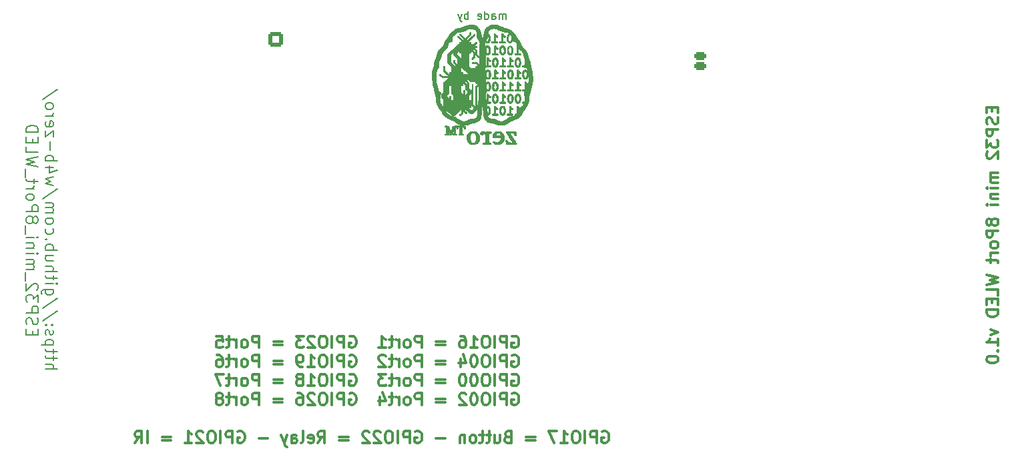
<source format=gbo>
G04 #@! TF.GenerationSoftware,KiCad,Pcbnew,7.0.5-4d25ed1034~172~ubuntu22.04.1*
G04 #@! TF.CreationDate,2023-07-02T14:20:33+02:00*
G04 #@! TF.ProjectId,ESP32_mini_8Port_WLED,45535033-325f-46d6-996e-695f38506f72,rev?*
G04 #@! TF.SameCoordinates,Original*
G04 #@! TF.FileFunction,Legend,Bot*
G04 #@! TF.FilePolarity,Positive*
%FSLAX46Y46*%
G04 Gerber Fmt 4.6, Leading zero omitted, Abs format (unit mm)*
G04 Created by KiCad (PCBNEW 7.0.5-4d25ed1034~172~ubuntu22.04.1) date 2023-07-02 14:20:33*
%MOMM*%
%LPD*%
G01*
G04 APERTURE LIST*
G04 Aperture macros list*
%AMRoundRect*
0 Rectangle with rounded corners*
0 $1 Rounding radius*
0 $2 $3 $4 $5 $6 $7 $8 $9 X,Y pos of 4 corners*
0 Add a 4 corners polygon primitive as box body*
4,1,4,$2,$3,$4,$5,$6,$7,$8,$9,$2,$3,0*
0 Add four circle primitives for the rounded corners*
1,1,$1+$1,$2,$3*
1,1,$1+$1,$4,$5*
1,1,$1+$1,$6,$7*
1,1,$1+$1,$8,$9*
0 Add four rect primitives between the rounded corners*
20,1,$1+$1,$2,$3,$4,$5,0*
20,1,$1+$1,$4,$5,$6,$7,0*
20,1,$1+$1,$6,$7,$8,$9,0*
20,1,$1+$1,$8,$9,$2,$3,0*%
G04 Aperture macros list end*
%ADD10C,0.187500*%
%ADD11C,0.300000*%
%ADD12C,0.150000*%
%ADD13C,0.010000*%
%ADD14R,1.600000X1.600000*%
%ADD15C,1.600000*%
%ADD16R,2.100000X2.100000*%
%ADD17C,2.100000*%
%ADD18R,1.700000X1.700000*%
%ADD19O,1.700000X1.700000*%
%ADD20C,0.800000*%
%ADD21C,7.000000*%
%ADD22C,1.400000*%
%ADD23O,1.600000X1.600000*%
%ADD24RoundRect,0.250200X-0.649800X-0.649800X0.649800X-0.649800X0.649800X0.649800X-0.649800X0.649800X0*%
%ADD25C,1.800000*%
%ADD26O,3.048000X1.850000*%
%ADD27R,2.400000X2.400000*%
%ADD28C,2.400000*%
%ADD29R,2.200000X2.200000*%
%ADD30O,2.200000X2.200000*%
%ADD31C,3.000000*%
%ADD32C,2.500000*%
%ADD33R,1.500000X1.050000*%
%ADD34RoundRect,0.262500X0.487500X-0.262500X0.487500X0.262500X-0.487500X0.262500X-0.487500X-0.262500X0*%
G04 APERTURE END LIST*
D10*
X80493321Y-125132859D02*
X81993321Y-125132859D01*
X80493321Y-124490002D02*
X81279035Y-124490002D01*
X81279035Y-124490002D02*
X81421892Y-124561430D01*
X81421892Y-124561430D02*
X81493321Y-124704287D01*
X81493321Y-124704287D02*
X81493321Y-124918573D01*
X81493321Y-124918573D02*
X81421892Y-125061430D01*
X81421892Y-125061430D02*
X81350464Y-125132859D01*
X81493321Y-123990001D02*
X81493321Y-123418573D01*
X81993321Y-123775716D02*
X80707607Y-123775716D01*
X80707607Y-123775716D02*
X80564750Y-123704287D01*
X80564750Y-123704287D02*
X80493321Y-123561430D01*
X80493321Y-123561430D02*
X80493321Y-123418573D01*
X81493321Y-123132858D02*
X81493321Y-122561430D01*
X81993321Y-122918573D02*
X80707607Y-122918573D01*
X80707607Y-122918573D02*
X80564750Y-122847144D01*
X80564750Y-122847144D02*
X80493321Y-122704287D01*
X80493321Y-122704287D02*
X80493321Y-122561430D01*
X81493321Y-122061430D02*
X79993321Y-122061430D01*
X81421892Y-122061430D02*
X81493321Y-121918573D01*
X81493321Y-121918573D02*
X81493321Y-121632858D01*
X81493321Y-121632858D02*
X81421892Y-121490001D01*
X81421892Y-121490001D02*
X81350464Y-121418573D01*
X81350464Y-121418573D02*
X81207607Y-121347144D01*
X81207607Y-121347144D02*
X80779035Y-121347144D01*
X80779035Y-121347144D02*
X80636178Y-121418573D01*
X80636178Y-121418573D02*
X80564750Y-121490001D01*
X80564750Y-121490001D02*
X80493321Y-121632858D01*
X80493321Y-121632858D02*
X80493321Y-121918573D01*
X80493321Y-121918573D02*
X80564750Y-122061430D01*
X80564750Y-120775715D02*
X80493321Y-120632858D01*
X80493321Y-120632858D02*
X80493321Y-120347144D01*
X80493321Y-120347144D02*
X80564750Y-120204287D01*
X80564750Y-120204287D02*
X80707607Y-120132858D01*
X80707607Y-120132858D02*
X80779035Y-120132858D01*
X80779035Y-120132858D02*
X80921892Y-120204287D01*
X80921892Y-120204287D02*
X80993321Y-120347144D01*
X80993321Y-120347144D02*
X80993321Y-120561430D01*
X80993321Y-120561430D02*
X81064750Y-120704287D01*
X81064750Y-120704287D02*
X81207607Y-120775715D01*
X81207607Y-120775715D02*
X81279035Y-120775715D01*
X81279035Y-120775715D02*
X81421892Y-120704287D01*
X81421892Y-120704287D02*
X81493321Y-120561430D01*
X81493321Y-120561430D02*
X81493321Y-120347144D01*
X81493321Y-120347144D02*
X81421892Y-120204287D01*
X80636178Y-119490001D02*
X80564750Y-119418572D01*
X80564750Y-119418572D02*
X80493321Y-119490001D01*
X80493321Y-119490001D02*
X80564750Y-119561429D01*
X80564750Y-119561429D02*
X80636178Y-119490001D01*
X80636178Y-119490001D02*
X80493321Y-119490001D01*
X81421892Y-119490001D02*
X81350464Y-119418572D01*
X81350464Y-119418572D02*
X81279035Y-119490001D01*
X81279035Y-119490001D02*
X81350464Y-119561429D01*
X81350464Y-119561429D02*
X81421892Y-119490001D01*
X81421892Y-119490001D02*
X81279035Y-119490001D01*
X82064750Y-117704286D02*
X80136178Y-118990000D01*
X82064750Y-116132857D02*
X80136178Y-117418571D01*
X81493321Y-114990000D02*
X80279035Y-114990000D01*
X80279035Y-114990000D02*
X80136178Y-115061428D01*
X80136178Y-115061428D02*
X80064750Y-115132857D01*
X80064750Y-115132857D02*
X79993321Y-115275714D01*
X79993321Y-115275714D02*
X79993321Y-115490000D01*
X79993321Y-115490000D02*
X80064750Y-115632857D01*
X80564750Y-114990000D02*
X80493321Y-115132857D01*
X80493321Y-115132857D02*
X80493321Y-115418571D01*
X80493321Y-115418571D02*
X80564750Y-115561428D01*
X80564750Y-115561428D02*
X80636178Y-115632857D01*
X80636178Y-115632857D02*
X80779035Y-115704285D01*
X80779035Y-115704285D02*
X81207607Y-115704285D01*
X81207607Y-115704285D02*
X81350464Y-115632857D01*
X81350464Y-115632857D02*
X81421892Y-115561428D01*
X81421892Y-115561428D02*
X81493321Y-115418571D01*
X81493321Y-115418571D02*
X81493321Y-115132857D01*
X81493321Y-115132857D02*
X81421892Y-114990000D01*
X80493321Y-114275714D02*
X81493321Y-114275714D01*
X81993321Y-114275714D02*
X81921892Y-114347142D01*
X81921892Y-114347142D02*
X81850464Y-114275714D01*
X81850464Y-114275714D02*
X81921892Y-114204285D01*
X81921892Y-114204285D02*
X81993321Y-114275714D01*
X81993321Y-114275714D02*
X81850464Y-114275714D01*
X81493321Y-113775713D02*
X81493321Y-113204285D01*
X81993321Y-113561428D02*
X80707607Y-113561428D01*
X80707607Y-113561428D02*
X80564750Y-113489999D01*
X80564750Y-113489999D02*
X80493321Y-113347142D01*
X80493321Y-113347142D02*
X80493321Y-113204285D01*
X80493321Y-112704285D02*
X81993321Y-112704285D01*
X80493321Y-112061428D02*
X81279035Y-112061428D01*
X81279035Y-112061428D02*
X81421892Y-112132856D01*
X81421892Y-112132856D02*
X81493321Y-112275713D01*
X81493321Y-112275713D02*
X81493321Y-112489999D01*
X81493321Y-112489999D02*
X81421892Y-112632856D01*
X81421892Y-112632856D02*
X81350464Y-112704285D01*
X81493321Y-110704285D02*
X80493321Y-110704285D01*
X81493321Y-111347142D02*
X80707607Y-111347142D01*
X80707607Y-111347142D02*
X80564750Y-111275713D01*
X80564750Y-111275713D02*
X80493321Y-111132856D01*
X80493321Y-111132856D02*
X80493321Y-110918570D01*
X80493321Y-110918570D02*
X80564750Y-110775713D01*
X80564750Y-110775713D02*
X80636178Y-110704285D01*
X80493321Y-109989999D02*
X81993321Y-109989999D01*
X81421892Y-109989999D02*
X81493321Y-109847142D01*
X81493321Y-109847142D02*
X81493321Y-109561427D01*
X81493321Y-109561427D02*
X81421892Y-109418570D01*
X81421892Y-109418570D02*
X81350464Y-109347142D01*
X81350464Y-109347142D02*
X81207607Y-109275713D01*
X81207607Y-109275713D02*
X80779035Y-109275713D01*
X80779035Y-109275713D02*
X80636178Y-109347142D01*
X80636178Y-109347142D02*
X80564750Y-109418570D01*
X80564750Y-109418570D02*
X80493321Y-109561427D01*
X80493321Y-109561427D02*
X80493321Y-109847142D01*
X80493321Y-109847142D02*
X80564750Y-109989999D01*
X80636178Y-108632856D02*
X80564750Y-108561427D01*
X80564750Y-108561427D02*
X80493321Y-108632856D01*
X80493321Y-108632856D02*
X80564750Y-108704284D01*
X80564750Y-108704284D02*
X80636178Y-108632856D01*
X80636178Y-108632856D02*
X80493321Y-108632856D01*
X80564750Y-107275713D02*
X80493321Y-107418570D01*
X80493321Y-107418570D02*
X80493321Y-107704284D01*
X80493321Y-107704284D02*
X80564750Y-107847141D01*
X80564750Y-107847141D02*
X80636178Y-107918570D01*
X80636178Y-107918570D02*
X80779035Y-107989998D01*
X80779035Y-107989998D02*
X81207607Y-107989998D01*
X81207607Y-107989998D02*
X81350464Y-107918570D01*
X81350464Y-107918570D02*
X81421892Y-107847141D01*
X81421892Y-107847141D02*
X81493321Y-107704284D01*
X81493321Y-107704284D02*
X81493321Y-107418570D01*
X81493321Y-107418570D02*
X81421892Y-107275713D01*
X80493321Y-106418570D02*
X80564750Y-106561427D01*
X80564750Y-106561427D02*
X80636178Y-106632856D01*
X80636178Y-106632856D02*
X80779035Y-106704284D01*
X80779035Y-106704284D02*
X81207607Y-106704284D01*
X81207607Y-106704284D02*
X81350464Y-106632856D01*
X81350464Y-106632856D02*
X81421892Y-106561427D01*
X81421892Y-106561427D02*
X81493321Y-106418570D01*
X81493321Y-106418570D02*
X81493321Y-106204284D01*
X81493321Y-106204284D02*
X81421892Y-106061427D01*
X81421892Y-106061427D02*
X81350464Y-105989999D01*
X81350464Y-105989999D02*
X81207607Y-105918570D01*
X81207607Y-105918570D02*
X80779035Y-105918570D01*
X80779035Y-105918570D02*
X80636178Y-105989999D01*
X80636178Y-105989999D02*
X80564750Y-106061427D01*
X80564750Y-106061427D02*
X80493321Y-106204284D01*
X80493321Y-106204284D02*
X80493321Y-106418570D01*
X80493321Y-105275713D02*
X81493321Y-105275713D01*
X81350464Y-105275713D02*
X81421892Y-105204284D01*
X81421892Y-105204284D02*
X81493321Y-105061427D01*
X81493321Y-105061427D02*
X81493321Y-104847141D01*
X81493321Y-104847141D02*
X81421892Y-104704284D01*
X81421892Y-104704284D02*
X81279035Y-104632856D01*
X81279035Y-104632856D02*
X80493321Y-104632856D01*
X81279035Y-104632856D02*
X81421892Y-104561427D01*
X81421892Y-104561427D02*
X81493321Y-104418570D01*
X81493321Y-104418570D02*
X81493321Y-104204284D01*
X81493321Y-104204284D02*
X81421892Y-104061427D01*
X81421892Y-104061427D02*
X81279035Y-103989998D01*
X81279035Y-103989998D02*
X80493321Y-103989998D01*
X82064750Y-102204284D02*
X80136178Y-103489998D01*
X81493321Y-101847141D02*
X80493321Y-101561427D01*
X80493321Y-101561427D02*
X81207607Y-101275712D01*
X81207607Y-101275712D02*
X80493321Y-100989998D01*
X80493321Y-100989998D02*
X81493321Y-100704284D01*
X81493321Y-99489998D02*
X80493321Y-99489998D01*
X82064750Y-99847140D02*
X80993321Y-100204283D01*
X80993321Y-100204283D02*
X80993321Y-99275712D01*
X80493321Y-98704284D02*
X81993321Y-98704284D01*
X81421892Y-98704284D02*
X81493321Y-98561427D01*
X81493321Y-98561427D02*
X81493321Y-98275712D01*
X81493321Y-98275712D02*
X81421892Y-98132855D01*
X81421892Y-98132855D02*
X81350464Y-98061427D01*
X81350464Y-98061427D02*
X81207607Y-97989998D01*
X81207607Y-97989998D02*
X80779035Y-97989998D01*
X80779035Y-97989998D02*
X80636178Y-98061427D01*
X80636178Y-98061427D02*
X80564750Y-98132855D01*
X80564750Y-98132855D02*
X80493321Y-98275712D01*
X80493321Y-98275712D02*
X80493321Y-98561427D01*
X80493321Y-98561427D02*
X80564750Y-98704284D01*
X81064750Y-97347141D02*
X81064750Y-96204284D01*
X81493321Y-95632855D02*
X81493321Y-94847141D01*
X81493321Y-94847141D02*
X80493321Y-95632855D01*
X80493321Y-95632855D02*
X80493321Y-94847141D01*
X80564750Y-93704283D02*
X80493321Y-93847140D01*
X80493321Y-93847140D02*
X80493321Y-94132855D01*
X80493321Y-94132855D02*
X80564750Y-94275712D01*
X80564750Y-94275712D02*
X80707607Y-94347140D01*
X80707607Y-94347140D02*
X81279035Y-94347140D01*
X81279035Y-94347140D02*
X81421892Y-94275712D01*
X81421892Y-94275712D02*
X81493321Y-94132855D01*
X81493321Y-94132855D02*
X81493321Y-93847140D01*
X81493321Y-93847140D02*
X81421892Y-93704283D01*
X81421892Y-93704283D02*
X81279035Y-93632855D01*
X81279035Y-93632855D02*
X81136178Y-93632855D01*
X81136178Y-93632855D02*
X80993321Y-94347140D01*
X80493321Y-92989998D02*
X81493321Y-92989998D01*
X81207607Y-92989998D02*
X81350464Y-92918569D01*
X81350464Y-92918569D02*
X81421892Y-92847141D01*
X81421892Y-92847141D02*
X81493321Y-92704283D01*
X81493321Y-92704283D02*
X81493321Y-92561426D01*
X80493321Y-91847141D02*
X80564750Y-91989998D01*
X80564750Y-91989998D02*
X80636178Y-92061427D01*
X80636178Y-92061427D02*
X80779035Y-92132855D01*
X80779035Y-92132855D02*
X81207607Y-92132855D01*
X81207607Y-92132855D02*
X81350464Y-92061427D01*
X81350464Y-92061427D02*
X81421892Y-91989998D01*
X81421892Y-91989998D02*
X81493321Y-91847141D01*
X81493321Y-91847141D02*
X81493321Y-91632855D01*
X81493321Y-91632855D02*
X81421892Y-91489998D01*
X81421892Y-91489998D02*
X81350464Y-91418570D01*
X81350464Y-91418570D02*
X81207607Y-91347141D01*
X81207607Y-91347141D02*
X80779035Y-91347141D01*
X80779035Y-91347141D02*
X80636178Y-91418570D01*
X80636178Y-91418570D02*
X80564750Y-91489998D01*
X80564750Y-91489998D02*
X80493321Y-91632855D01*
X80493321Y-91632855D02*
X80493321Y-91847141D01*
X82064750Y-89632855D02*
X80136178Y-90918569D01*
X78864035Y-120739999D02*
X78864035Y-120239999D01*
X78078321Y-120025713D02*
X78078321Y-120739999D01*
X78078321Y-120739999D02*
X79578321Y-120739999D01*
X79578321Y-120739999D02*
X79578321Y-120025713D01*
X78149750Y-119454284D02*
X78078321Y-119239999D01*
X78078321Y-119239999D02*
X78078321Y-118882856D01*
X78078321Y-118882856D02*
X78149750Y-118739999D01*
X78149750Y-118739999D02*
X78221178Y-118668570D01*
X78221178Y-118668570D02*
X78364035Y-118597141D01*
X78364035Y-118597141D02*
X78506892Y-118597141D01*
X78506892Y-118597141D02*
X78649750Y-118668570D01*
X78649750Y-118668570D02*
X78721178Y-118739999D01*
X78721178Y-118739999D02*
X78792607Y-118882856D01*
X78792607Y-118882856D02*
X78864035Y-119168570D01*
X78864035Y-119168570D02*
X78935464Y-119311427D01*
X78935464Y-119311427D02*
X79006892Y-119382856D01*
X79006892Y-119382856D02*
X79149750Y-119454284D01*
X79149750Y-119454284D02*
X79292607Y-119454284D01*
X79292607Y-119454284D02*
X79435464Y-119382856D01*
X79435464Y-119382856D02*
X79506892Y-119311427D01*
X79506892Y-119311427D02*
X79578321Y-119168570D01*
X79578321Y-119168570D02*
X79578321Y-118811427D01*
X79578321Y-118811427D02*
X79506892Y-118597141D01*
X78078321Y-117954285D02*
X79578321Y-117954285D01*
X79578321Y-117954285D02*
X79578321Y-117382856D01*
X79578321Y-117382856D02*
X79506892Y-117239999D01*
X79506892Y-117239999D02*
X79435464Y-117168570D01*
X79435464Y-117168570D02*
X79292607Y-117097142D01*
X79292607Y-117097142D02*
X79078321Y-117097142D01*
X79078321Y-117097142D02*
X78935464Y-117168570D01*
X78935464Y-117168570D02*
X78864035Y-117239999D01*
X78864035Y-117239999D02*
X78792607Y-117382856D01*
X78792607Y-117382856D02*
X78792607Y-117954285D01*
X79578321Y-116597142D02*
X79578321Y-115668570D01*
X79578321Y-115668570D02*
X79006892Y-116168570D01*
X79006892Y-116168570D02*
X79006892Y-115954285D01*
X79006892Y-115954285D02*
X78935464Y-115811428D01*
X78935464Y-115811428D02*
X78864035Y-115739999D01*
X78864035Y-115739999D02*
X78721178Y-115668570D01*
X78721178Y-115668570D02*
X78364035Y-115668570D01*
X78364035Y-115668570D02*
X78221178Y-115739999D01*
X78221178Y-115739999D02*
X78149750Y-115811428D01*
X78149750Y-115811428D02*
X78078321Y-115954285D01*
X78078321Y-115954285D02*
X78078321Y-116382856D01*
X78078321Y-116382856D02*
X78149750Y-116525713D01*
X78149750Y-116525713D02*
X78221178Y-116597142D01*
X79435464Y-115097142D02*
X79506892Y-115025714D01*
X79506892Y-115025714D02*
X79578321Y-114882857D01*
X79578321Y-114882857D02*
X79578321Y-114525714D01*
X79578321Y-114525714D02*
X79506892Y-114382857D01*
X79506892Y-114382857D02*
X79435464Y-114311428D01*
X79435464Y-114311428D02*
X79292607Y-114239999D01*
X79292607Y-114239999D02*
X79149750Y-114239999D01*
X79149750Y-114239999D02*
X78935464Y-114311428D01*
X78935464Y-114311428D02*
X78078321Y-115168571D01*
X78078321Y-115168571D02*
X78078321Y-114239999D01*
X77935464Y-113954286D02*
X77935464Y-112811428D01*
X78078321Y-112454286D02*
X79078321Y-112454286D01*
X78935464Y-112454286D02*
X79006892Y-112382857D01*
X79006892Y-112382857D02*
X79078321Y-112240000D01*
X79078321Y-112240000D02*
X79078321Y-112025714D01*
X79078321Y-112025714D02*
X79006892Y-111882857D01*
X79006892Y-111882857D02*
X78864035Y-111811429D01*
X78864035Y-111811429D02*
X78078321Y-111811429D01*
X78864035Y-111811429D02*
X79006892Y-111740000D01*
X79006892Y-111740000D02*
X79078321Y-111597143D01*
X79078321Y-111597143D02*
X79078321Y-111382857D01*
X79078321Y-111382857D02*
X79006892Y-111240000D01*
X79006892Y-111240000D02*
X78864035Y-111168571D01*
X78864035Y-111168571D02*
X78078321Y-111168571D01*
X78078321Y-110454286D02*
X79078321Y-110454286D01*
X79578321Y-110454286D02*
X79506892Y-110525714D01*
X79506892Y-110525714D02*
X79435464Y-110454286D01*
X79435464Y-110454286D02*
X79506892Y-110382857D01*
X79506892Y-110382857D02*
X79578321Y-110454286D01*
X79578321Y-110454286D02*
X79435464Y-110454286D01*
X79078321Y-109740000D02*
X78078321Y-109740000D01*
X78935464Y-109740000D02*
X79006892Y-109668571D01*
X79006892Y-109668571D02*
X79078321Y-109525714D01*
X79078321Y-109525714D02*
X79078321Y-109311428D01*
X79078321Y-109311428D02*
X79006892Y-109168571D01*
X79006892Y-109168571D02*
X78864035Y-109097143D01*
X78864035Y-109097143D02*
X78078321Y-109097143D01*
X78078321Y-108382857D02*
X79078321Y-108382857D01*
X79578321Y-108382857D02*
X79506892Y-108454285D01*
X79506892Y-108454285D02*
X79435464Y-108382857D01*
X79435464Y-108382857D02*
X79506892Y-108311428D01*
X79506892Y-108311428D02*
X79578321Y-108382857D01*
X79578321Y-108382857D02*
X79435464Y-108382857D01*
X77935464Y-108025714D02*
X77935464Y-106882856D01*
X78935464Y-106311428D02*
X79006892Y-106454285D01*
X79006892Y-106454285D02*
X79078321Y-106525714D01*
X79078321Y-106525714D02*
X79221178Y-106597142D01*
X79221178Y-106597142D02*
X79292607Y-106597142D01*
X79292607Y-106597142D02*
X79435464Y-106525714D01*
X79435464Y-106525714D02*
X79506892Y-106454285D01*
X79506892Y-106454285D02*
X79578321Y-106311428D01*
X79578321Y-106311428D02*
X79578321Y-106025714D01*
X79578321Y-106025714D02*
X79506892Y-105882857D01*
X79506892Y-105882857D02*
X79435464Y-105811428D01*
X79435464Y-105811428D02*
X79292607Y-105739999D01*
X79292607Y-105739999D02*
X79221178Y-105739999D01*
X79221178Y-105739999D02*
X79078321Y-105811428D01*
X79078321Y-105811428D02*
X79006892Y-105882857D01*
X79006892Y-105882857D02*
X78935464Y-106025714D01*
X78935464Y-106025714D02*
X78935464Y-106311428D01*
X78935464Y-106311428D02*
X78864035Y-106454285D01*
X78864035Y-106454285D02*
X78792607Y-106525714D01*
X78792607Y-106525714D02*
X78649750Y-106597142D01*
X78649750Y-106597142D02*
X78364035Y-106597142D01*
X78364035Y-106597142D02*
X78221178Y-106525714D01*
X78221178Y-106525714D02*
X78149750Y-106454285D01*
X78149750Y-106454285D02*
X78078321Y-106311428D01*
X78078321Y-106311428D02*
X78078321Y-106025714D01*
X78078321Y-106025714D02*
X78149750Y-105882857D01*
X78149750Y-105882857D02*
X78221178Y-105811428D01*
X78221178Y-105811428D02*
X78364035Y-105739999D01*
X78364035Y-105739999D02*
X78649750Y-105739999D01*
X78649750Y-105739999D02*
X78792607Y-105811428D01*
X78792607Y-105811428D02*
X78864035Y-105882857D01*
X78864035Y-105882857D02*
X78935464Y-106025714D01*
X78078321Y-105097143D02*
X79578321Y-105097143D01*
X79578321Y-105097143D02*
X79578321Y-104525714D01*
X79578321Y-104525714D02*
X79506892Y-104382857D01*
X79506892Y-104382857D02*
X79435464Y-104311428D01*
X79435464Y-104311428D02*
X79292607Y-104240000D01*
X79292607Y-104240000D02*
X79078321Y-104240000D01*
X79078321Y-104240000D02*
X78935464Y-104311428D01*
X78935464Y-104311428D02*
X78864035Y-104382857D01*
X78864035Y-104382857D02*
X78792607Y-104525714D01*
X78792607Y-104525714D02*
X78792607Y-105097143D01*
X78078321Y-103382857D02*
X78149750Y-103525714D01*
X78149750Y-103525714D02*
X78221178Y-103597143D01*
X78221178Y-103597143D02*
X78364035Y-103668571D01*
X78364035Y-103668571D02*
X78792607Y-103668571D01*
X78792607Y-103668571D02*
X78935464Y-103597143D01*
X78935464Y-103597143D02*
X79006892Y-103525714D01*
X79006892Y-103525714D02*
X79078321Y-103382857D01*
X79078321Y-103382857D02*
X79078321Y-103168571D01*
X79078321Y-103168571D02*
X79006892Y-103025714D01*
X79006892Y-103025714D02*
X78935464Y-102954286D01*
X78935464Y-102954286D02*
X78792607Y-102882857D01*
X78792607Y-102882857D02*
X78364035Y-102882857D01*
X78364035Y-102882857D02*
X78221178Y-102954286D01*
X78221178Y-102954286D02*
X78149750Y-103025714D01*
X78149750Y-103025714D02*
X78078321Y-103168571D01*
X78078321Y-103168571D02*
X78078321Y-103382857D01*
X78078321Y-102240000D02*
X79078321Y-102240000D01*
X78792607Y-102240000D02*
X78935464Y-102168571D01*
X78935464Y-102168571D02*
X79006892Y-102097143D01*
X79006892Y-102097143D02*
X79078321Y-101954285D01*
X79078321Y-101954285D02*
X79078321Y-101811428D01*
X79078321Y-101525714D02*
X79078321Y-100954286D01*
X79578321Y-101311429D02*
X78292607Y-101311429D01*
X78292607Y-101311429D02*
X78149750Y-101240000D01*
X78149750Y-101240000D02*
X78078321Y-101097143D01*
X78078321Y-101097143D02*
X78078321Y-100954286D01*
X77935464Y-100811429D02*
X77935464Y-99668571D01*
X79578321Y-99454286D02*
X78078321Y-99097143D01*
X78078321Y-99097143D02*
X79149750Y-98811429D01*
X79149750Y-98811429D02*
X78078321Y-98525714D01*
X78078321Y-98525714D02*
X79578321Y-98168572D01*
X78078321Y-96882857D02*
X78078321Y-97597143D01*
X78078321Y-97597143D02*
X79578321Y-97597143D01*
X78864035Y-96382857D02*
X78864035Y-95882857D01*
X78078321Y-95668571D02*
X78078321Y-96382857D01*
X78078321Y-96382857D02*
X79578321Y-96382857D01*
X79578321Y-96382857D02*
X79578321Y-95668571D01*
X78078321Y-95025714D02*
X79578321Y-95025714D01*
X79578321Y-95025714D02*
X79578321Y-94668571D01*
X79578321Y-94668571D02*
X79506892Y-94454285D01*
X79506892Y-94454285D02*
X79364035Y-94311428D01*
X79364035Y-94311428D02*
X79221178Y-94239999D01*
X79221178Y-94239999D02*
X78935464Y-94168571D01*
X78935464Y-94168571D02*
X78721178Y-94168571D01*
X78721178Y-94168571D02*
X78435464Y-94239999D01*
X78435464Y-94239999D02*
X78292607Y-94311428D01*
X78292607Y-94311428D02*
X78149750Y-94454285D01*
X78149750Y-94454285D02*
X78078321Y-94668571D01*
X78078321Y-94668571D02*
X78078321Y-95025714D01*
D11*
X200575114Y-91884510D02*
X200575114Y-92384510D01*
X201360828Y-92598796D02*
X201360828Y-91884510D01*
X201360828Y-91884510D02*
X199860828Y-91884510D01*
X199860828Y-91884510D02*
X199860828Y-92598796D01*
X201289400Y-93170225D02*
X201360828Y-93384511D01*
X201360828Y-93384511D02*
X201360828Y-93741653D01*
X201360828Y-93741653D02*
X201289400Y-93884511D01*
X201289400Y-93884511D02*
X201217971Y-93955939D01*
X201217971Y-93955939D02*
X201075114Y-94027368D01*
X201075114Y-94027368D02*
X200932257Y-94027368D01*
X200932257Y-94027368D02*
X200789400Y-93955939D01*
X200789400Y-93955939D02*
X200717971Y-93884511D01*
X200717971Y-93884511D02*
X200646542Y-93741653D01*
X200646542Y-93741653D02*
X200575114Y-93455939D01*
X200575114Y-93455939D02*
X200503685Y-93313082D01*
X200503685Y-93313082D02*
X200432257Y-93241653D01*
X200432257Y-93241653D02*
X200289400Y-93170225D01*
X200289400Y-93170225D02*
X200146542Y-93170225D01*
X200146542Y-93170225D02*
X200003685Y-93241653D01*
X200003685Y-93241653D02*
X199932257Y-93313082D01*
X199932257Y-93313082D02*
X199860828Y-93455939D01*
X199860828Y-93455939D02*
X199860828Y-93813082D01*
X199860828Y-93813082D02*
X199932257Y-94027368D01*
X201360828Y-94670224D02*
X199860828Y-94670224D01*
X199860828Y-94670224D02*
X199860828Y-95241653D01*
X199860828Y-95241653D02*
X199932257Y-95384510D01*
X199932257Y-95384510D02*
X200003685Y-95455939D01*
X200003685Y-95455939D02*
X200146542Y-95527367D01*
X200146542Y-95527367D02*
X200360828Y-95527367D01*
X200360828Y-95527367D02*
X200503685Y-95455939D01*
X200503685Y-95455939D02*
X200575114Y-95384510D01*
X200575114Y-95384510D02*
X200646542Y-95241653D01*
X200646542Y-95241653D02*
X200646542Y-94670224D01*
X199860828Y-96027367D02*
X199860828Y-96955939D01*
X199860828Y-96955939D02*
X200432257Y-96455939D01*
X200432257Y-96455939D02*
X200432257Y-96670224D01*
X200432257Y-96670224D02*
X200503685Y-96813082D01*
X200503685Y-96813082D02*
X200575114Y-96884510D01*
X200575114Y-96884510D02*
X200717971Y-96955939D01*
X200717971Y-96955939D02*
X201075114Y-96955939D01*
X201075114Y-96955939D02*
X201217971Y-96884510D01*
X201217971Y-96884510D02*
X201289400Y-96813082D01*
X201289400Y-96813082D02*
X201360828Y-96670224D01*
X201360828Y-96670224D02*
X201360828Y-96241653D01*
X201360828Y-96241653D02*
X201289400Y-96098796D01*
X201289400Y-96098796D02*
X201217971Y-96027367D01*
X200003685Y-97527367D02*
X199932257Y-97598795D01*
X199932257Y-97598795D02*
X199860828Y-97741653D01*
X199860828Y-97741653D02*
X199860828Y-98098795D01*
X199860828Y-98098795D02*
X199932257Y-98241653D01*
X199932257Y-98241653D02*
X200003685Y-98313081D01*
X200003685Y-98313081D02*
X200146542Y-98384510D01*
X200146542Y-98384510D02*
X200289400Y-98384510D01*
X200289400Y-98384510D02*
X200503685Y-98313081D01*
X200503685Y-98313081D02*
X201360828Y-97455938D01*
X201360828Y-97455938D02*
X201360828Y-98384510D01*
X201360828Y-100170223D02*
X200360828Y-100170223D01*
X200503685Y-100170223D02*
X200432257Y-100241652D01*
X200432257Y-100241652D02*
X200360828Y-100384509D01*
X200360828Y-100384509D02*
X200360828Y-100598795D01*
X200360828Y-100598795D02*
X200432257Y-100741652D01*
X200432257Y-100741652D02*
X200575114Y-100813081D01*
X200575114Y-100813081D02*
X201360828Y-100813081D01*
X200575114Y-100813081D02*
X200432257Y-100884509D01*
X200432257Y-100884509D02*
X200360828Y-101027366D01*
X200360828Y-101027366D02*
X200360828Y-101241652D01*
X200360828Y-101241652D02*
X200432257Y-101384509D01*
X200432257Y-101384509D02*
X200575114Y-101455938D01*
X200575114Y-101455938D02*
X201360828Y-101455938D01*
X201360828Y-102170223D02*
X200360828Y-102170223D01*
X199860828Y-102170223D02*
X199932257Y-102098795D01*
X199932257Y-102098795D02*
X200003685Y-102170223D01*
X200003685Y-102170223D02*
X199932257Y-102241652D01*
X199932257Y-102241652D02*
X199860828Y-102170223D01*
X199860828Y-102170223D02*
X200003685Y-102170223D01*
X200360828Y-102884509D02*
X201360828Y-102884509D01*
X200503685Y-102884509D02*
X200432257Y-102955938D01*
X200432257Y-102955938D02*
X200360828Y-103098795D01*
X200360828Y-103098795D02*
X200360828Y-103313081D01*
X200360828Y-103313081D02*
X200432257Y-103455938D01*
X200432257Y-103455938D02*
X200575114Y-103527367D01*
X200575114Y-103527367D02*
X201360828Y-103527367D01*
X201360828Y-104241652D02*
X200360828Y-104241652D01*
X199860828Y-104241652D02*
X199932257Y-104170224D01*
X199932257Y-104170224D02*
X200003685Y-104241652D01*
X200003685Y-104241652D02*
X199932257Y-104313081D01*
X199932257Y-104313081D02*
X199860828Y-104241652D01*
X199860828Y-104241652D02*
X200003685Y-104241652D01*
X200503685Y-106313081D02*
X200432257Y-106170224D01*
X200432257Y-106170224D02*
X200360828Y-106098795D01*
X200360828Y-106098795D02*
X200217971Y-106027367D01*
X200217971Y-106027367D02*
X200146542Y-106027367D01*
X200146542Y-106027367D02*
X200003685Y-106098795D01*
X200003685Y-106098795D02*
X199932257Y-106170224D01*
X199932257Y-106170224D02*
X199860828Y-106313081D01*
X199860828Y-106313081D02*
X199860828Y-106598795D01*
X199860828Y-106598795D02*
X199932257Y-106741653D01*
X199932257Y-106741653D02*
X200003685Y-106813081D01*
X200003685Y-106813081D02*
X200146542Y-106884510D01*
X200146542Y-106884510D02*
X200217971Y-106884510D01*
X200217971Y-106884510D02*
X200360828Y-106813081D01*
X200360828Y-106813081D02*
X200432257Y-106741653D01*
X200432257Y-106741653D02*
X200503685Y-106598795D01*
X200503685Y-106598795D02*
X200503685Y-106313081D01*
X200503685Y-106313081D02*
X200575114Y-106170224D01*
X200575114Y-106170224D02*
X200646542Y-106098795D01*
X200646542Y-106098795D02*
X200789400Y-106027367D01*
X200789400Y-106027367D02*
X201075114Y-106027367D01*
X201075114Y-106027367D02*
X201217971Y-106098795D01*
X201217971Y-106098795D02*
X201289400Y-106170224D01*
X201289400Y-106170224D02*
X201360828Y-106313081D01*
X201360828Y-106313081D02*
X201360828Y-106598795D01*
X201360828Y-106598795D02*
X201289400Y-106741653D01*
X201289400Y-106741653D02*
X201217971Y-106813081D01*
X201217971Y-106813081D02*
X201075114Y-106884510D01*
X201075114Y-106884510D02*
X200789400Y-106884510D01*
X200789400Y-106884510D02*
X200646542Y-106813081D01*
X200646542Y-106813081D02*
X200575114Y-106741653D01*
X200575114Y-106741653D02*
X200503685Y-106598795D01*
X201360828Y-107527366D02*
X199860828Y-107527366D01*
X199860828Y-107527366D02*
X199860828Y-108098795D01*
X199860828Y-108098795D02*
X199932257Y-108241652D01*
X199932257Y-108241652D02*
X200003685Y-108313081D01*
X200003685Y-108313081D02*
X200146542Y-108384509D01*
X200146542Y-108384509D02*
X200360828Y-108384509D01*
X200360828Y-108384509D02*
X200503685Y-108313081D01*
X200503685Y-108313081D02*
X200575114Y-108241652D01*
X200575114Y-108241652D02*
X200646542Y-108098795D01*
X200646542Y-108098795D02*
X200646542Y-107527366D01*
X201360828Y-109241652D02*
X201289400Y-109098795D01*
X201289400Y-109098795D02*
X201217971Y-109027366D01*
X201217971Y-109027366D02*
X201075114Y-108955938D01*
X201075114Y-108955938D02*
X200646542Y-108955938D01*
X200646542Y-108955938D02*
X200503685Y-109027366D01*
X200503685Y-109027366D02*
X200432257Y-109098795D01*
X200432257Y-109098795D02*
X200360828Y-109241652D01*
X200360828Y-109241652D02*
X200360828Y-109455938D01*
X200360828Y-109455938D02*
X200432257Y-109598795D01*
X200432257Y-109598795D02*
X200503685Y-109670224D01*
X200503685Y-109670224D02*
X200646542Y-109741652D01*
X200646542Y-109741652D02*
X201075114Y-109741652D01*
X201075114Y-109741652D02*
X201217971Y-109670224D01*
X201217971Y-109670224D02*
X201289400Y-109598795D01*
X201289400Y-109598795D02*
X201360828Y-109455938D01*
X201360828Y-109455938D02*
X201360828Y-109241652D01*
X201360828Y-110384509D02*
X200360828Y-110384509D01*
X200646542Y-110384509D02*
X200503685Y-110455938D01*
X200503685Y-110455938D02*
X200432257Y-110527367D01*
X200432257Y-110527367D02*
X200360828Y-110670224D01*
X200360828Y-110670224D02*
X200360828Y-110813081D01*
X200360828Y-111098795D02*
X200360828Y-111670223D01*
X199860828Y-111313080D02*
X201146542Y-111313080D01*
X201146542Y-111313080D02*
X201289400Y-111384509D01*
X201289400Y-111384509D02*
X201360828Y-111527366D01*
X201360828Y-111527366D02*
X201360828Y-111670223D01*
X199860828Y-113170223D02*
X201360828Y-113527366D01*
X201360828Y-113527366D02*
X200289400Y-113813080D01*
X200289400Y-113813080D02*
X201360828Y-114098795D01*
X201360828Y-114098795D02*
X199860828Y-114455938D01*
X201360828Y-115741652D02*
X201360828Y-115027366D01*
X201360828Y-115027366D02*
X199860828Y-115027366D01*
X200575114Y-116241652D02*
X200575114Y-116741652D01*
X201360828Y-116955938D02*
X201360828Y-116241652D01*
X201360828Y-116241652D02*
X199860828Y-116241652D01*
X199860828Y-116241652D02*
X199860828Y-116955938D01*
X201360828Y-117598795D02*
X199860828Y-117598795D01*
X199860828Y-117598795D02*
X199860828Y-117955938D01*
X199860828Y-117955938D02*
X199932257Y-118170224D01*
X199932257Y-118170224D02*
X200075114Y-118313081D01*
X200075114Y-118313081D02*
X200217971Y-118384510D01*
X200217971Y-118384510D02*
X200503685Y-118455938D01*
X200503685Y-118455938D02*
X200717971Y-118455938D01*
X200717971Y-118455938D02*
X201003685Y-118384510D01*
X201003685Y-118384510D02*
X201146542Y-118313081D01*
X201146542Y-118313081D02*
X201289400Y-118170224D01*
X201289400Y-118170224D02*
X201360828Y-117955938D01*
X201360828Y-117955938D02*
X201360828Y-117598795D01*
X200360828Y-120098795D02*
X201360828Y-120455938D01*
X201360828Y-120455938D02*
X200360828Y-120813081D01*
X201360828Y-122170224D02*
X201360828Y-121313081D01*
X201360828Y-121741652D02*
X199860828Y-121741652D01*
X199860828Y-121741652D02*
X200075114Y-121598795D01*
X200075114Y-121598795D02*
X200217971Y-121455938D01*
X200217971Y-121455938D02*
X200289400Y-121313081D01*
X201217971Y-122813080D02*
X201289400Y-122884509D01*
X201289400Y-122884509D02*
X201360828Y-122813080D01*
X201360828Y-122813080D02*
X201289400Y-122741652D01*
X201289400Y-122741652D02*
X201217971Y-122813080D01*
X201217971Y-122813080D02*
X201360828Y-122813080D01*
X199860828Y-123813081D02*
X199860828Y-123955938D01*
X199860828Y-123955938D02*
X199932257Y-124098795D01*
X199932257Y-124098795D02*
X200003685Y-124170224D01*
X200003685Y-124170224D02*
X200146542Y-124241652D01*
X200146542Y-124241652D02*
X200432257Y-124313081D01*
X200432257Y-124313081D02*
X200789400Y-124313081D01*
X200789400Y-124313081D02*
X201075114Y-124241652D01*
X201075114Y-124241652D02*
X201217971Y-124170224D01*
X201217971Y-124170224D02*
X201289400Y-124098795D01*
X201289400Y-124098795D02*
X201360828Y-123955938D01*
X201360828Y-123955938D02*
X201360828Y-123813081D01*
X201360828Y-123813081D02*
X201289400Y-123670224D01*
X201289400Y-123670224D02*
X201217971Y-123598795D01*
X201217971Y-123598795D02*
X201075114Y-123527366D01*
X201075114Y-123527366D02*
X200789400Y-123455938D01*
X200789400Y-123455938D02*
X200432257Y-123455938D01*
X200432257Y-123455938D02*
X200146542Y-123527366D01*
X200146542Y-123527366D02*
X200003685Y-123598795D01*
X200003685Y-123598795D02*
X199932257Y-123670224D01*
X199932257Y-123670224D02*
X199860828Y-123813081D01*
X139717141Y-120982257D02*
X139859999Y-120910828D01*
X139859999Y-120910828D02*
X140074284Y-120910828D01*
X140074284Y-120910828D02*
X140288570Y-120982257D01*
X140288570Y-120982257D02*
X140431427Y-121125114D01*
X140431427Y-121125114D02*
X140502856Y-121267971D01*
X140502856Y-121267971D02*
X140574284Y-121553685D01*
X140574284Y-121553685D02*
X140574284Y-121767971D01*
X140574284Y-121767971D02*
X140502856Y-122053685D01*
X140502856Y-122053685D02*
X140431427Y-122196542D01*
X140431427Y-122196542D02*
X140288570Y-122339400D01*
X140288570Y-122339400D02*
X140074284Y-122410828D01*
X140074284Y-122410828D02*
X139931427Y-122410828D01*
X139931427Y-122410828D02*
X139717141Y-122339400D01*
X139717141Y-122339400D02*
X139645713Y-122267971D01*
X139645713Y-122267971D02*
X139645713Y-121767971D01*
X139645713Y-121767971D02*
X139931427Y-121767971D01*
X139002856Y-122410828D02*
X139002856Y-120910828D01*
X139002856Y-120910828D02*
X138431427Y-120910828D01*
X138431427Y-120910828D02*
X138288570Y-120982257D01*
X138288570Y-120982257D02*
X138217141Y-121053685D01*
X138217141Y-121053685D02*
X138145713Y-121196542D01*
X138145713Y-121196542D02*
X138145713Y-121410828D01*
X138145713Y-121410828D02*
X138217141Y-121553685D01*
X138217141Y-121553685D02*
X138288570Y-121625114D01*
X138288570Y-121625114D02*
X138431427Y-121696542D01*
X138431427Y-121696542D02*
X139002856Y-121696542D01*
X137502856Y-122410828D02*
X137502856Y-120910828D01*
X136502855Y-120910828D02*
X136217141Y-120910828D01*
X136217141Y-120910828D02*
X136074284Y-120982257D01*
X136074284Y-120982257D02*
X135931427Y-121125114D01*
X135931427Y-121125114D02*
X135859998Y-121410828D01*
X135859998Y-121410828D02*
X135859998Y-121910828D01*
X135859998Y-121910828D02*
X135931427Y-122196542D01*
X135931427Y-122196542D02*
X136074284Y-122339400D01*
X136074284Y-122339400D02*
X136217141Y-122410828D01*
X136217141Y-122410828D02*
X136502855Y-122410828D01*
X136502855Y-122410828D02*
X136645713Y-122339400D01*
X136645713Y-122339400D02*
X136788570Y-122196542D01*
X136788570Y-122196542D02*
X136859998Y-121910828D01*
X136859998Y-121910828D02*
X136859998Y-121410828D01*
X136859998Y-121410828D02*
X136788570Y-121125114D01*
X136788570Y-121125114D02*
X136645713Y-120982257D01*
X136645713Y-120982257D02*
X136502855Y-120910828D01*
X134431426Y-122410828D02*
X135288569Y-122410828D01*
X134859998Y-122410828D02*
X134859998Y-120910828D01*
X134859998Y-120910828D02*
X135002855Y-121125114D01*
X135002855Y-121125114D02*
X135145712Y-121267971D01*
X135145712Y-121267971D02*
X135288569Y-121339400D01*
X133145713Y-120910828D02*
X133431427Y-120910828D01*
X133431427Y-120910828D02*
X133574284Y-120982257D01*
X133574284Y-120982257D02*
X133645713Y-121053685D01*
X133645713Y-121053685D02*
X133788570Y-121267971D01*
X133788570Y-121267971D02*
X133859998Y-121553685D01*
X133859998Y-121553685D02*
X133859998Y-122125114D01*
X133859998Y-122125114D02*
X133788570Y-122267971D01*
X133788570Y-122267971D02*
X133717141Y-122339400D01*
X133717141Y-122339400D02*
X133574284Y-122410828D01*
X133574284Y-122410828D02*
X133288570Y-122410828D01*
X133288570Y-122410828D02*
X133145713Y-122339400D01*
X133145713Y-122339400D02*
X133074284Y-122267971D01*
X133074284Y-122267971D02*
X133002855Y-122125114D01*
X133002855Y-122125114D02*
X133002855Y-121767971D01*
X133002855Y-121767971D02*
X133074284Y-121625114D01*
X133074284Y-121625114D02*
X133145713Y-121553685D01*
X133145713Y-121553685D02*
X133288570Y-121482257D01*
X133288570Y-121482257D02*
X133574284Y-121482257D01*
X133574284Y-121482257D02*
X133717141Y-121553685D01*
X133717141Y-121553685D02*
X133788570Y-121625114D01*
X133788570Y-121625114D02*
X133859998Y-121767971D01*
X131217142Y-121625114D02*
X130074285Y-121625114D01*
X130074285Y-122053685D02*
X131217142Y-122053685D01*
X128217142Y-122410828D02*
X128217142Y-120910828D01*
X128217142Y-120910828D02*
X127645713Y-120910828D01*
X127645713Y-120910828D02*
X127502856Y-120982257D01*
X127502856Y-120982257D02*
X127431427Y-121053685D01*
X127431427Y-121053685D02*
X127359999Y-121196542D01*
X127359999Y-121196542D02*
X127359999Y-121410828D01*
X127359999Y-121410828D02*
X127431427Y-121553685D01*
X127431427Y-121553685D02*
X127502856Y-121625114D01*
X127502856Y-121625114D02*
X127645713Y-121696542D01*
X127645713Y-121696542D02*
X128217142Y-121696542D01*
X126502856Y-122410828D02*
X126645713Y-122339400D01*
X126645713Y-122339400D02*
X126717142Y-122267971D01*
X126717142Y-122267971D02*
X126788570Y-122125114D01*
X126788570Y-122125114D02*
X126788570Y-121696542D01*
X126788570Y-121696542D02*
X126717142Y-121553685D01*
X126717142Y-121553685D02*
X126645713Y-121482257D01*
X126645713Y-121482257D02*
X126502856Y-121410828D01*
X126502856Y-121410828D02*
X126288570Y-121410828D01*
X126288570Y-121410828D02*
X126145713Y-121482257D01*
X126145713Y-121482257D02*
X126074285Y-121553685D01*
X126074285Y-121553685D02*
X126002856Y-121696542D01*
X126002856Y-121696542D02*
X126002856Y-122125114D01*
X126002856Y-122125114D02*
X126074285Y-122267971D01*
X126074285Y-122267971D02*
X126145713Y-122339400D01*
X126145713Y-122339400D02*
X126288570Y-122410828D01*
X126288570Y-122410828D02*
X126502856Y-122410828D01*
X125359999Y-122410828D02*
X125359999Y-121410828D01*
X125359999Y-121696542D02*
X125288570Y-121553685D01*
X125288570Y-121553685D02*
X125217142Y-121482257D01*
X125217142Y-121482257D02*
X125074284Y-121410828D01*
X125074284Y-121410828D02*
X124931427Y-121410828D01*
X124645713Y-121410828D02*
X124074285Y-121410828D01*
X124431428Y-120910828D02*
X124431428Y-122196542D01*
X124431428Y-122196542D02*
X124359999Y-122339400D01*
X124359999Y-122339400D02*
X124217142Y-122410828D01*
X124217142Y-122410828D02*
X124074285Y-122410828D01*
X122788570Y-122410828D02*
X123645713Y-122410828D01*
X123217142Y-122410828D02*
X123217142Y-120910828D01*
X123217142Y-120910828D02*
X123359999Y-121125114D01*
X123359999Y-121125114D02*
X123502856Y-121267971D01*
X123502856Y-121267971D02*
X123645713Y-121339400D01*
X119074285Y-120982257D02*
X119217143Y-120910828D01*
X119217143Y-120910828D02*
X119431428Y-120910828D01*
X119431428Y-120910828D02*
X119645714Y-120982257D01*
X119645714Y-120982257D02*
X119788571Y-121125114D01*
X119788571Y-121125114D02*
X119860000Y-121267971D01*
X119860000Y-121267971D02*
X119931428Y-121553685D01*
X119931428Y-121553685D02*
X119931428Y-121767971D01*
X119931428Y-121767971D02*
X119860000Y-122053685D01*
X119860000Y-122053685D02*
X119788571Y-122196542D01*
X119788571Y-122196542D02*
X119645714Y-122339400D01*
X119645714Y-122339400D02*
X119431428Y-122410828D01*
X119431428Y-122410828D02*
X119288571Y-122410828D01*
X119288571Y-122410828D02*
X119074285Y-122339400D01*
X119074285Y-122339400D02*
X119002857Y-122267971D01*
X119002857Y-122267971D02*
X119002857Y-121767971D01*
X119002857Y-121767971D02*
X119288571Y-121767971D01*
X118360000Y-122410828D02*
X118360000Y-120910828D01*
X118360000Y-120910828D02*
X117788571Y-120910828D01*
X117788571Y-120910828D02*
X117645714Y-120982257D01*
X117645714Y-120982257D02*
X117574285Y-121053685D01*
X117574285Y-121053685D02*
X117502857Y-121196542D01*
X117502857Y-121196542D02*
X117502857Y-121410828D01*
X117502857Y-121410828D02*
X117574285Y-121553685D01*
X117574285Y-121553685D02*
X117645714Y-121625114D01*
X117645714Y-121625114D02*
X117788571Y-121696542D01*
X117788571Y-121696542D02*
X118360000Y-121696542D01*
X116860000Y-122410828D02*
X116860000Y-120910828D01*
X115859999Y-120910828D02*
X115574285Y-120910828D01*
X115574285Y-120910828D02*
X115431428Y-120982257D01*
X115431428Y-120982257D02*
X115288571Y-121125114D01*
X115288571Y-121125114D02*
X115217142Y-121410828D01*
X115217142Y-121410828D02*
X115217142Y-121910828D01*
X115217142Y-121910828D02*
X115288571Y-122196542D01*
X115288571Y-122196542D02*
X115431428Y-122339400D01*
X115431428Y-122339400D02*
X115574285Y-122410828D01*
X115574285Y-122410828D02*
X115859999Y-122410828D01*
X115859999Y-122410828D02*
X116002857Y-122339400D01*
X116002857Y-122339400D02*
X116145714Y-122196542D01*
X116145714Y-122196542D02*
X116217142Y-121910828D01*
X116217142Y-121910828D02*
X116217142Y-121410828D01*
X116217142Y-121410828D02*
X116145714Y-121125114D01*
X116145714Y-121125114D02*
X116002857Y-120982257D01*
X116002857Y-120982257D02*
X115859999Y-120910828D01*
X114645713Y-121053685D02*
X114574285Y-120982257D01*
X114574285Y-120982257D02*
X114431428Y-120910828D01*
X114431428Y-120910828D02*
X114074285Y-120910828D01*
X114074285Y-120910828D02*
X113931428Y-120982257D01*
X113931428Y-120982257D02*
X113859999Y-121053685D01*
X113859999Y-121053685D02*
X113788570Y-121196542D01*
X113788570Y-121196542D02*
X113788570Y-121339400D01*
X113788570Y-121339400D02*
X113859999Y-121553685D01*
X113859999Y-121553685D02*
X114717142Y-122410828D01*
X114717142Y-122410828D02*
X113788570Y-122410828D01*
X113288571Y-120910828D02*
X112359999Y-120910828D01*
X112359999Y-120910828D02*
X112859999Y-121482257D01*
X112859999Y-121482257D02*
X112645714Y-121482257D01*
X112645714Y-121482257D02*
X112502857Y-121553685D01*
X112502857Y-121553685D02*
X112431428Y-121625114D01*
X112431428Y-121625114D02*
X112359999Y-121767971D01*
X112359999Y-121767971D02*
X112359999Y-122125114D01*
X112359999Y-122125114D02*
X112431428Y-122267971D01*
X112431428Y-122267971D02*
X112502857Y-122339400D01*
X112502857Y-122339400D02*
X112645714Y-122410828D01*
X112645714Y-122410828D02*
X113074285Y-122410828D01*
X113074285Y-122410828D02*
X113217142Y-122339400D01*
X113217142Y-122339400D02*
X113288571Y-122267971D01*
X110574286Y-121625114D02*
X109431429Y-121625114D01*
X109431429Y-122053685D02*
X110574286Y-122053685D01*
X107574286Y-122410828D02*
X107574286Y-120910828D01*
X107574286Y-120910828D02*
X107002857Y-120910828D01*
X107002857Y-120910828D02*
X106860000Y-120982257D01*
X106860000Y-120982257D02*
X106788571Y-121053685D01*
X106788571Y-121053685D02*
X106717143Y-121196542D01*
X106717143Y-121196542D02*
X106717143Y-121410828D01*
X106717143Y-121410828D02*
X106788571Y-121553685D01*
X106788571Y-121553685D02*
X106860000Y-121625114D01*
X106860000Y-121625114D02*
X107002857Y-121696542D01*
X107002857Y-121696542D02*
X107574286Y-121696542D01*
X105860000Y-122410828D02*
X106002857Y-122339400D01*
X106002857Y-122339400D02*
X106074286Y-122267971D01*
X106074286Y-122267971D02*
X106145714Y-122125114D01*
X106145714Y-122125114D02*
X106145714Y-121696542D01*
X106145714Y-121696542D02*
X106074286Y-121553685D01*
X106074286Y-121553685D02*
X106002857Y-121482257D01*
X106002857Y-121482257D02*
X105860000Y-121410828D01*
X105860000Y-121410828D02*
X105645714Y-121410828D01*
X105645714Y-121410828D02*
X105502857Y-121482257D01*
X105502857Y-121482257D02*
X105431429Y-121553685D01*
X105431429Y-121553685D02*
X105360000Y-121696542D01*
X105360000Y-121696542D02*
X105360000Y-122125114D01*
X105360000Y-122125114D02*
X105431429Y-122267971D01*
X105431429Y-122267971D02*
X105502857Y-122339400D01*
X105502857Y-122339400D02*
X105645714Y-122410828D01*
X105645714Y-122410828D02*
X105860000Y-122410828D01*
X104717143Y-122410828D02*
X104717143Y-121410828D01*
X104717143Y-121696542D02*
X104645714Y-121553685D01*
X104645714Y-121553685D02*
X104574286Y-121482257D01*
X104574286Y-121482257D02*
X104431428Y-121410828D01*
X104431428Y-121410828D02*
X104288571Y-121410828D01*
X104002857Y-121410828D02*
X103431429Y-121410828D01*
X103788572Y-120910828D02*
X103788572Y-122196542D01*
X103788572Y-122196542D02*
X103717143Y-122339400D01*
X103717143Y-122339400D02*
X103574286Y-122410828D01*
X103574286Y-122410828D02*
X103431429Y-122410828D01*
X102217143Y-120910828D02*
X102931429Y-120910828D01*
X102931429Y-120910828D02*
X103002857Y-121625114D01*
X103002857Y-121625114D02*
X102931429Y-121553685D01*
X102931429Y-121553685D02*
X102788572Y-121482257D01*
X102788572Y-121482257D02*
X102431429Y-121482257D01*
X102431429Y-121482257D02*
X102288572Y-121553685D01*
X102288572Y-121553685D02*
X102217143Y-121625114D01*
X102217143Y-121625114D02*
X102145714Y-121767971D01*
X102145714Y-121767971D02*
X102145714Y-122125114D01*
X102145714Y-122125114D02*
X102217143Y-122267971D01*
X102217143Y-122267971D02*
X102288572Y-122339400D01*
X102288572Y-122339400D02*
X102431429Y-122410828D01*
X102431429Y-122410828D02*
X102788572Y-122410828D01*
X102788572Y-122410828D02*
X102931429Y-122339400D01*
X102931429Y-122339400D02*
X103002857Y-122267971D01*
X139717141Y-123397257D02*
X139859999Y-123325828D01*
X139859999Y-123325828D02*
X140074284Y-123325828D01*
X140074284Y-123325828D02*
X140288570Y-123397257D01*
X140288570Y-123397257D02*
X140431427Y-123540114D01*
X140431427Y-123540114D02*
X140502856Y-123682971D01*
X140502856Y-123682971D02*
X140574284Y-123968685D01*
X140574284Y-123968685D02*
X140574284Y-124182971D01*
X140574284Y-124182971D02*
X140502856Y-124468685D01*
X140502856Y-124468685D02*
X140431427Y-124611542D01*
X140431427Y-124611542D02*
X140288570Y-124754400D01*
X140288570Y-124754400D02*
X140074284Y-124825828D01*
X140074284Y-124825828D02*
X139931427Y-124825828D01*
X139931427Y-124825828D02*
X139717141Y-124754400D01*
X139717141Y-124754400D02*
X139645713Y-124682971D01*
X139645713Y-124682971D02*
X139645713Y-124182971D01*
X139645713Y-124182971D02*
X139931427Y-124182971D01*
X139002856Y-124825828D02*
X139002856Y-123325828D01*
X139002856Y-123325828D02*
X138431427Y-123325828D01*
X138431427Y-123325828D02*
X138288570Y-123397257D01*
X138288570Y-123397257D02*
X138217141Y-123468685D01*
X138217141Y-123468685D02*
X138145713Y-123611542D01*
X138145713Y-123611542D02*
X138145713Y-123825828D01*
X138145713Y-123825828D02*
X138217141Y-123968685D01*
X138217141Y-123968685D02*
X138288570Y-124040114D01*
X138288570Y-124040114D02*
X138431427Y-124111542D01*
X138431427Y-124111542D02*
X139002856Y-124111542D01*
X137502856Y-124825828D02*
X137502856Y-123325828D01*
X136502855Y-123325828D02*
X136217141Y-123325828D01*
X136217141Y-123325828D02*
X136074284Y-123397257D01*
X136074284Y-123397257D02*
X135931427Y-123540114D01*
X135931427Y-123540114D02*
X135859998Y-123825828D01*
X135859998Y-123825828D02*
X135859998Y-124325828D01*
X135859998Y-124325828D02*
X135931427Y-124611542D01*
X135931427Y-124611542D02*
X136074284Y-124754400D01*
X136074284Y-124754400D02*
X136217141Y-124825828D01*
X136217141Y-124825828D02*
X136502855Y-124825828D01*
X136502855Y-124825828D02*
X136645713Y-124754400D01*
X136645713Y-124754400D02*
X136788570Y-124611542D01*
X136788570Y-124611542D02*
X136859998Y-124325828D01*
X136859998Y-124325828D02*
X136859998Y-123825828D01*
X136859998Y-123825828D02*
X136788570Y-123540114D01*
X136788570Y-123540114D02*
X136645713Y-123397257D01*
X136645713Y-123397257D02*
X136502855Y-123325828D01*
X134931426Y-123325828D02*
X134788569Y-123325828D01*
X134788569Y-123325828D02*
X134645712Y-123397257D01*
X134645712Y-123397257D02*
X134574284Y-123468685D01*
X134574284Y-123468685D02*
X134502855Y-123611542D01*
X134502855Y-123611542D02*
X134431426Y-123897257D01*
X134431426Y-123897257D02*
X134431426Y-124254400D01*
X134431426Y-124254400D02*
X134502855Y-124540114D01*
X134502855Y-124540114D02*
X134574284Y-124682971D01*
X134574284Y-124682971D02*
X134645712Y-124754400D01*
X134645712Y-124754400D02*
X134788569Y-124825828D01*
X134788569Y-124825828D02*
X134931426Y-124825828D01*
X134931426Y-124825828D02*
X135074284Y-124754400D01*
X135074284Y-124754400D02*
X135145712Y-124682971D01*
X135145712Y-124682971D02*
X135217141Y-124540114D01*
X135217141Y-124540114D02*
X135288569Y-124254400D01*
X135288569Y-124254400D02*
X135288569Y-123897257D01*
X135288569Y-123897257D02*
X135217141Y-123611542D01*
X135217141Y-123611542D02*
X135145712Y-123468685D01*
X135145712Y-123468685D02*
X135074284Y-123397257D01*
X135074284Y-123397257D02*
X134931426Y-123325828D01*
X133145713Y-123825828D02*
X133145713Y-124825828D01*
X133502855Y-123254400D02*
X133859998Y-124325828D01*
X133859998Y-124325828D02*
X132931427Y-124325828D01*
X131217142Y-124040114D02*
X130074285Y-124040114D01*
X130074285Y-124468685D02*
X131217142Y-124468685D01*
X128217142Y-124825828D02*
X128217142Y-123325828D01*
X128217142Y-123325828D02*
X127645713Y-123325828D01*
X127645713Y-123325828D02*
X127502856Y-123397257D01*
X127502856Y-123397257D02*
X127431427Y-123468685D01*
X127431427Y-123468685D02*
X127359999Y-123611542D01*
X127359999Y-123611542D02*
X127359999Y-123825828D01*
X127359999Y-123825828D02*
X127431427Y-123968685D01*
X127431427Y-123968685D02*
X127502856Y-124040114D01*
X127502856Y-124040114D02*
X127645713Y-124111542D01*
X127645713Y-124111542D02*
X128217142Y-124111542D01*
X126502856Y-124825828D02*
X126645713Y-124754400D01*
X126645713Y-124754400D02*
X126717142Y-124682971D01*
X126717142Y-124682971D02*
X126788570Y-124540114D01*
X126788570Y-124540114D02*
X126788570Y-124111542D01*
X126788570Y-124111542D02*
X126717142Y-123968685D01*
X126717142Y-123968685D02*
X126645713Y-123897257D01*
X126645713Y-123897257D02*
X126502856Y-123825828D01*
X126502856Y-123825828D02*
X126288570Y-123825828D01*
X126288570Y-123825828D02*
X126145713Y-123897257D01*
X126145713Y-123897257D02*
X126074285Y-123968685D01*
X126074285Y-123968685D02*
X126002856Y-124111542D01*
X126002856Y-124111542D02*
X126002856Y-124540114D01*
X126002856Y-124540114D02*
X126074285Y-124682971D01*
X126074285Y-124682971D02*
X126145713Y-124754400D01*
X126145713Y-124754400D02*
X126288570Y-124825828D01*
X126288570Y-124825828D02*
X126502856Y-124825828D01*
X125359999Y-124825828D02*
X125359999Y-123825828D01*
X125359999Y-124111542D02*
X125288570Y-123968685D01*
X125288570Y-123968685D02*
X125217142Y-123897257D01*
X125217142Y-123897257D02*
X125074284Y-123825828D01*
X125074284Y-123825828D02*
X124931427Y-123825828D01*
X124645713Y-123825828D02*
X124074285Y-123825828D01*
X124431428Y-123325828D02*
X124431428Y-124611542D01*
X124431428Y-124611542D02*
X124359999Y-124754400D01*
X124359999Y-124754400D02*
X124217142Y-124825828D01*
X124217142Y-124825828D02*
X124074285Y-124825828D01*
X123645713Y-123468685D02*
X123574285Y-123397257D01*
X123574285Y-123397257D02*
X123431428Y-123325828D01*
X123431428Y-123325828D02*
X123074285Y-123325828D01*
X123074285Y-123325828D02*
X122931428Y-123397257D01*
X122931428Y-123397257D02*
X122859999Y-123468685D01*
X122859999Y-123468685D02*
X122788570Y-123611542D01*
X122788570Y-123611542D02*
X122788570Y-123754400D01*
X122788570Y-123754400D02*
X122859999Y-123968685D01*
X122859999Y-123968685D02*
X123717142Y-124825828D01*
X123717142Y-124825828D02*
X122788570Y-124825828D01*
X119074285Y-123397257D02*
X119217143Y-123325828D01*
X119217143Y-123325828D02*
X119431428Y-123325828D01*
X119431428Y-123325828D02*
X119645714Y-123397257D01*
X119645714Y-123397257D02*
X119788571Y-123540114D01*
X119788571Y-123540114D02*
X119860000Y-123682971D01*
X119860000Y-123682971D02*
X119931428Y-123968685D01*
X119931428Y-123968685D02*
X119931428Y-124182971D01*
X119931428Y-124182971D02*
X119860000Y-124468685D01*
X119860000Y-124468685D02*
X119788571Y-124611542D01*
X119788571Y-124611542D02*
X119645714Y-124754400D01*
X119645714Y-124754400D02*
X119431428Y-124825828D01*
X119431428Y-124825828D02*
X119288571Y-124825828D01*
X119288571Y-124825828D02*
X119074285Y-124754400D01*
X119074285Y-124754400D02*
X119002857Y-124682971D01*
X119002857Y-124682971D02*
X119002857Y-124182971D01*
X119002857Y-124182971D02*
X119288571Y-124182971D01*
X118360000Y-124825828D02*
X118360000Y-123325828D01*
X118360000Y-123325828D02*
X117788571Y-123325828D01*
X117788571Y-123325828D02*
X117645714Y-123397257D01*
X117645714Y-123397257D02*
X117574285Y-123468685D01*
X117574285Y-123468685D02*
X117502857Y-123611542D01*
X117502857Y-123611542D02*
X117502857Y-123825828D01*
X117502857Y-123825828D02*
X117574285Y-123968685D01*
X117574285Y-123968685D02*
X117645714Y-124040114D01*
X117645714Y-124040114D02*
X117788571Y-124111542D01*
X117788571Y-124111542D02*
X118360000Y-124111542D01*
X116860000Y-124825828D02*
X116860000Y-123325828D01*
X115859999Y-123325828D02*
X115574285Y-123325828D01*
X115574285Y-123325828D02*
X115431428Y-123397257D01*
X115431428Y-123397257D02*
X115288571Y-123540114D01*
X115288571Y-123540114D02*
X115217142Y-123825828D01*
X115217142Y-123825828D02*
X115217142Y-124325828D01*
X115217142Y-124325828D02*
X115288571Y-124611542D01*
X115288571Y-124611542D02*
X115431428Y-124754400D01*
X115431428Y-124754400D02*
X115574285Y-124825828D01*
X115574285Y-124825828D02*
X115859999Y-124825828D01*
X115859999Y-124825828D02*
X116002857Y-124754400D01*
X116002857Y-124754400D02*
X116145714Y-124611542D01*
X116145714Y-124611542D02*
X116217142Y-124325828D01*
X116217142Y-124325828D02*
X116217142Y-123825828D01*
X116217142Y-123825828D02*
X116145714Y-123540114D01*
X116145714Y-123540114D02*
X116002857Y-123397257D01*
X116002857Y-123397257D02*
X115859999Y-123325828D01*
X113788570Y-124825828D02*
X114645713Y-124825828D01*
X114217142Y-124825828D02*
X114217142Y-123325828D01*
X114217142Y-123325828D02*
X114359999Y-123540114D01*
X114359999Y-123540114D02*
X114502856Y-123682971D01*
X114502856Y-123682971D02*
X114645713Y-123754400D01*
X113074285Y-124825828D02*
X112788571Y-124825828D01*
X112788571Y-124825828D02*
X112645714Y-124754400D01*
X112645714Y-124754400D02*
X112574285Y-124682971D01*
X112574285Y-124682971D02*
X112431428Y-124468685D01*
X112431428Y-124468685D02*
X112359999Y-124182971D01*
X112359999Y-124182971D02*
X112359999Y-123611542D01*
X112359999Y-123611542D02*
X112431428Y-123468685D01*
X112431428Y-123468685D02*
X112502857Y-123397257D01*
X112502857Y-123397257D02*
X112645714Y-123325828D01*
X112645714Y-123325828D02*
X112931428Y-123325828D01*
X112931428Y-123325828D02*
X113074285Y-123397257D01*
X113074285Y-123397257D02*
X113145714Y-123468685D01*
X113145714Y-123468685D02*
X113217142Y-123611542D01*
X113217142Y-123611542D02*
X113217142Y-123968685D01*
X113217142Y-123968685D02*
X113145714Y-124111542D01*
X113145714Y-124111542D02*
X113074285Y-124182971D01*
X113074285Y-124182971D02*
X112931428Y-124254400D01*
X112931428Y-124254400D02*
X112645714Y-124254400D01*
X112645714Y-124254400D02*
X112502857Y-124182971D01*
X112502857Y-124182971D02*
X112431428Y-124111542D01*
X112431428Y-124111542D02*
X112359999Y-123968685D01*
X110574286Y-124040114D02*
X109431429Y-124040114D01*
X109431429Y-124468685D02*
X110574286Y-124468685D01*
X107574286Y-124825828D02*
X107574286Y-123325828D01*
X107574286Y-123325828D02*
X107002857Y-123325828D01*
X107002857Y-123325828D02*
X106860000Y-123397257D01*
X106860000Y-123397257D02*
X106788571Y-123468685D01*
X106788571Y-123468685D02*
X106717143Y-123611542D01*
X106717143Y-123611542D02*
X106717143Y-123825828D01*
X106717143Y-123825828D02*
X106788571Y-123968685D01*
X106788571Y-123968685D02*
X106860000Y-124040114D01*
X106860000Y-124040114D02*
X107002857Y-124111542D01*
X107002857Y-124111542D02*
X107574286Y-124111542D01*
X105860000Y-124825828D02*
X106002857Y-124754400D01*
X106002857Y-124754400D02*
X106074286Y-124682971D01*
X106074286Y-124682971D02*
X106145714Y-124540114D01*
X106145714Y-124540114D02*
X106145714Y-124111542D01*
X106145714Y-124111542D02*
X106074286Y-123968685D01*
X106074286Y-123968685D02*
X106002857Y-123897257D01*
X106002857Y-123897257D02*
X105860000Y-123825828D01*
X105860000Y-123825828D02*
X105645714Y-123825828D01*
X105645714Y-123825828D02*
X105502857Y-123897257D01*
X105502857Y-123897257D02*
X105431429Y-123968685D01*
X105431429Y-123968685D02*
X105360000Y-124111542D01*
X105360000Y-124111542D02*
X105360000Y-124540114D01*
X105360000Y-124540114D02*
X105431429Y-124682971D01*
X105431429Y-124682971D02*
X105502857Y-124754400D01*
X105502857Y-124754400D02*
X105645714Y-124825828D01*
X105645714Y-124825828D02*
X105860000Y-124825828D01*
X104717143Y-124825828D02*
X104717143Y-123825828D01*
X104717143Y-124111542D02*
X104645714Y-123968685D01*
X104645714Y-123968685D02*
X104574286Y-123897257D01*
X104574286Y-123897257D02*
X104431428Y-123825828D01*
X104431428Y-123825828D02*
X104288571Y-123825828D01*
X104002857Y-123825828D02*
X103431429Y-123825828D01*
X103788572Y-123325828D02*
X103788572Y-124611542D01*
X103788572Y-124611542D02*
X103717143Y-124754400D01*
X103717143Y-124754400D02*
X103574286Y-124825828D01*
X103574286Y-124825828D02*
X103431429Y-124825828D01*
X102288572Y-123325828D02*
X102574286Y-123325828D01*
X102574286Y-123325828D02*
X102717143Y-123397257D01*
X102717143Y-123397257D02*
X102788572Y-123468685D01*
X102788572Y-123468685D02*
X102931429Y-123682971D01*
X102931429Y-123682971D02*
X103002857Y-123968685D01*
X103002857Y-123968685D02*
X103002857Y-124540114D01*
X103002857Y-124540114D02*
X102931429Y-124682971D01*
X102931429Y-124682971D02*
X102860000Y-124754400D01*
X102860000Y-124754400D02*
X102717143Y-124825828D01*
X102717143Y-124825828D02*
X102431429Y-124825828D01*
X102431429Y-124825828D02*
X102288572Y-124754400D01*
X102288572Y-124754400D02*
X102217143Y-124682971D01*
X102217143Y-124682971D02*
X102145714Y-124540114D01*
X102145714Y-124540114D02*
X102145714Y-124182971D01*
X102145714Y-124182971D02*
X102217143Y-124040114D01*
X102217143Y-124040114D02*
X102288572Y-123968685D01*
X102288572Y-123968685D02*
X102431429Y-123897257D01*
X102431429Y-123897257D02*
X102717143Y-123897257D01*
X102717143Y-123897257D02*
X102860000Y-123968685D01*
X102860000Y-123968685D02*
X102931429Y-124040114D01*
X102931429Y-124040114D02*
X103002857Y-124182971D01*
X139717141Y-125812257D02*
X139859999Y-125740828D01*
X139859999Y-125740828D02*
X140074284Y-125740828D01*
X140074284Y-125740828D02*
X140288570Y-125812257D01*
X140288570Y-125812257D02*
X140431427Y-125955114D01*
X140431427Y-125955114D02*
X140502856Y-126097971D01*
X140502856Y-126097971D02*
X140574284Y-126383685D01*
X140574284Y-126383685D02*
X140574284Y-126597971D01*
X140574284Y-126597971D02*
X140502856Y-126883685D01*
X140502856Y-126883685D02*
X140431427Y-127026542D01*
X140431427Y-127026542D02*
X140288570Y-127169400D01*
X140288570Y-127169400D02*
X140074284Y-127240828D01*
X140074284Y-127240828D02*
X139931427Y-127240828D01*
X139931427Y-127240828D02*
X139717141Y-127169400D01*
X139717141Y-127169400D02*
X139645713Y-127097971D01*
X139645713Y-127097971D02*
X139645713Y-126597971D01*
X139645713Y-126597971D02*
X139931427Y-126597971D01*
X139002856Y-127240828D02*
X139002856Y-125740828D01*
X139002856Y-125740828D02*
X138431427Y-125740828D01*
X138431427Y-125740828D02*
X138288570Y-125812257D01*
X138288570Y-125812257D02*
X138217141Y-125883685D01*
X138217141Y-125883685D02*
X138145713Y-126026542D01*
X138145713Y-126026542D02*
X138145713Y-126240828D01*
X138145713Y-126240828D02*
X138217141Y-126383685D01*
X138217141Y-126383685D02*
X138288570Y-126455114D01*
X138288570Y-126455114D02*
X138431427Y-126526542D01*
X138431427Y-126526542D02*
X139002856Y-126526542D01*
X137502856Y-127240828D02*
X137502856Y-125740828D01*
X136502855Y-125740828D02*
X136217141Y-125740828D01*
X136217141Y-125740828D02*
X136074284Y-125812257D01*
X136074284Y-125812257D02*
X135931427Y-125955114D01*
X135931427Y-125955114D02*
X135859998Y-126240828D01*
X135859998Y-126240828D02*
X135859998Y-126740828D01*
X135859998Y-126740828D02*
X135931427Y-127026542D01*
X135931427Y-127026542D02*
X136074284Y-127169400D01*
X136074284Y-127169400D02*
X136217141Y-127240828D01*
X136217141Y-127240828D02*
X136502855Y-127240828D01*
X136502855Y-127240828D02*
X136645713Y-127169400D01*
X136645713Y-127169400D02*
X136788570Y-127026542D01*
X136788570Y-127026542D02*
X136859998Y-126740828D01*
X136859998Y-126740828D02*
X136859998Y-126240828D01*
X136859998Y-126240828D02*
X136788570Y-125955114D01*
X136788570Y-125955114D02*
X136645713Y-125812257D01*
X136645713Y-125812257D02*
X136502855Y-125740828D01*
X134931426Y-125740828D02*
X134788569Y-125740828D01*
X134788569Y-125740828D02*
X134645712Y-125812257D01*
X134645712Y-125812257D02*
X134574284Y-125883685D01*
X134574284Y-125883685D02*
X134502855Y-126026542D01*
X134502855Y-126026542D02*
X134431426Y-126312257D01*
X134431426Y-126312257D02*
X134431426Y-126669400D01*
X134431426Y-126669400D02*
X134502855Y-126955114D01*
X134502855Y-126955114D02*
X134574284Y-127097971D01*
X134574284Y-127097971D02*
X134645712Y-127169400D01*
X134645712Y-127169400D02*
X134788569Y-127240828D01*
X134788569Y-127240828D02*
X134931426Y-127240828D01*
X134931426Y-127240828D02*
X135074284Y-127169400D01*
X135074284Y-127169400D02*
X135145712Y-127097971D01*
X135145712Y-127097971D02*
X135217141Y-126955114D01*
X135217141Y-126955114D02*
X135288569Y-126669400D01*
X135288569Y-126669400D02*
X135288569Y-126312257D01*
X135288569Y-126312257D02*
X135217141Y-126026542D01*
X135217141Y-126026542D02*
X135145712Y-125883685D01*
X135145712Y-125883685D02*
X135074284Y-125812257D01*
X135074284Y-125812257D02*
X134931426Y-125740828D01*
X133502855Y-125740828D02*
X133359998Y-125740828D01*
X133359998Y-125740828D02*
X133217141Y-125812257D01*
X133217141Y-125812257D02*
X133145713Y-125883685D01*
X133145713Y-125883685D02*
X133074284Y-126026542D01*
X133074284Y-126026542D02*
X133002855Y-126312257D01*
X133002855Y-126312257D02*
X133002855Y-126669400D01*
X133002855Y-126669400D02*
X133074284Y-126955114D01*
X133074284Y-126955114D02*
X133145713Y-127097971D01*
X133145713Y-127097971D02*
X133217141Y-127169400D01*
X133217141Y-127169400D02*
X133359998Y-127240828D01*
X133359998Y-127240828D02*
X133502855Y-127240828D01*
X133502855Y-127240828D02*
X133645713Y-127169400D01*
X133645713Y-127169400D02*
X133717141Y-127097971D01*
X133717141Y-127097971D02*
X133788570Y-126955114D01*
X133788570Y-126955114D02*
X133859998Y-126669400D01*
X133859998Y-126669400D02*
X133859998Y-126312257D01*
X133859998Y-126312257D02*
X133788570Y-126026542D01*
X133788570Y-126026542D02*
X133717141Y-125883685D01*
X133717141Y-125883685D02*
X133645713Y-125812257D01*
X133645713Y-125812257D02*
X133502855Y-125740828D01*
X131217142Y-126455114D02*
X130074285Y-126455114D01*
X130074285Y-126883685D02*
X131217142Y-126883685D01*
X128217142Y-127240828D02*
X128217142Y-125740828D01*
X128217142Y-125740828D02*
X127645713Y-125740828D01*
X127645713Y-125740828D02*
X127502856Y-125812257D01*
X127502856Y-125812257D02*
X127431427Y-125883685D01*
X127431427Y-125883685D02*
X127359999Y-126026542D01*
X127359999Y-126026542D02*
X127359999Y-126240828D01*
X127359999Y-126240828D02*
X127431427Y-126383685D01*
X127431427Y-126383685D02*
X127502856Y-126455114D01*
X127502856Y-126455114D02*
X127645713Y-126526542D01*
X127645713Y-126526542D02*
X128217142Y-126526542D01*
X126502856Y-127240828D02*
X126645713Y-127169400D01*
X126645713Y-127169400D02*
X126717142Y-127097971D01*
X126717142Y-127097971D02*
X126788570Y-126955114D01*
X126788570Y-126955114D02*
X126788570Y-126526542D01*
X126788570Y-126526542D02*
X126717142Y-126383685D01*
X126717142Y-126383685D02*
X126645713Y-126312257D01*
X126645713Y-126312257D02*
X126502856Y-126240828D01*
X126502856Y-126240828D02*
X126288570Y-126240828D01*
X126288570Y-126240828D02*
X126145713Y-126312257D01*
X126145713Y-126312257D02*
X126074285Y-126383685D01*
X126074285Y-126383685D02*
X126002856Y-126526542D01*
X126002856Y-126526542D02*
X126002856Y-126955114D01*
X126002856Y-126955114D02*
X126074285Y-127097971D01*
X126074285Y-127097971D02*
X126145713Y-127169400D01*
X126145713Y-127169400D02*
X126288570Y-127240828D01*
X126288570Y-127240828D02*
X126502856Y-127240828D01*
X125359999Y-127240828D02*
X125359999Y-126240828D01*
X125359999Y-126526542D02*
X125288570Y-126383685D01*
X125288570Y-126383685D02*
X125217142Y-126312257D01*
X125217142Y-126312257D02*
X125074284Y-126240828D01*
X125074284Y-126240828D02*
X124931427Y-126240828D01*
X124645713Y-126240828D02*
X124074285Y-126240828D01*
X124431428Y-125740828D02*
X124431428Y-127026542D01*
X124431428Y-127026542D02*
X124359999Y-127169400D01*
X124359999Y-127169400D02*
X124217142Y-127240828D01*
X124217142Y-127240828D02*
X124074285Y-127240828D01*
X123717142Y-125740828D02*
X122788570Y-125740828D01*
X122788570Y-125740828D02*
X123288570Y-126312257D01*
X123288570Y-126312257D02*
X123074285Y-126312257D01*
X123074285Y-126312257D02*
X122931428Y-126383685D01*
X122931428Y-126383685D02*
X122859999Y-126455114D01*
X122859999Y-126455114D02*
X122788570Y-126597971D01*
X122788570Y-126597971D02*
X122788570Y-126955114D01*
X122788570Y-126955114D02*
X122859999Y-127097971D01*
X122859999Y-127097971D02*
X122931428Y-127169400D01*
X122931428Y-127169400D02*
X123074285Y-127240828D01*
X123074285Y-127240828D02*
X123502856Y-127240828D01*
X123502856Y-127240828D02*
X123645713Y-127169400D01*
X123645713Y-127169400D02*
X123717142Y-127097971D01*
X119074285Y-125812257D02*
X119217143Y-125740828D01*
X119217143Y-125740828D02*
X119431428Y-125740828D01*
X119431428Y-125740828D02*
X119645714Y-125812257D01*
X119645714Y-125812257D02*
X119788571Y-125955114D01*
X119788571Y-125955114D02*
X119860000Y-126097971D01*
X119860000Y-126097971D02*
X119931428Y-126383685D01*
X119931428Y-126383685D02*
X119931428Y-126597971D01*
X119931428Y-126597971D02*
X119860000Y-126883685D01*
X119860000Y-126883685D02*
X119788571Y-127026542D01*
X119788571Y-127026542D02*
X119645714Y-127169400D01*
X119645714Y-127169400D02*
X119431428Y-127240828D01*
X119431428Y-127240828D02*
X119288571Y-127240828D01*
X119288571Y-127240828D02*
X119074285Y-127169400D01*
X119074285Y-127169400D02*
X119002857Y-127097971D01*
X119002857Y-127097971D02*
X119002857Y-126597971D01*
X119002857Y-126597971D02*
X119288571Y-126597971D01*
X118360000Y-127240828D02*
X118360000Y-125740828D01*
X118360000Y-125740828D02*
X117788571Y-125740828D01*
X117788571Y-125740828D02*
X117645714Y-125812257D01*
X117645714Y-125812257D02*
X117574285Y-125883685D01*
X117574285Y-125883685D02*
X117502857Y-126026542D01*
X117502857Y-126026542D02*
X117502857Y-126240828D01*
X117502857Y-126240828D02*
X117574285Y-126383685D01*
X117574285Y-126383685D02*
X117645714Y-126455114D01*
X117645714Y-126455114D02*
X117788571Y-126526542D01*
X117788571Y-126526542D02*
X118360000Y-126526542D01*
X116860000Y-127240828D02*
X116860000Y-125740828D01*
X115859999Y-125740828D02*
X115574285Y-125740828D01*
X115574285Y-125740828D02*
X115431428Y-125812257D01*
X115431428Y-125812257D02*
X115288571Y-125955114D01*
X115288571Y-125955114D02*
X115217142Y-126240828D01*
X115217142Y-126240828D02*
X115217142Y-126740828D01*
X115217142Y-126740828D02*
X115288571Y-127026542D01*
X115288571Y-127026542D02*
X115431428Y-127169400D01*
X115431428Y-127169400D02*
X115574285Y-127240828D01*
X115574285Y-127240828D02*
X115859999Y-127240828D01*
X115859999Y-127240828D02*
X116002857Y-127169400D01*
X116002857Y-127169400D02*
X116145714Y-127026542D01*
X116145714Y-127026542D02*
X116217142Y-126740828D01*
X116217142Y-126740828D02*
X116217142Y-126240828D01*
X116217142Y-126240828D02*
X116145714Y-125955114D01*
X116145714Y-125955114D02*
X116002857Y-125812257D01*
X116002857Y-125812257D02*
X115859999Y-125740828D01*
X113788570Y-127240828D02*
X114645713Y-127240828D01*
X114217142Y-127240828D02*
X114217142Y-125740828D01*
X114217142Y-125740828D02*
X114359999Y-125955114D01*
X114359999Y-125955114D02*
X114502856Y-126097971D01*
X114502856Y-126097971D02*
X114645713Y-126169400D01*
X112931428Y-126383685D02*
X113074285Y-126312257D01*
X113074285Y-126312257D02*
X113145714Y-126240828D01*
X113145714Y-126240828D02*
X113217142Y-126097971D01*
X113217142Y-126097971D02*
X113217142Y-126026542D01*
X113217142Y-126026542D02*
X113145714Y-125883685D01*
X113145714Y-125883685D02*
X113074285Y-125812257D01*
X113074285Y-125812257D02*
X112931428Y-125740828D01*
X112931428Y-125740828D02*
X112645714Y-125740828D01*
X112645714Y-125740828D02*
X112502857Y-125812257D01*
X112502857Y-125812257D02*
X112431428Y-125883685D01*
X112431428Y-125883685D02*
X112359999Y-126026542D01*
X112359999Y-126026542D02*
X112359999Y-126097971D01*
X112359999Y-126097971D02*
X112431428Y-126240828D01*
X112431428Y-126240828D02*
X112502857Y-126312257D01*
X112502857Y-126312257D02*
X112645714Y-126383685D01*
X112645714Y-126383685D02*
X112931428Y-126383685D01*
X112931428Y-126383685D02*
X113074285Y-126455114D01*
X113074285Y-126455114D02*
X113145714Y-126526542D01*
X113145714Y-126526542D02*
X113217142Y-126669400D01*
X113217142Y-126669400D02*
X113217142Y-126955114D01*
X113217142Y-126955114D02*
X113145714Y-127097971D01*
X113145714Y-127097971D02*
X113074285Y-127169400D01*
X113074285Y-127169400D02*
X112931428Y-127240828D01*
X112931428Y-127240828D02*
X112645714Y-127240828D01*
X112645714Y-127240828D02*
X112502857Y-127169400D01*
X112502857Y-127169400D02*
X112431428Y-127097971D01*
X112431428Y-127097971D02*
X112359999Y-126955114D01*
X112359999Y-126955114D02*
X112359999Y-126669400D01*
X112359999Y-126669400D02*
X112431428Y-126526542D01*
X112431428Y-126526542D02*
X112502857Y-126455114D01*
X112502857Y-126455114D02*
X112645714Y-126383685D01*
X110574286Y-126455114D02*
X109431429Y-126455114D01*
X109431429Y-126883685D02*
X110574286Y-126883685D01*
X107574286Y-127240828D02*
X107574286Y-125740828D01*
X107574286Y-125740828D02*
X107002857Y-125740828D01*
X107002857Y-125740828D02*
X106860000Y-125812257D01*
X106860000Y-125812257D02*
X106788571Y-125883685D01*
X106788571Y-125883685D02*
X106717143Y-126026542D01*
X106717143Y-126026542D02*
X106717143Y-126240828D01*
X106717143Y-126240828D02*
X106788571Y-126383685D01*
X106788571Y-126383685D02*
X106860000Y-126455114D01*
X106860000Y-126455114D02*
X107002857Y-126526542D01*
X107002857Y-126526542D02*
X107574286Y-126526542D01*
X105860000Y-127240828D02*
X106002857Y-127169400D01*
X106002857Y-127169400D02*
X106074286Y-127097971D01*
X106074286Y-127097971D02*
X106145714Y-126955114D01*
X106145714Y-126955114D02*
X106145714Y-126526542D01*
X106145714Y-126526542D02*
X106074286Y-126383685D01*
X106074286Y-126383685D02*
X106002857Y-126312257D01*
X106002857Y-126312257D02*
X105860000Y-126240828D01*
X105860000Y-126240828D02*
X105645714Y-126240828D01*
X105645714Y-126240828D02*
X105502857Y-126312257D01*
X105502857Y-126312257D02*
X105431429Y-126383685D01*
X105431429Y-126383685D02*
X105360000Y-126526542D01*
X105360000Y-126526542D02*
X105360000Y-126955114D01*
X105360000Y-126955114D02*
X105431429Y-127097971D01*
X105431429Y-127097971D02*
X105502857Y-127169400D01*
X105502857Y-127169400D02*
X105645714Y-127240828D01*
X105645714Y-127240828D02*
X105860000Y-127240828D01*
X104717143Y-127240828D02*
X104717143Y-126240828D01*
X104717143Y-126526542D02*
X104645714Y-126383685D01*
X104645714Y-126383685D02*
X104574286Y-126312257D01*
X104574286Y-126312257D02*
X104431428Y-126240828D01*
X104431428Y-126240828D02*
X104288571Y-126240828D01*
X104002857Y-126240828D02*
X103431429Y-126240828D01*
X103788572Y-125740828D02*
X103788572Y-127026542D01*
X103788572Y-127026542D02*
X103717143Y-127169400D01*
X103717143Y-127169400D02*
X103574286Y-127240828D01*
X103574286Y-127240828D02*
X103431429Y-127240828D01*
X103074286Y-125740828D02*
X102074286Y-125740828D01*
X102074286Y-125740828D02*
X102717143Y-127240828D01*
X139717141Y-128227257D02*
X139859999Y-128155828D01*
X139859999Y-128155828D02*
X140074284Y-128155828D01*
X140074284Y-128155828D02*
X140288570Y-128227257D01*
X140288570Y-128227257D02*
X140431427Y-128370114D01*
X140431427Y-128370114D02*
X140502856Y-128512971D01*
X140502856Y-128512971D02*
X140574284Y-128798685D01*
X140574284Y-128798685D02*
X140574284Y-129012971D01*
X140574284Y-129012971D02*
X140502856Y-129298685D01*
X140502856Y-129298685D02*
X140431427Y-129441542D01*
X140431427Y-129441542D02*
X140288570Y-129584400D01*
X140288570Y-129584400D02*
X140074284Y-129655828D01*
X140074284Y-129655828D02*
X139931427Y-129655828D01*
X139931427Y-129655828D02*
X139717141Y-129584400D01*
X139717141Y-129584400D02*
X139645713Y-129512971D01*
X139645713Y-129512971D02*
X139645713Y-129012971D01*
X139645713Y-129012971D02*
X139931427Y-129012971D01*
X139002856Y-129655828D02*
X139002856Y-128155828D01*
X139002856Y-128155828D02*
X138431427Y-128155828D01*
X138431427Y-128155828D02*
X138288570Y-128227257D01*
X138288570Y-128227257D02*
X138217141Y-128298685D01*
X138217141Y-128298685D02*
X138145713Y-128441542D01*
X138145713Y-128441542D02*
X138145713Y-128655828D01*
X138145713Y-128655828D02*
X138217141Y-128798685D01*
X138217141Y-128798685D02*
X138288570Y-128870114D01*
X138288570Y-128870114D02*
X138431427Y-128941542D01*
X138431427Y-128941542D02*
X139002856Y-128941542D01*
X137502856Y-129655828D02*
X137502856Y-128155828D01*
X136502855Y-128155828D02*
X136217141Y-128155828D01*
X136217141Y-128155828D02*
X136074284Y-128227257D01*
X136074284Y-128227257D02*
X135931427Y-128370114D01*
X135931427Y-128370114D02*
X135859998Y-128655828D01*
X135859998Y-128655828D02*
X135859998Y-129155828D01*
X135859998Y-129155828D02*
X135931427Y-129441542D01*
X135931427Y-129441542D02*
X136074284Y-129584400D01*
X136074284Y-129584400D02*
X136217141Y-129655828D01*
X136217141Y-129655828D02*
X136502855Y-129655828D01*
X136502855Y-129655828D02*
X136645713Y-129584400D01*
X136645713Y-129584400D02*
X136788570Y-129441542D01*
X136788570Y-129441542D02*
X136859998Y-129155828D01*
X136859998Y-129155828D02*
X136859998Y-128655828D01*
X136859998Y-128655828D02*
X136788570Y-128370114D01*
X136788570Y-128370114D02*
X136645713Y-128227257D01*
X136645713Y-128227257D02*
X136502855Y-128155828D01*
X134931426Y-128155828D02*
X134788569Y-128155828D01*
X134788569Y-128155828D02*
X134645712Y-128227257D01*
X134645712Y-128227257D02*
X134574284Y-128298685D01*
X134574284Y-128298685D02*
X134502855Y-128441542D01*
X134502855Y-128441542D02*
X134431426Y-128727257D01*
X134431426Y-128727257D02*
X134431426Y-129084400D01*
X134431426Y-129084400D02*
X134502855Y-129370114D01*
X134502855Y-129370114D02*
X134574284Y-129512971D01*
X134574284Y-129512971D02*
X134645712Y-129584400D01*
X134645712Y-129584400D02*
X134788569Y-129655828D01*
X134788569Y-129655828D02*
X134931426Y-129655828D01*
X134931426Y-129655828D02*
X135074284Y-129584400D01*
X135074284Y-129584400D02*
X135145712Y-129512971D01*
X135145712Y-129512971D02*
X135217141Y-129370114D01*
X135217141Y-129370114D02*
X135288569Y-129084400D01*
X135288569Y-129084400D02*
X135288569Y-128727257D01*
X135288569Y-128727257D02*
X135217141Y-128441542D01*
X135217141Y-128441542D02*
X135145712Y-128298685D01*
X135145712Y-128298685D02*
X135074284Y-128227257D01*
X135074284Y-128227257D02*
X134931426Y-128155828D01*
X133859998Y-128298685D02*
X133788570Y-128227257D01*
X133788570Y-128227257D02*
X133645713Y-128155828D01*
X133645713Y-128155828D02*
X133288570Y-128155828D01*
X133288570Y-128155828D02*
X133145713Y-128227257D01*
X133145713Y-128227257D02*
X133074284Y-128298685D01*
X133074284Y-128298685D02*
X133002855Y-128441542D01*
X133002855Y-128441542D02*
X133002855Y-128584400D01*
X133002855Y-128584400D02*
X133074284Y-128798685D01*
X133074284Y-128798685D02*
X133931427Y-129655828D01*
X133931427Y-129655828D02*
X133002855Y-129655828D01*
X131217142Y-128870114D02*
X130074285Y-128870114D01*
X130074285Y-129298685D02*
X131217142Y-129298685D01*
X128217142Y-129655828D02*
X128217142Y-128155828D01*
X128217142Y-128155828D02*
X127645713Y-128155828D01*
X127645713Y-128155828D02*
X127502856Y-128227257D01*
X127502856Y-128227257D02*
X127431427Y-128298685D01*
X127431427Y-128298685D02*
X127359999Y-128441542D01*
X127359999Y-128441542D02*
X127359999Y-128655828D01*
X127359999Y-128655828D02*
X127431427Y-128798685D01*
X127431427Y-128798685D02*
X127502856Y-128870114D01*
X127502856Y-128870114D02*
X127645713Y-128941542D01*
X127645713Y-128941542D02*
X128217142Y-128941542D01*
X126502856Y-129655828D02*
X126645713Y-129584400D01*
X126645713Y-129584400D02*
X126717142Y-129512971D01*
X126717142Y-129512971D02*
X126788570Y-129370114D01*
X126788570Y-129370114D02*
X126788570Y-128941542D01*
X126788570Y-128941542D02*
X126717142Y-128798685D01*
X126717142Y-128798685D02*
X126645713Y-128727257D01*
X126645713Y-128727257D02*
X126502856Y-128655828D01*
X126502856Y-128655828D02*
X126288570Y-128655828D01*
X126288570Y-128655828D02*
X126145713Y-128727257D01*
X126145713Y-128727257D02*
X126074285Y-128798685D01*
X126074285Y-128798685D02*
X126002856Y-128941542D01*
X126002856Y-128941542D02*
X126002856Y-129370114D01*
X126002856Y-129370114D02*
X126074285Y-129512971D01*
X126074285Y-129512971D02*
X126145713Y-129584400D01*
X126145713Y-129584400D02*
X126288570Y-129655828D01*
X126288570Y-129655828D02*
X126502856Y-129655828D01*
X125359999Y-129655828D02*
X125359999Y-128655828D01*
X125359999Y-128941542D02*
X125288570Y-128798685D01*
X125288570Y-128798685D02*
X125217142Y-128727257D01*
X125217142Y-128727257D02*
X125074284Y-128655828D01*
X125074284Y-128655828D02*
X124931427Y-128655828D01*
X124645713Y-128655828D02*
X124074285Y-128655828D01*
X124431428Y-128155828D02*
X124431428Y-129441542D01*
X124431428Y-129441542D02*
X124359999Y-129584400D01*
X124359999Y-129584400D02*
X124217142Y-129655828D01*
X124217142Y-129655828D02*
X124074285Y-129655828D01*
X122931428Y-128655828D02*
X122931428Y-129655828D01*
X123288570Y-128084400D02*
X123645713Y-129155828D01*
X123645713Y-129155828D02*
X122717142Y-129155828D01*
X119074285Y-128227257D02*
X119217143Y-128155828D01*
X119217143Y-128155828D02*
X119431428Y-128155828D01*
X119431428Y-128155828D02*
X119645714Y-128227257D01*
X119645714Y-128227257D02*
X119788571Y-128370114D01*
X119788571Y-128370114D02*
X119860000Y-128512971D01*
X119860000Y-128512971D02*
X119931428Y-128798685D01*
X119931428Y-128798685D02*
X119931428Y-129012971D01*
X119931428Y-129012971D02*
X119860000Y-129298685D01*
X119860000Y-129298685D02*
X119788571Y-129441542D01*
X119788571Y-129441542D02*
X119645714Y-129584400D01*
X119645714Y-129584400D02*
X119431428Y-129655828D01*
X119431428Y-129655828D02*
X119288571Y-129655828D01*
X119288571Y-129655828D02*
X119074285Y-129584400D01*
X119074285Y-129584400D02*
X119002857Y-129512971D01*
X119002857Y-129512971D02*
X119002857Y-129012971D01*
X119002857Y-129012971D02*
X119288571Y-129012971D01*
X118360000Y-129655828D02*
X118360000Y-128155828D01*
X118360000Y-128155828D02*
X117788571Y-128155828D01*
X117788571Y-128155828D02*
X117645714Y-128227257D01*
X117645714Y-128227257D02*
X117574285Y-128298685D01*
X117574285Y-128298685D02*
X117502857Y-128441542D01*
X117502857Y-128441542D02*
X117502857Y-128655828D01*
X117502857Y-128655828D02*
X117574285Y-128798685D01*
X117574285Y-128798685D02*
X117645714Y-128870114D01*
X117645714Y-128870114D02*
X117788571Y-128941542D01*
X117788571Y-128941542D02*
X118360000Y-128941542D01*
X116860000Y-129655828D02*
X116860000Y-128155828D01*
X115859999Y-128155828D02*
X115574285Y-128155828D01*
X115574285Y-128155828D02*
X115431428Y-128227257D01*
X115431428Y-128227257D02*
X115288571Y-128370114D01*
X115288571Y-128370114D02*
X115217142Y-128655828D01*
X115217142Y-128655828D02*
X115217142Y-129155828D01*
X115217142Y-129155828D02*
X115288571Y-129441542D01*
X115288571Y-129441542D02*
X115431428Y-129584400D01*
X115431428Y-129584400D02*
X115574285Y-129655828D01*
X115574285Y-129655828D02*
X115859999Y-129655828D01*
X115859999Y-129655828D02*
X116002857Y-129584400D01*
X116002857Y-129584400D02*
X116145714Y-129441542D01*
X116145714Y-129441542D02*
X116217142Y-129155828D01*
X116217142Y-129155828D02*
X116217142Y-128655828D01*
X116217142Y-128655828D02*
X116145714Y-128370114D01*
X116145714Y-128370114D02*
X116002857Y-128227257D01*
X116002857Y-128227257D02*
X115859999Y-128155828D01*
X114645713Y-128298685D02*
X114574285Y-128227257D01*
X114574285Y-128227257D02*
X114431428Y-128155828D01*
X114431428Y-128155828D02*
X114074285Y-128155828D01*
X114074285Y-128155828D02*
X113931428Y-128227257D01*
X113931428Y-128227257D02*
X113859999Y-128298685D01*
X113859999Y-128298685D02*
X113788570Y-128441542D01*
X113788570Y-128441542D02*
X113788570Y-128584400D01*
X113788570Y-128584400D02*
X113859999Y-128798685D01*
X113859999Y-128798685D02*
X114717142Y-129655828D01*
X114717142Y-129655828D02*
X113788570Y-129655828D01*
X112502857Y-128155828D02*
X112788571Y-128155828D01*
X112788571Y-128155828D02*
X112931428Y-128227257D01*
X112931428Y-128227257D02*
X113002857Y-128298685D01*
X113002857Y-128298685D02*
X113145714Y-128512971D01*
X113145714Y-128512971D02*
X113217142Y-128798685D01*
X113217142Y-128798685D02*
X113217142Y-129370114D01*
X113217142Y-129370114D02*
X113145714Y-129512971D01*
X113145714Y-129512971D02*
X113074285Y-129584400D01*
X113074285Y-129584400D02*
X112931428Y-129655828D01*
X112931428Y-129655828D02*
X112645714Y-129655828D01*
X112645714Y-129655828D02*
X112502857Y-129584400D01*
X112502857Y-129584400D02*
X112431428Y-129512971D01*
X112431428Y-129512971D02*
X112359999Y-129370114D01*
X112359999Y-129370114D02*
X112359999Y-129012971D01*
X112359999Y-129012971D02*
X112431428Y-128870114D01*
X112431428Y-128870114D02*
X112502857Y-128798685D01*
X112502857Y-128798685D02*
X112645714Y-128727257D01*
X112645714Y-128727257D02*
X112931428Y-128727257D01*
X112931428Y-128727257D02*
X113074285Y-128798685D01*
X113074285Y-128798685D02*
X113145714Y-128870114D01*
X113145714Y-128870114D02*
X113217142Y-129012971D01*
X110574286Y-128870114D02*
X109431429Y-128870114D01*
X109431429Y-129298685D02*
X110574286Y-129298685D01*
X107574286Y-129655828D02*
X107574286Y-128155828D01*
X107574286Y-128155828D02*
X107002857Y-128155828D01*
X107002857Y-128155828D02*
X106860000Y-128227257D01*
X106860000Y-128227257D02*
X106788571Y-128298685D01*
X106788571Y-128298685D02*
X106717143Y-128441542D01*
X106717143Y-128441542D02*
X106717143Y-128655828D01*
X106717143Y-128655828D02*
X106788571Y-128798685D01*
X106788571Y-128798685D02*
X106860000Y-128870114D01*
X106860000Y-128870114D02*
X107002857Y-128941542D01*
X107002857Y-128941542D02*
X107574286Y-128941542D01*
X105860000Y-129655828D02*
X106002857Y-129584400D01*
X106002857Y-129584400D02*
X106074286Y-129512971D01*
X106074286Y-129512971D02*
X106145714Y-129370114D01*
X106145714Y-129370114D02*
X106145714Y-128941542D01*
X106145714Y-128941542D02*
X106074286Y-128798685D01*
X106074286Y-128798685D02*
X106002857Y-128727257D01*
X106002857Y-128727257D02*
X105860000Y-128655828D01*
X105860000Y-128655828D02*
X105645714Y-128655828D01*
X105645714Y-128655828D02*
X105502857Y-128727257D01*
X105502857Y-128727257D02*
X105431429Y-128798685D01*
X105431429Y-128798685D02*
X105360000Y-128941542D01*
X105360000Y-128941542D02*
X105360000Y-129370114D01*
X105360000Y-129370114D02*
X105431429Y-129512971D01*
X105431429Y-129512971D02*
X105502857Y-129584400D01*
X105502857Y-129584400D02*
X105645714Y-129655828D01*
X105645714Y-129655828D02*
X105860000Y-129655828D01*
X104717143Y-129655828D02*
X104717143Y-128655828D01*
X104717143Y-128941542D02*
X104645714Y-128798685D01*
X104645714Y-128798685D02*
X104574286Y-128727257D01*
X104574286Y-128727257D02*
X104431428Y-128655828D01*
X104431428Y-128655828D02*
X104288571Y-128655828D01*
X104002857Y-128655828D02*
X103431429Y-128655828D01*
X103788572Y-128155828D02*
X103788572Y-129441542D01*
X103788572Y-129441542D02*
X103717143Y-129584400D01*
X103717143Y-129584400D02*
X103574286Y-129655828D01*
X103574286Y-129655828D02*
X103431429Y-129655828D01*
X102717143Y-128798685D02*
X102860000Y-128727257D01*
X102860000Y-128727257D02*
X102931429Y-128655828D01*
X102931429Y-128655828D02*
X103002857Y-128512971D01*
X103002857Y-128512971D02*
X103002857Y-128441542D01*
X103002857Y-128441542D02*
X102931429Y-128298685D01*
X102931429Y-128298685D02*
X102860000Y-128227257D01*
X102860000Y-128227257D02*
X102717143Y-128155828D01*
X102717143Y-128155828D02*
X102431429Y-128155828D01*
X102431429Y-128155828D02*
X102288572Y-128227257D01*
X102288572Y-128227257D02*
X102217143Y-128298685D01*
X102217143Y-128298685D02*
X102145714Y-128441542D01*
X102145714Y-128441542D02*
X102145714Y-128512971D01*
X102145714Y-128512971D02*
X102217143Y-128655828D01*
X102217143Y-128655828D02*
X102288572Y-128727257D01*
X102288572Y-128727257D02*
X102431429Y-128798685D01*
X102431429Y-128798685D02*
X102717143Y-128798685D01*
X102717143Y-128798685D02*
X102860000Y-128870114D01*
X102860000Y-128870114D02*
X102931429Y-128941542D01*
X102931429Y-128941542D02*
X103002857Y-129084400D01*
X103002857Y-129084400D02*
X103002857Y-129370114D01*
X103002857Y-129370114D02*
X102931429Y-129512971D01*
X102931429Y-129512971D02*
X102860000Y-129584400D01*
X102860000Y-129584400D02*
X102717143Y-129655828D01*
X102717143Y-129655828D02*
X102431429Y-129655828D01*
X102431429Y-129655828D02*
X102288572Y-129584400D01*
X102288572Y-129584400D02*
X102217143Y-129512971D01*
X102217143Y-129512971D02*
X102145714Y-129370114D01*
X102145714Y-129370114D02*
X102145714Y-129084400D01*
X102145714Y-129084400D02*
X102217143Y-128941542D01*
X102217143Y-128941542D02*
X102288572Y-128870114D01*
X102288572Y-128870114D02*
X102431429Y-128798685D01*
X151145713Y-133057257D02*
X151288571Y-132985828D01*
X151288571Y-132985828D02*
X151502856Y-132985828D01*
X151502856Y-132985828D02*
X151717142Y-133057257D01*
X151717142Y-133057257D02*
X151859999Y-133200114D01*
X151859999Y-133200114D02*
X151931428Y-133342971D01*
X151931428Y-133342971D02*
X152002856Y-133628685D01*
X152002856Y-133628685D02*
X152002856Y-133842971D01*
X152002856Y-133842971D02*
X151931428Y-134128685D01*
X151931428Y-134128685D02*
X151859999Y-134271542D01*
X151859999Y-134271542D02*
X151717142Y-134414400D01*
X151717142Y-134414400D02*
X151502856Y-134485828D01*
X151502856Y-134485828D02*
X151359999Y-134485828D01*
X151359999Y-134485828D02*
X151145713Y-134414400D01*
X151145713Y-134414400D02*
X151074285Y-134342971D01*
X151074285Y-134342971D02*
X151074285Y-133842971D01*
X151074285Y-133842971D02*
X151359999Y-133842971D01*
X150431428Y-134485828D02*
X150431428Y-132985828D01*
X150431428Y-132985828D02*
X149859999Y-132985828D01*
X149859999Y-132985828D02*
X149717142Y-133057257D01*
X149717142Y-133057257D02*
X149645713Y-133128685D01*
X149645713Y-133128685D02*
X149574285Y-133271542D01*
X149574285Y-133271542D02*
X149574285Y-133485828D01*
X149574285Y-133485828D02*
X149645713Y-133628685D01*
X149645713Y-133628685D02*
X149717142Y-133700114D01*
X149717142Y-133700114D02*
X149859999Y-133771542D01*
X149859999Y-133771542D02*
X150431428Y-133771542D01*
X148931428Y-134485828D02*
X148931428Y-132985828D01*
X147931427Y-132985828D02*
X147645713Y-132985828D01*
X147645713Y-132985828D02*
X147502856Y-133057257D01*
X147502856Y-133057257D02*
X147359999Y-133200114D01*
X147359999Y-133200114D02*
X147288570Y-133485828D01*
X147288570Y-133485828D02*
X147288570Y-133985828D01*
X147288570Y-133985828D02*
X147359999Y-134271542D01*
X147359999Y-134271542D02*
X147502856Y-134414400D01*
X147502856Y-134414400D02*
X147645713Y-134485828D01*
X147645713Y-134485828D02*
X147931427Y-134485828D01*
X147931427Y-134485828D02*
X148074285Y-134414400D01*
X148074285Y-134414400D02*
X148217142Y-134271542D01*
X148217142Y-134271542D02*
X148288570Y-133985828D01*
X148288570Y-133985828D02*
X148288570Y-133485828D01*
X148288570Y-133485828D02*
X148217142Y-133200114D01*
X148217142Y-133200114D02*
X148074285Y-133057257D01*
X148074285Y-133057257D02*
X147931427Y-132985828D01*
X145859998Y-134485828D02*
X146717141Y-134485828D01*
X146288570Y-134485828D02*
X146288570Y-132985828D01*
X146288570Y-132985828D02*
X146431427Y-133200114D01*
X146431427Y-133200114D02*
X146574284Y-133342971D01*
X146574284Y-133342971D02*
X146717141Y-133414400D01*
X145359999Y-132985828D02*
X144359999Y-132985828D01*
X144359999Y-132985828D02*
X145002856Y-134485828D01*
X142645714Y-133700114D02*
X141502857Y-133700114D01*
X141502857Y-134128685D02*
X142645714Y-134128685D01*
X139145714Y-133700114D02*
X138931428Y-133771542D01*
X138931428Y-133771542D02*
X138859999Y-133842971D01*
X138859999Y-133842971D02*
X138788571Y-133985828D01*
X138788571Y-133985828D02*
X138788571Y-134200114D01*
X138788571Y-134200114D02*
X138859999Y-134342971D01*
X138859999Y-134342971D02*
X138931428Y-134414400D01*
X138931428Y-134414400D02*
X139074285Y-134485828D01*
X139074285Y-134485828D02*
X139645714Y-134485828D01*
X139645714Y-134485828D02*
X139645714Y-132985828D01*
X139645714Y-132985828D02*
X139145714Y-132985828D01*
X139145714Y-132985828D02*
X139002857Y-133057257D01*
X139002857Y-133057257D02*
X138931428Y-133128685D01*
X138931428Y-133128685D02*
X138859999Y-133271542D01*
X138859999Y-133271542D02*
X138859999Y-133414400D01*
X138859999Y-133414400D02*
X138931428Y-133557257D01*
X138931428Y-133557257D02*
X139002857Y-133628685D01*
X139002857Y-133628685D02*
X139145714Y-133700114D01*
X139145714Y-133700114D02*
X139645714Y-133700114D01*
X137502857Y-133485828D02*
X137502857Y-134485828D01*
X138145714Y-133485828D02*
X138145714Y-134271542D01*
X138145714Y-134271542D02*
X138074285Y-134414400D01*
X138074285Y-134414400D02*
X137931428Y-134485828D01*
X137931428Y-134485828D02*
X137717142Y-134485828D01*
X137717142Y-134485828D02*
X137574285Y-134414400D01*
X137574285Y-134414400D02*
X137502857Y-134342971D01*
X137002856Y-133485828D02*
X136431428Y-133485828D01*
X136788571Y-132985828D02*
X136788571Y-134271542D01*
X136788571Y-134271542D02*
X136717142Y-134414400D01*
X136717142Y-134414400D02*
X136574285Y-134485828D01*
X136574285Y-134485828D02*
X136431428Y-134485828D01*
X136145713Y-133485828D02*
X135574285Y-133485828D01*
X135931428Y-132985828D02*
X135931428Y-134271542D01*
X135931428Y-134271542D02*
X135859999Y-134414400D01*
X135859999Y-134414400D02*
X135717142Y-134485828D01*
X135717142Y-134485828D02*
X135574285Y-134485828D01*
X134859999Y-134485828D02*
X135002856Y-134414400D01*
X135002856Y-134414400D02*
X135074285Y-134342971D01*
X135074285Y-134342971D02*
X135145713Y-134200114D01*
X135145713Y-134200114D02*
X135145713Y-133771542D01*
X135145713Y-133771542D02*
X135074285Y-133628685D01*
X135074285Y-133628685D02*
X135002856Y-133557257D01*
X135002856Y-133557257D02*
X134859999Y-133485828D01*
X134859999Y-133485828D02*
X134645713Y-133485828D01*
X134645713Y-133485828D02*
X134502856Y-133557257D01*
X134502856Y-133557257D02*
X134431428Y-133628685D01*
X134431428Y-133628685D02*
X134359999Y-133771542D01*
X134359999Y-133771542D02*
X134359999Y-134200114D01*
X134359999Y-134200114D02*
X134431428Y-134342971D01*
X134431428Y-134342971D02*
X134502856Y-134414400D01*
X134502856Y-134414400D02*
X134645713Y-134485828D01*
X134645713Y-134485828D02*
X134859999Y-134485828D01*
X133717142Y-133485828D02*
X133717142Y-134485828D01*
X133717142Y-133628685D02*
X133645713Y-133557257D01*
X133645713Y-133557257D02*
X133502856Y-133485828D01*
X133502856Y-133485828D02*
X133288570Y-133485828D01*
X133288570Y-133485828D02*
X133145713Y-133557257D01*
X133145713Y-133557257D02*
X133074285Y-133700114D01*
X133074285Y-133700114D02*
X133074285Y-134485828D01*
X131217142Y-133914400D02*
X130074285Y-133914400D01*
X127431427Y-133057257D02*
X127574285Y-132985828D01*
X127574285Y-132985828D02*
X127788570Y-132985828D01*
X127788570Y-132985828D02*
X128002856Y-133057257D01*
X128002856Y-133057257D02*
X128145713Y-133200114D01*
X128145713Y-133200114D02*
X128217142Y-133342971D01*
X128217142Y-133342971D02*
X128288570Y-133628685D01*
X128288570Y-133628685D02*
X128288570Y-133842971D01*
X128288570Y-133842971D02*
X128217142Y-134128685D01*
X128217142Y-134128685D02*
X128145713Y-134271542D01*
X128145713Y-134271542D02*
X128002856Y-134414400D01*
X128002856Y-134414400D02*
X127788570Y-134485828D01*
X127788570Y-134485828D02*
X127645713Y-134485828D01*
X127645713Y-134485828D02*
X127431427Y-134414400D01*
X127431427Y-134414400D02*
X127359999Y-134342971D01*
X127359999Y-134342971D02*
X127359999Y-133842971D01*
X127359999Y-133842971D02*
X127645713Y-133842971D01*
X126717142Y-134485828D02*
X126717142Y-132985828D01*
X126717142Y-132985828D02*
X126145713Y-132985828D01*
X126145713Y-132985828D02*
X126002856Y-133057257D01*
X126002856Y-133057257D02*
X125931427Y-133128685D01*
X125931427Y-133128685D02*
X125859999Y-133271542D01*
X125859999Y-133271542D02*
X125859999Y-133485828D01*
X125859999Y-133485828D02*
X125931427Y-133628685D01*
X125931427Y-133628685D02*
X126002856Y-133700114D01*
X126002856Y-133700114D02*
X126145713Y-133771542D01*
X126145713Y-133771542D02*
X126717142Y-133771542D01*
X125217142Y-134485828D02*
X125217142Y-132985828D01*
X124217141Y-132985828D02*
X123931427Y-132985828D01*
X123931427Y-132985828D02*
X123788570Y-133057257D01*
X123788570Y-133057257D02*
X123645713Y-133200114D01*
X123645713Y-133200114D02*
X123574284Y-133485828D01*
X123574284Y-133485828D02*
X123574284Y-133985828D01*
X123574284Y-133985828D02*
X123645713Y-134271542D01*
X123645713Y-134271542D02*
X123788570Y-134414400D01*
X123788570Y-134414400D02*
X123931427Y-134485828D01*
X123931427Y-134485828D02*
X124217141Y-134485828D01*
X124217141Y-134485828D02*
X124359999Y-134414400D01*
X124359999Y-134414400D02*
X124502856Y-134271542D01*
X124502856Y-134271542D02*
X124574284Y-133985828D01*
X124574284Y-133985828D02*
X124574284Y-133485828D01*
X124574284Y-133485828D02*
X124502856Y-133200114D01*
X124502856Y-133200114D02*
X124359999Y-133057257D01*
X124359999Y-133057257D02*
X124217141Y-132985828D01*
X123002855Y-133128685D02*
X122931427Y-133057257D01*
X122931427Y-133057257D02*
X122788570Y-132985828D01*
X122788570Y-132985828D02*
X122431427Y-132985828D01*
X122431427Y-132985828D02*
X122288570Y-133057257D01*
X122288570Y-133057257D02*
X122217141Y-133128685D01*
X122217141Y-133128685D02*
X122145712Y-133271542D01*
X122145712Y-133271542D02*
X122145712Y-133414400D01*
X122145712Y-133414400D02*
X122217141Y-133628685D01*
X122217141Y-133628685D02*
X123074284Y-134485828D01*
X123074284Y-134485828D02*
X122145712Y-134485828D01*
X121574284Y-133128685D02*
X121502856Y-133057257D01*
X121502856Y-133057257D02*
X121359999Y-132985828D01*
X121359999Y-132985828D02*
X121002856Y-132985828D01*
X121002856Y-132985828D02*
X120859999Y-133057257D01*
X120859999Y-133057257D02*
X120788570Y-133128685D01*
X120788570Y-133128685D02*
X120717141Y-133271542D01*
X120717141Y-133271542D02*
X120717141Y-133414400D01*
X120717141Y-133414400D02*
X120788570Y-133628685D01*
X120788570Y-133628685D02*
X121645713Y-134485828D01*
X121645713Y-134485828D02*
X120717141Y-134485828D01*
X118931428Y-133700114D02*
X117788571Y-133700114D01*
X117788571Y-134128685D02*
X118931428Y-134128685D01*
X115074285Y-134485828D02*
X115574285Y-133771542D01*
X115931428Y-134485828D02*
X115931428Y-132985828D01*
X115931428Y-132985828D02*
X115359999Y-132985828D01*
X115359999Y-132985828D02*
X115217142Y-133057257D01*
X115217142Y-133057257D02*
X115145713Y-133128685D01*
X115145713Y-133128685D02*
X115074285Y-133271542D01*
X115074285Y-133271542D02*
X115074285Y-133485828D01*
X115074285Y-133485828D02*
X115145713Y-133628685D01*
X115145713Y-133628685D02*
X115217142Y-133700114D01*
X115217142Y-133700114D02*
X115359999Y-133771542D01*
X115359999Y-133771542D02*
X115931428Y-133771542D01*
X113859999Y-134414400D02*
X114002856Y-134485828D01*
X114002856Y-134485828D02*
X114288571Y-134485828D01*
X114288571Y-134485828D02*
X114431428Y-134414400D01*
X114431428Y-134414400D02*
X114502856Y-134271542D01*
X114502856Y-134271542D02*
X114502856Y-133700114D01*
X114502856Y-133700114D02*
X114431428Y-133557257D01*
X114431428Y-133557257D02*
X114288571Y-133485828D01*
X114288571Y-133485828D02*
X114002856Y-133485828D01*
X114002856Y-133485828D02*
X113859999Y-133557257D01*
X113859999Y-133557257D02*
X113788571Y-133700114D01*
X113788571Y-133700114D02*
X113788571Y-133842971D01*
X113788571Y-133842971D02*
X114502856Y-133985828D01*
X112931428Y-134485828D02*
X113074285Y-134414400D01*
X113074285Y-134414400D02*
X113145714Y-134271542D01*
X113145714Y-134271542D02*
X113145714Y-132985828D01*
X111717143Y-134485828D02*
X111717143Y-133700114D01*
X111717143Y-133700114D02*
X111788571Y-133557257D01*
X111788571Y-133557257D02*
X111931428Y-133485828D01*
X111931428Y-133485828D02*
X112217143Y-133485828D01*
X112217143Y-133485828D02*
X112360000Y-133557257D01*
X111717143Y-134414400D02*
X111860000Y-134485828D01*
X111860000Y-134485828D02*
X112217143Y-134485828D01*
X112217143Y-134485828D02*
X112360000Y-134414400D01*
X112360000Y-134414400D02*
X112431428Y-134271542D01*
X112431428Y-134271542D02*
X112431428Y-134128685D01*
X112431428Y-134128685D02*
X112360000Y-133985828D01*
X112360000Y-133985828D02*
X112217143Y-133914400D01*
X112217143Y-133914400D02*
X111860000Y-133914400D01*
X111860000Y-133914400D02*
X111717143Y-133842971D01*
X111145714Y-133485828D02*
X110788571Y-134485828D01*
X110431428Y-133485828D02*
X110788571Y-134485828D01*
X110788571Y-134485828D02*
X110931428Y-134842971D01*
X110931428Y-134842971D02*
X111002857Y-134914400D01*
X111002857Y-134914400D02*
X111145714Y-134985828D01*
X108717143Y-133914400D02*
X107574286Y-133914400D01*
X104931428Y-133057257D02*
X105074286Y-132985828D01*
X105074286Y-132985828D02*
X105288571Y-132985828D01*
X105288571Y-132985828D02*
X105502857Y-133057257D01*
X105502857Y-133057257D02*
X105645714Y-133200114D01*
X105645714Y-133200114D02*
X105717143Y-133342971D01*
X105717143Y-133342971D02*
X105788571Y-133628685D01*
X105788571Y-133628685D02*
X105788571Y-133842971D01*
X105788571Y-133842971D02*
X105717143Y-134128685D01*
X105717143Y-134128685D02*
X105645714Y-134271542D01*
X105645714Y-134271542D02*
X105502857Y-134414400D01*
X105502857Y-134414400D02*
X105288571Y-134485828D01*
X105288571Y-134485828D02*
X105145714Y-134485828D01*
X105145714Y-134485828D02*
X104931428Y-134414400D01*
X104931428Y-134414400D02*
X104860000Y-134342971D01*
X104860000Y-134342971D02*
X104860000Y-133842971D01*
X104860000Y-133842971D02*
X105145714Y-133842971D01*
X104217143Y-134485828D02*
X104217143Y-132985828D01*
X104217143Y-132985828D02*
X103645714Y-132985828D01*
X103645714Y-132985828D02*
X103502857Y-133057257D01*
X103502857Y-133057257D02*
X103431428Y-133128685D01*
X103431428Y-133128685D02*
X103360000Y-133271542D01*
X103360000Y-133271542D02*
X103360000Y-133485828D01*
X103360000Y-133485828D02*
X103431428Y-133628685D01*
X103431428Y-133628685D02*
X103502857Y-133700114D01*
X103502857Y-133700114D02*
X103645714Y-133771542D01*
X103645714Y-133771542D02*
X104217143Y-133771542D01*
X102717143Y-134485828D02*
X102717143Y-132985828D01*
X101717142Y-132985828D02*
X101431428Y-132985828D01*
X101431428Y-132985828D02*
X101288571Y-133057257D01*
X101288571Y-133057257D02*
X101145714Y-133200114D01*
X101145714Y-133200114D02*
X101074285Y-133485828D01*
X101074285Y-133485828D02*
X101074285Y-133985828D01*
X101074285Y-133985828D02*
X101145714Y-134271542D01*
X101145714Y-134271542D02*
X101288571Y-134414400D01*
X101288571Y-134414400D02*
X101431428Y-134485828D01*
X101431428Y-134485828D02*
X101717142Y-134485828D01*
X101717142Y-134485828D02*
X101860000Y-134414400D01*
X101860000Y-134414400D02*
X102002857Y-134271542D01*
X102002857Y-134271542D02*
X102074285Y-133985828D01*
X102074285Y-133985828D02*
X102074285Y-133485828D01*
X102074285Y-133485828D02*
X102002857Y-133200114D01*
X102002857Y-133200114D02*
X101860000Y-133057257D01*
X101860000Y-133057257D02*
X101717142Y-132985828D01*
X100502856Y-133128685D02*
X100431428Y-133057257D01*
X100431428Y-133057257D02*
X100288571Y-132985828D01*
X100288571Y-132985828D02*
X99931428Y-132985828D01*
X99931428Y-132985828D02*
X99788571Y-133057257D01*
X99788571Y-133057257D02*
X99717142Y-133128685D01*
X99717142Y-133128685D02*
X99645713Y-133271542D01*
X99645713Y-133271542D02*
X99645713Y-133414400D01*
X99645713Y-133414400D02*
X99717142Y-133628685D01*
X99717142Y-133628685D02*
X100574285Y-134485828D01*
X100574285Y-134485828D02*
X99645713Y-134485828D01*
X98217142Y-134485828D02*
X99074285Y-134485828D01*
X98645714Y-134485828D02*
X98645714Y-132985828D01*
X98645714Y-132985828D02*
X98788571Y-133200114D01*
X98788571Y-133200114D02*
X98931428Y-133342971D01*
X98931428Y-133342971D02*
X99074285Y-133414400D01*
X96431429Y-133700114D02*
X95288572Y-133700114D01*
X95288572Y-134128685D02*
X96431429Y-134128685D01*
X93431429Y-134485828D02*
X93431429Y-132985828D01*
X91860000Y-134485828D02*
X92360000Y-133771542D01*
X92717143Y-134485828D02*
X92717143Y-132985828D01*
X92717143Y-132985828D02*
X92145714Y-132985828D01*
X92145714Y-132985828D02*
X92002857Y-133057257D01*
X92002857Y-133057257D02*
X91931428Y-133128685D01*
X91931428Y-133128685D02*
X91860000Y-133271542D01*
X91860000Y-133271542D02*
X91860000Y-133485828D01*
X91860000Y-133485828D02*
X91931428Y-133628685D01*
X91931428Y-133628685D02*
X92002857Y-133700114D01*
X92002857Y-133700114D02*
X92145714Y-133771542D01*
X92145714Y-133771542D02*
X92717143Y-133771542D01*
D12*
X138902411Y-80703418D02*
X138902411Y-80036751D01*
X138902411Y-80131989D02*
X138854792Y-80084370D01*
X138854792Y-80084370D02*
X138759554Y-80036751D01*
X138759554Y-80036751D02*
X138616697Y-80036751D01*
X138616697Y-80036751D02*
X138521459Y-80084370D01*
X138521459Y-80084370D02*
X138473840Y-80179608D01*
X138473840Y-80179608D02*
X138473840Y-80703418D01*
X138473840Y-80179608D02*
X138426221Y-80084370D01*
X138426221Y-80084370D02*
X138330983Y-80036751D01*
X138330983Y-80036751D02*
X138188126Y-80036751D01*
X138188126Y-80036751D02*
X138092887Y-80084370D01*
X138092887Y-80084370D02*
X138045268Y-80179608D01*
X138045268Y-80179608D02*
X138045268Y-80703418D01*
X137140507Y-80703418D02*
X137140507Y-80179608D01*
X137140507Y-80179608D02*
X137188126Y-80084370D01*
X137188126Y-80084370D02*
X137283364Y-80036751D01*
X137283364Y-80036751D02*
X137473840Y-80036751D01*
X137473840Y-80036751D02*
X137569078Y-80084370D01*
X137140507Y-80655799D02*
X137235745Y-80703418D01*
X137235745Y-80703418D02*
X137473840Y-80703418D01*
X137473840Y-80703418D02*
X137569078Y-80655799D01*
X137569078Y-80655799D02*
X137616697Y-80560560D01*
X137616697Y-80560560D02*
X137616697Y-80465322D01*
X137616697Y-80465322D02*
X137569078Y-80370084D01*
X137569078Y-80370084D02*
X137473840Y-80322465D01*
X137473840Y-80322465D02*
X137235745Y-80322465D01*
X137235745Y-80322465D02*
X137140507Y-80274846D01*
X136235745Y-80703418D02*
X136235745Y-79703418D01*
X136235745Y-80655799D02*
X136330983Y-80703418D01*
X136330983Y-80703418D02*
X136521459Y-80703418D01*
X136521459Y-80703418D02*
X136616697Y-80655799D01*
X136616697Y-80655799D02*
X136664316Y-80608179D01*
X136664316Y-80608179D02*
X136711935Y-80512941D01*
X136711935Y-80512941D02*
X136711935Y-80227227D01*
X136711935Y-80227227D02*
X136664316Y-80131989D01*
X136664316Y-80131989D02*
X136616697Y-80084370D01*
X136616697Y-80084370D02*
X136521459Y-80036751D01*
X136521459Y-80036751D02*
X136330983Y-80036751D01*
X136330983Y-80036751D02*
X136235745Y-80084370D01*
X135378602Y-80655799D02*
X135473840Y-80703418D01*
X135473840Y-80703418D02*
X135664316Y-80703418D01*
X135664316Y-80703418D02*
X135759554Y-80655799D01*
X135759554Y-80655799D02*
X135807173Y-80560560D01*
X135807173Y-80560560D02*
X135807173Y-80179608D01*
X135807173Y-80179608D02*
X135759554Y-80084370D01*
X135759554Y-80084370D02*
X135664316Y-80036751D01*
X135664316Y-80036751D02*
X135473840Y-80036751D01*
X135473840Y-80036751D02*
X135378602Y-80084370D01*
X135378602Y-80084370D02*
X135330983Y-80179608D01*
X135330983Y-80179608D02*
X135330983Y-80274846D01*
X135330983Y-80274846D02*
X135807173Y-80370084D01*
X134140506Y-80703418D02*
X134140506Y-79703418D01*
X134140506Y-80084370D02*
X134045268Y-80036751D01*
X134045268Y-80036751D02*
X133854792Y-80036751D01*
X133854792Y-80036751D02*
X133759554Y-80084370D01*
X133759554Y-80084370D02*
X133711935Y-80131989D01*
X133711935Y-80131989D02*
X133664316Y-80227227D01*
X133664316Y-80227227D02*
X133664316Y-80512941D01*
X133664316Y-80512941D02*
X133711935Y-80608179D01*
X133711935Y-80608179D02*
X133759554Y-80655799D01*
X133759554Y-80655799D02*
X133854792Y-80703418D01*
X133854792Y-80703418D02*
X134045268Y-80703418D01*
X134045268Y-80703418D02*
X134140506Y-80655799D01*
X133330982Y-80036751D02*
X133092887Y-80703418D01*
X132854792Y-80036751D02*
X133092887Y-80703418D01*
X133092887Y-80703418D02*
X133188125Y-80941513D01*
X133188125Y-80941513D02*
X133235744Y-80989132D01*
X133235744Y-80989132D02*
X133330982Y-81036751D01*
D13*
X137372067Y-86028522D02*
X137362298Y-86038291D01*
X137352529Y-86028522D01*
X137362298Y-86018752D01*
X137372067Y-86028522D01*
G36*
X137372067Y-86028522D02*
G01*
X137362298Y-86038291D01*
X137352529Y-86028522D01*
X137362298Y-86018752D01*
X137372067Y-86028522D01*
G37*
X139458013Y-88637510D02*
X139493169Y-88649741D01*
X139530780Y-88682795D01*
X139579140Y-88743321D01*
X139620793Y-88794149D01*
X139685449Y-88860379D01*
X139745833Y-88910337D01*
X139795087Y-88947961D01*
X139825449Y-88985229D01*
X139833913Y-89024706D01*
X139830299Y-89058420D01*
X139803626Y-89105336D01*
X139755258Y-89124660D01*
X139690275Y-89115214D01*
X139613757Y-89075817D01*
X139540836Y-89026267D01*
X139540836Y-89633368D01*
X139663929Y-89633368D01*
X139745528Y-89637448D01*
X139798835Y-89652671D01*
X139826195Y-89682667D01*
X139833913Y-89731060D01*
X139828522Y-89768771D01*
X139810467Y-89805306D01*
X139787187Y-89813381D01*
X139730995Y-89820583D01*
X139650669Y-89825761D01*
X139554106Y-89828913D01*
X139449198Y-89830041D01*
X139343842Y-89829143D01*
X139245932Y-89826221D01*
X139163361Y-89821274D01*
X139104026Y-89814303D01*
X139075821Y-89805306D01*
X139060905Y-89778708D01*
X139052375Y-89731060D01*
X139059474Y-89684164D01*
X139085962Y-89653527D01*
X139138155Y-89637804D01*
X139222360Y-89633368D01*
X139345452Y-89633368D01*
X139345452Y-89158583D01*
X139345561Y-89037735D01*
X139346474Y-88908162D01*
X139349041Y-88810019D01*
X139354104Y-88738945D01*
X139362509Y-88690577D01*
X139375100Y-88660552D01*
X139392722Y-88644507D01*
X139416219Y-88638079D01*
X139446435Y-88636906D01*
X139458013Y-88637510D01*
G36*
X139458013Y-88637510D02*
G01*
X139493169Y-88649741D01*
X139530780Y-88682795D01*
X139579140Y-88743321D01*
X139620793Y-88794149D01*
X139685449Y-88860379D01*
X139745833Y-88910337D01*
X139795087Y-88947961D01*
X139825449Y-88985229D01*
X139833913Y-89024706D01*
X139830299Y-89058420D01*
X139803626Y-89105336D01*
X139755258Y-89124660D01*
X139690275Y-89115214D01*
X139613757Y-89075817D01*
X139540836Y-89026267D01*
X139540836Y-89633368D01*
X139663929Y-89633368D01*
X139745528Y-89637448D01*
X139798835Y-89652671D01*
X139826195Y-89682667D01*
X139833913Y-89731060D01*
X139828522Y-89768771D01*
X139810467Y-89805306D01*
X139787187Y-89813381D01*
X139730995Y-89820583D01*
X139650669Y-89825761D01*
X139554106Y-89828913D01*
X139449198Y-89830041D01*
X139343842Y-89829143D01*
X139245932Y-89826221D01*
X139163361Y-89821274D01*
X139104026Y-89814303D01*
X139075821Y-89805306D01*
X139060905Y-89778708D01*
X139052375Y-89731060D01*
X139059474Y-89684164D01*
X139085962Y-89653527D01*
X139138155Y-89637804D01*
X139222360Y-89633368D01*
X139345452Y-89633368D01*
X139345452Y-89158583D01*
X139345561Y-89037735D01*
X139346474Y-88908162D01*
X139349041Y-88810019D01*
X139354104Y-88738945D01*
X139362509Y-88690577D01*
X139375100Y-88660552D01*
X139392722Y-88644507D01*
X139416219Y-88638079D01*
X139446435Y-88636906D01*
X139458013Y-88637510D01*
G37*
X139467768Y-85571949D02*
X139499509Y-85588573D01*
X139535791Y-85626257D01*
X139583955Y-85691483D01*
X139607895Y-85724190D01*
X139679210Y-85803842D01*
X139746597Y-85853851D01*
X139770435Y-85867172D01*
X139813904Y-85903946D01*
X139830441Y-85947840D01*
X139831424Y-85977749D01*
X139813403Y-86028842D01*
X139769669Y-86053742D01*
X139703468Y-86051341D01*
X139618046Y-86020525D01*
X139540836Y-85983222D01*
X139540836Y-86585368D01*
X139663929Y-86585368D01*
X139745528Y-86589448D01*
X139798835Y-86604671D01*
X139826195Y-86634667D01*
X139833913Y-86683060D01*
X139828522Y-86720771D01*
X139810467Y-86757306D01*
X139787187Y-86765381D01*
X139730995Y-86772583D01*
X139650669Y-86777761D01*
X139554106Y-86780913D01*
X139449198Y-86782041D01*
X139343842Y-86781143D01*
X139245932Y-86778221D01*
X139163361Y-86773274D01*
X139104026Y-86766303D01*
X139075821Y-86757306D01*
X139060905Y-86730708D01*
X139052375Y-86683060D01*
X139059474Y-86636164D01*
X139085962Y-86605527D01*
X139138155Y-86589804D01*
X139222360Y-86585368D01*
X139345452Y-86585368D01*
X139345452Y-86100814D01*
X139345589Y-85966211D01*
X139346573Y-85837899D01*
X139349218Y-85740721D01*
X139354339Y-85670352D01*
X139362751Y-85622471D01*
X139375269Y-85592754D01*
X139392707Y-85576880D01*
X139415880Y-85570525D01*
X139445603Y-85569368D01*
X139467768Y-85571949D01*
G36*
X139467768Y-85571949D02*
G01*
X139499509Y-85588573D01*
X139535791Y-85626257D01*
X139583955Y-85691483D01*
X139607895Y-85724190D01*
X139679210Y-85803842D01*
X139746597Y-85853851D01*
X139770435Y-85867172D01*
X139813904Y-85903946D01*
X139830441Y-85947840D01*
X139831424Y-85977749D01*
X139813403Y-86028842D01*
X139769669Y-86053742D01*
X139703468Y-86051341D01*
X139618046Y-86020525D01*
X139540836Y-85983222D01*
X139540836Y-86585368D01*
X139663929Y-86585368D01*
X139745528Y-86589448D01*
X139798835Y-86604671D01*
X139826195Y-86634667D01*
X139833913Y-86683060D01*
X139828522Y-86720771D01*
X139810467Y-86757306D01*
X139787187Y-86765381D01*
X139730995Y-86772583D01*
X139650669Y-86777761D01*
X139554106Y-86780913D01*
X139449198Y-86782041D01*
X139343842Y-86781143D01*
X139245932Y-86778221D01*
X139163361Y-86773274D01*
X139104026Y-86766303D01*
X139075821Y-86757306D01*
X139060905Y-86730708D01*
X139052375Y-86683060D01*
X139059474Y-86636164D01*
X139085962Y-86605527D01*
X139138155Y-86589804D01*
X139222360Y-86585368D01*
X139345452Y-86585368D01*
X139345452Y-86100814D01*
X139345589Y-85966211D01*
X139346573Y-85837899D01*
X139349218Y-85740721D01*
X139354339Y-85670352D01*
X139362751Y-85622471D01*
X139375269Y-85592754D01*
X139392707Y-85576880D01*
X139415880Y-85570525D01*
X139445603Y-85569368D01*
X139467768Y-85571949D01*
G37*
X138443771Y-82522380D02*
X138478476Y-82536217D01*
X138517377Y-82571233D01*
X138568226Y-82633714D01*
X138617988Y-82691920D01*
X138678248Y-82749093D01*
X138730800Y-82786312D01*
X138754100Y-82799348D01*
X138797807Y-82836271D01*
X138814441Y-82880302D01*
X138815424Y-82910211D01*
X138797403Y-82961303D01*
X138753669Y-82986204D01*
X138687468Y-82983802D01*
X138602046Y-82952987D01*
X138524836Y-82915683D01*
X138524836Y-83517829D01*
X138647929Y-83517829D01*
X138729528Y-83521909D01*
X138782835Y-83537132D01*
X138810195Y-83567128D01*
X138817913Y-83615522D01*
X138812522Y-83653232D01*
X138794467Y-83689768D01*
X138771187Y-83697843D01*
X138714995Y-83705045D01*
X138634669Y-83710222D01*
X138538106Y-83713375D01*
X138433198Y-83714502D01*
X138327842Y-83713605D01*
X138229932Y-83710683D01*
X138147361Y-83705736D01*
X138088026Y-83698764D01*
X138059821Y-83689768D01*
X138044905Y-83663169D01*
X138036375Y-83615522D01*
X138043474Y-83568625D01*
X138069962Y-83537989D01*
X138122155Y-83522265D01*
X138206359Y-83517829D01*
X138329452Y-83517829D01*
X138329452Y-83043045D01*
X138329559Y-82923764D01*
X138330464Y-82793826D01*
X138333010Y-82695367D01*
X138338035Y-82624024D01*
X138346377Y-82575435D01*
X138358873Y-82545237D01*
X138376362Y-82529068D01*
X138399682Y-82522566D01*
X138429671Y-82521368D01*
X138443771Y-82522380D01*
G36*
X138443771Y-82522380D02*
G01*
X138478476Y-82536217D01*
X138517377Y-82571233D01*
X138568226Y-82633714D01*
X138617988Y-82691920D01*
X138678248Y-82749093D01*
X138730800Y-82786312D01*
X138754100Y-82799348D01*
X138797807Y-82836271D01*
X138814441Y-82880302D01*
X138815424Y-82910211D01*
X138797403Y-82961303D01*
X138753669Y-82986204D01*
X138687468Y-82983802D01*
X138602046Y-82952987D01*
X138524836Y-82915683D01*
X138524836Y-83517829D01*
X138647929Y-83517829D01*
X138729528Y-83521909D01*
X138782835Y-83537132D01*
X138810195Y-83567128D01*
X138817913Y-83615522D01*
X138812522Y-83653232D01*
X138794467Y-83689768D01*
X138771187Y-83697843D01*
X138714995Y-83705045D01*
X138634669Y-83710222D01*
X138538106Y-83713375D01*
X138433198Y-83714502D01*
X138327842Y-83713605D01*
X138229932Y-83710683D01*
X138147361Y-83705736D01*
X138088026Y-83698764D01*
X138059821Y-83689768D01*
X138044905Y-83663169D01*
X138036375Y-83615522D01*
X138043474Y-83568625D01*
X138069962Y-83537989D01*
X138122155Y-83522265D01*
X138206359Y-83517829D01*
X138329452Y-83517829D01*
X138329452Y-83043045D01*
X138329559Y-82923764D01*
X138330464Y-82793826D01*
X138333010Y-82695367D01*
X138338035Y-82624024D01*
X138346377Y-82575435D01*
X138358873Y-82545237D01*
X138376362Y-82529068D01*
X138399682Y-82522566D01*
X138429671Y-82521368D01*
X138443771Y-82522380D01*
G37*
X137555438Y-84061040D02*
X137592613Y-84093797D01*
X137636575Y-84155302D01*
X137666106Y-84196119D01*
X137728124Y-84264720D01*
X137790638Y-84317870D01*
X137841883Y-84357086D01*
X137871758Y-84394062D01*
X137880067Y-84433168D01*
X137878690Y-84454594D01*
X137856664Y-84506889D01*
X137811616Y-84531705D01*
X137748516Y-84527607D01*
X137672335Y-84493159D01*
X137606529Y-84452488D01*
X137606529Y-85041829D01*
X137719852Y-85041829D01*
X137785371Y-85044767D01*
X137842070Y-85059413D01*
X137871590Y-85089751D01*
X137880067Y-85139522D01*
X137874675Y-85177232D01*
X137856621Y-85213768D01*
X137839170Y-85220662D01*
X137787290Y-85228241D01*
X137710294Y-85233733D01*
X137616199Y-85237139D01*
X137513023Y-85238460D01*
X137408782Y-85237693D01*
X137311493Y-85234841D01*
X137229174Y-85229903D01*
X137169842Y-85222878D01*
X137141513Y-85213768D01*
X137126597Y-85187169D01*
X137118067Y-85139522D01*
X137125166Y-85092625D01*
X137151654Y-85061989D01*
X137203847Y-85046265D01*
X137288052Y-85041829D01*
X137411144Y-85041829D01*
X137413311Y-84695022D01*
X137413715Y-84609878D01*
X137413884Y-84487648D01*
X137413588Y-84375484D01*
X137412858Y-84283057D01*
X137411729Y-84220035D01*
X137411371Y-84204612D01*
X137415033Y-84124350D01*
X137431657Y-84075585D01*
X137464792Y-84052630D01*
X137517989Y-84049797D01*
X137555438Y-84061040D01*
G36*
X137555438Y-84061040D02*
G01*
X137592613Y-84093797D01*
X137636575Y-84155302D01*
X137666106Y-84196119D01*
X137728124Y-84264720D01*
X137790638Y-84317870D01*
X137841883Y-84357086D01*
X137871758Y-84394062D01*
X137880067Y-84433168D01*
X137878690Y-84454594D01*
X137856664Y-84506889D01*
X137811616Y-84531705D01*
X137748516Y-84527607D01*
X137672335Y-84493159D01*
X137606529Y-84452488D01*
X137606529Y-85041829D01*
X137719852Y-85041829D01*
X137785371Y-85044767D01*
X137842070Y-85059413D01*
X137871590Y-85089751D01*
X137880067Y-85139522D01*
X137874675Y-85177232D01*
X137856621Y-85213768D01*
X137839170Y-85220662D01*
X137787290Y-85228241D01*
X137710294Y-85233733D01*
X137616199Y-85237139D01*
X137513023Y-85238460D01*
X137408782Y-85237693D01*
X137311493Y-85234841D01*
X137229174Y-85229903D01*
X137169842Y-85222878D01*
X137141513Y-85213768D01*
X137126597Y-85187169D01*
X137118067Y-85139522D01*
X137125166Y-85092625D01*
X137151654Y-85061989D01*
X137203847Y-85046265D01*
X137288052Y-85041829D01*
X137411144Y-85041829D01*
X137413311Y-84695022D01*
X137413715Y-84609878D01*
X137413884Y-84487648D01*
X137413588Y-84375484D01*
X137412858Y-84283057D01*
X137411729Y-84220035D01*
X137411371Y-84204612D01*
X137415033Y-84124350D01*
X137431657Y-84075585D01*
X137464792Y-84052630D01*
X137517989Y-84049797D01*
X137555438Y-84061040D01*
G37*
X140415397Y-88637510D02*
X140450553Y-88649741D01*
X140488165Y-88682795D01*
X140536525Y-88743321D01*
X140578177Y-88794149D01*
X140642834Y-88860379D01*
X140703218Y-88910337D01*
X140752472Y-88947961D01*
X140782833Y-88985229D01*
X140791298Y-89024706D01*
X140787684Y-89058420D01*
X140761011Y-89105336D01*
X140712643Y-89124660D01*
X140647660Y-89115214D01*
X140571141Y-89075817D01*
X140498221Y-89026267D01*
X140498221Y-89633368D01*
X140621313Y-89633368D01*
X140677640Y-89635621D01*
X140736088Y-89644030D01*
X140767852Y-89656814D01*
X140772334Y-89661997D01*
X140788943Y-89707926D01*
X140787449Y-89762990D01*
X140767852Y-89805306D01*
X140744571Y-89813381D01*
X140688379Y-89820583D01*
X140608054Y-89825761D01*
X140511490Y-89828913D01*
X140406583Y-89830041D01*
X140301227Y-89829143D01*
X140203316Y-89826221D01*
X140120746Y-89821274D01*
X140061411Y-89814303D01*
X140033206Y-89805306D01*
X140018289Y-89778708D01*
X140009759Y-89731060D01*
X140016858Y-89684164D01*
X140043346Y-89653527D01*
X140095539Y-89637804D01*
X140179744Y-89633368D01*
X140302836Y-89633368D01*
X140302836Y-89158583D01*
X140302945Y-89037735D01*
X140303859Y-88908162D01*
X140306425Y-88810019D01*
X140311489Y-88738945D01*
X140319894Y-88690577D01*
X140332485Y-88660552D01*
X140350106Y-88644507D01*
X140373603Y-88638079D01*
X140403820Y-88636906D01*
X140415397Y-88637510D01*
G36*
X140415397Y-88637510D02*
G01*
X140450553Y-88649741D01*
X140488165Y-88682795D01*
X140536525Y-88743321D01*
X140578177Y-88794149D01*
X140642834Y-88860379D01*
X140703218Y-88910337D01*
X140752472Y-88947961D01*
X140782833Y-88985229D01*
X140791298Y-89024706D01*
X140787684Y-89058420D01*
X140761011Y-89105336D01*
X140712643Y-89124660D01*
X140647660Y-89115214D01*
X140571141Y-89075817D01*
X140498221Y-89026267D01*
X140498221Y-89633368D01*
X140621313Y-89633368D01*
X140677640Y-89635621D01*
X140736088Y-89644030D01*
X140767852Y-89656814D01*
X140772334Y-89661997D01*
X140788943Y-89707926D01*
X140787449Y-89762990D01*
X140767852Y-89805306D01*
X140744571Y-89813381D01*
X140688379Y-89820583D01*
X140608054Y-89825761D01*
X140511490Y-89828913D01*
X140406583Y-89830041D01*
X140301227Y-89829143D01*
X140203316Y-89826221D01*
X140120746Y-89821274D01*
X140061411Y-89814303D01*
X140033206Y-89805306D01*
X140018289Y-89778708D01*
X140009759Y-89731060D01*
X140016858Y-89684164D01*
X140043346Y-89653527D01*
X140095539Y-89637804D01*
X140179744Y-89633368D01*
X140302836Y-89633368D01*
X140302836Y-89158583D01*
X140302945Y-89037735D01*
X140303859Y-88908162D01*
X140306425Y-88810019D01*
X140311489Y-88738945D01*
X140319894Y-88690577D01*
X140332485Y-88660552D01*
X140350106Y-88644507D01*
X140373603Y-88638079D01*
X140403820Y-88636906D01*
X140415397Y-88637510D01*
G37*
X140417156Y-87113919D02*
X140451860Y-87127755D01*
X140490762Y-87162772D01*
X140541611Y-87225252D01*
X140591373Y-87283458D01*
X140651633Y-87340631D01*
X140704185Y-87377851D01*
X140727485Y-87390887D01*
X140771191Y-87427810D01*
X140787825Y-87471840D01*
X140788809Y-87501749D01*
X140770788Y-87552842D01*
X140727054Y-87577742D01*
X140660853Y-87575341D01*
X140575431Y-87544525D01*
X140498221Y-87507222D01*
X140498221Y-88109368D01*
X140621313Y-88109368D01*
X140677640Y-88111621D01*
X140736088Y-88120030D01*
X140767852Y-88132814D01*
X140772334Y-88137997D01*
X140788943Y-88183926D01*
X140787449Y-88238990D01*
X140767852Y-88281306D01*
X140744571Y-88289381D01*
X140688379Y-88296583D01*
X140608054Y-88301761D01*
X140511490Y-88304913D01*
X140406583Y-88306041D01*
X140301227Y-88305143D01*
X140203316Y-88302221D01*
X140120746Y-88297274D01*
X140061411Y-88290303D01*
X140033206Y-88281306D01*
X140018289Y-88254708D01*
X140009759Y-88207060D01*
X140016858Y-88160164D01*
X140043346Y-88129527D01*
X140095539Y-88113804D01*
X140179744Y-88109368D01*
X140302836Y-88109368D01*
X140302836Y-87634583D01*
X140302943Y-87515303D01*
X140303849Y-87385365D01*
X140306395Y-87286906D01*
X140311420Y-87215562D01*
X140319761Y-87166973D01*
X140332258Y-87136775D01*
X140349747Y-87120606D01*
X140373066Y-87114104D01*
X140403055Y-87112906D01*
X140417156Y-87113919D01*
G36*
X140417156Y-87113919D02*
G01*
X140451860Y-87127755D01*
X140490762Y-87162772D01*
X140541611Y-87225252D01*
X140591373Y-87283458D01*
X140651633Y-87340631D01*
X140704185Y-87377851D01*
X140727485Y-87390887D01*
X140771191Y-87427810D01*
X140787825Y-87471840D01*
X140788809Y-87501749D01*
X140770788Y-87552842D01*
X140727054Y-87577742D01*
X140660853Y-87575341D01*
X140575431Y-87544525D01*
X140498221Y-87507222D01*
X140498221Y-88109368D01*
X140621313Y-88109368D01*
X140677640Y-88111621D01*
X140736088Y-88120030D01*
X140767852Y-88132814D01*
X140772334Y-88137997D01*
X140788943Y-88183926D01*
X140787449Y-88238990D01*
X140767852Y-88281306D01*
X140744571Y-88289381D01*
X140688379Y-88296583D01*
X140608054Y-88301761D01*
X140511490Y-88304913D01*
X140406583Y-88306041D01*
X140301227Y-88305143D01*
X140203316Y-88302221D01*
X140120746Y-88297274D01*
X140061411Y-88290303D01*
X140033206Y-88281306D01*
X140018289Y-88254708D01*
X140009759Y-88207060D01*
X140016858Y-88160164D01*
X140043346Y-88129527D01*
X140095539Y-88113804D01*
X140179744Y-88109368D01*
X140302836Y-88109368D01*
X140302836Y-87634583D01*
X140302943Y-87515303D01*
X140303849Y-87385365D01*
X140306395Y-87286906D01*
X140311420Y-87215562D01*
X140319761Y-87166973D01*
X140332258Y-87136775D01*
X140349747Y-87120606D01*
X140373066Y-87114104D01*
X140403055Y-87112906D01*
X140417156Y-87113919D01*
G37*
X139442692Y-91705742D02*
X139474928Y-91719614D01*
X139509409Y-91754304D01*
X139554027Y-91816738D01*
X139561340Y-91827517D01*
X139633568Y-91914263D01*
X139706913Y-91969336D01*
X139732270Y-91983469D01*
X139775090Y-92019857D01*
X139791364Y-92063379D01*
X139792596Y-92079829D01*
X139780365Y-92136328D01*
X139741225Y-92166484D01*
X139677639Y-92169305D01*
X139592069Y-92143798D01*
X139521298Y-92114228D01*
X139521298Y-92700906D01*
X139634621Y-92700906D01*
X139700140Y-92703844D01*
X139756839Y-92718489D01*
X139786360Y-92748827D01*
X139794836Y-92798599D01*
X139789445Y-92836309D01*
X139771390Y-92872845D01*
X139764425Y-92877181D01*
X139726600Y-92885786D01*
X139657218Y-92891731D01*
X139553792Y-92895178D01*
X139413836Y-92896291D01*
X139388930Y-92896280D01*
X139264019Y-92895470D01*
X139172243Y-92892447D01*
X139108529Y-92885909D01*
X139067804Y-92874556D01*
X139044996Y-92857087D01*
X139035031Y-92832201D01*
X139032836Y-92798599D01*
X139039935Y-92751702D01*
X139066423Y-92721066D01*
X139118616Y-92705342D01*
X139202821Y-92700906D01*
X139325913Y-92700906D01*
X139325913Y-92226122D01*
X139326020Y-92107010D01*
X139326925Y-91977033D01*
X139329469Y-91878540D01*
X139334489Y-91807168D01*
X139342824Y-91758554D01*
X139355310Y-91728338D01*
X139372785Y-91712156D01*
X139396086Y-91705645D01*
X139426050Y-91704445D01*
X139442692Y-91705742D01*
G36*
X139442692Y-91705742D02*
G01*
X139474928Y-91719614D01*
X139509409Y-91754304D01*
X139554027Y-91816738D01*
X139561340Y-91827517D01*
X139633568Y-91914263D01*
X139706913Y-91969336D01*
X139732270Y-91983469D01*
X139775090Y-92019857D01*
X139791364Y-92063379D01*
X139792596Y-92079829D01*
X139780365Y-92136328D01*
X139741225Y-92166484D01*
X139677639Y-92169305D01*
X139592069Y-92143798D01*
X139521298Y-92114228D01*
X139521298Y-92700906D01*
X139634621Y-92700906D01*
X139700140Y-92703844D01*
X139756839Y-92718489D01*
X139786360Y-92748827D01*
X139794836Y-92798599D01*
X139789445Y-92836309D01*
X139771390Y-92872845D01*
X139764425Y-92877181D01*
X139726600Y-92885786D01*
X139657218Y-92891731D01*
X139553792Y-92895178D01*
X139413836Y-92896291D01*
X139388930Y-92896280D01*
X139264019Y-92895470D01*
X139172243Y-92892447D01*
X139108529Y-92885909D01*
X139067804Y-92874556D01*
X139044996Y-92857087D01*
X139035031Y-92832201D01*
X139032836Y-92798599D01*
X139039935Y-92751702D01*
X139066423Y-92721066D01*
X139118616Y-92705342D01*
X139202821Y-92700906D01*
X139325913Y-92700906D01*
X139325913Y-92226122D01*
X139326020Y-92107010D01*
X139326925Y-91977033D01*
X139329469Y-91878540D01*
X139334489Y-91807168D01*
X139342824Y-91758554D01*
X139355310Y-91728338D01*
X139372785Y-91712156D01*
X139396086Y-91705645D01*
X139426050Y-91704445D01*
X139442692Y-91705742D01*
G37*
X138511534Y-90163873D02*
X138542995Y-90180675D01*
X138578826Y-90218196D01*
X138626571Y-90283022D01*
X138650511Y-90315728D01*
X138721825Y-90395381D01*
X138789212Y-90445389D01*
X138813050Y-90458710D01*
X138856519Y-90495484D01*
X138873056Y-90539379D01*
X138873762Y-90568130D01*
X138854533Y-90617754D01*
X138809680Y-90642583D01*
X138743532Y-90641138D01*
X138660413Y-90611944D01*
X138583452Y-90574760D01*
X138583452Y-91176906D01*
X138706544Y-91176906D01*
X138788144Y-91180986D01*
X138841451Y-91196209D01*
X138868810Y-91226205D01*
X138876529Y-91274599D01*
X138871137Y-91312309D01*
X138853083Y-91348845D01*
X138835632Y-91355739D01*
X138783752Y-91363318D01*
X138706756Y-91368810D01*
X138612661Y-91372216D01*
X138509484Y-91373536D01*
X138405243Y-91372770D01*
X138307954Y-91369918D01*
X138225635Y-91364980D01*
X138166303Y-91357955D01*
X138137975Y-91348845D01*
X138133493Y-91343661D01*
X138116884Y-91297733D01*
X138118378Y-91242669D01*
X138137975Y-91200352D01*
X138157975Y-91190626D01*
X138209024Y-91180737D01*
X138274744Y-91176906D01*
X138388067Y-91176906D01*
X138390381Y-90712868D01*
X138390753Y-90627763D01*
X138391096Y-90504250D01*
X138391153Y-90397302D01*
X138390934Y-90312545D01*
X138390445Y-90255608D01*
X138389695Y-90232119D01*
X138399390Y-90199603D01*
X138435795Y-90172125D01*
X138486703Y-90160906D01*
X138511534Y-90163873D01*
G36*
X138511534Y-90163873D02*
G01*
X138542995Y-90180675D01*
X138578826Y-90218196D01*
X138626571Y-90283022D01*
X138650511Y-90315728D01*
X138721825Y-90395381D01*
X138789212Y-90445389D01*
X138813050Y-90458710D01*
X138856519Y-90495484D01*
X138873056Y-90539379D01*
X138873762Y-90568130D01*
X138854533Y-90617754D01*
X138809680Y-90642583D01*
X138743532Y-90641138D01*
X138660413Y-90611944D01*
X138583452Y-90574760D01*
X138583452Y-91176906D01*
X138706544Y-91176906D01*
X138788144Y-91180986D01*
X138841451Y-91196209D01*
X138868810Y-91226205D01*
X138876529Y-91274599D01*
X138871137Y-91312309D01*
X138853083Y-91348845D01*
X138835632Y-91355739D01*
X138783752Y-91363318D01*
X138706756Y-91368810D01*
X138612661Y-91372216D01*
X138509484Y-91373536D01*
X138405243Y-91372770D01*
X138307954Y-91369918D01*
X138225635Y-91364980D01*
X138166303Y-91357955D01*
X138137975Y-91348845D01*
X138133493Y-91343661D01*
X138116884Y-91297733D01*
X138118378Y-91242669D01*
X138137975Y-91200352D01*
X138157975Y-91190626D01*
X138209024Y-91180737D01*
X138274744Y-91176906D01*
X138388067Y-91176906D01*
X138390381Y-90712868D01*
X138390753Y-90627763D01*
X138391096Y-90504250D01*
X138391153Y-90397302D01*
X138390934Y-90312545D01*
X138390445Y-90255608D01*
X138389695Y-90232119D01*
X138399390Y-90199603D01*
X138435795Y-90172125D01*
X138486703Y-90160906D01*
X138511534Y-90163873D01*
G37*
X137527923Y-91705742D02*
X137560158Y-91719614D01*
X137594639Y-91754304D01*
X137639258Y-91816738D01*
X137646571Y-91827517D01*
X137718799Y-91914263D01*
X137792144Y-91969336D01*
X137817500Y-91983469D01*
X137860321Y-92019857D01*
X137876594Y-92063379D01*
X137877827Y-92079829D01*
X137865595Y-92136328D01*
X137826455Y-92166484D01*
X137762869Y-92169305D01*
X137677299Y-92143798D01*
X137606529Y-92114228D01*
X137606529Y-92700906D01*
X137719852Y-92700906D01*
X137785371Y-92703844D01*
X137842070Y-92718489D01*
X137871590Y-92748827D01*
X137880067Y-92798599D01*
X137874675Y-92836309D01*
X137856621Y-92872845D01*
X137849655Y-92877181D01*
X137811830Y-92885786D01*
X137742448Y-92891731D01*
X137639023Y-92895178D01*
X137499067Y-92896291D01*
X137474161Y-92896280D01*
X137349250Y-92895470D01*
X137257473Y-92892447D01*
X137193759Y-92885909D01*
X137153035Y-92874556D01*
X137130226Y-92857087D01*
X137120261Y-92832201D01*
X137118067Y-92798599D01*
X137125166Y-92751702D01*
X137151654Y-92721066D01*
X137203847Y-92705342D01*
X137288052Y-92700906D01*
X137411144Y-92700906D01*
X137411144Y-92226122D01*
X137411251Y-92107010D01*
X137412155Y-91977033D01*
X137414699Y-91878540D01*
X137419720Y-91807168D01*
X137428055Y-91758554D01*
X137440541Y-91728338D01*
X137458016Y-91712156D01*
X137481317Y-91705645D01*
X137511281Y-91704445D01*
X137527923Y-91705742D01*
G36*
X137527923Y-91705742D02*
G01*
X137560158Y-91719614D01*
X137594639Y-91754304D01*
X137639258Y-91816738D01*
X137646571Y-91827517D01*
X137718799Y-91914263D01*
X137792144Y-91969336D01*
X137817500Y-91983469D01*
X137860321Y-92019857D01*
X137876594Y-92063379D01*
X137877827Y-92079829D01*
X137865595Y-92136328D01*
X137826455Y-92166484D01*
X137762869Y-92169305D01*
X137677299Y-92143798D01*
X137606529Y-92114228D01*
X137606529Y-92700906D01*
X137719852Y-92700906D01*
X137785371Y-92703844D01*
X137842070Y-92718489D01*
X137871590Y-92748827D01*
X137880067Y-92798599D01*
X137874675Y-92836309D01*
X137856621Y-92872845D01*
X137849655Y-92877181D01*
X137811830Y-92885786D01*
X137742448Y-92891731D01*
X137639023Y-92895178D01*
X137499067Y-92896291D01*
X137474161Y-92896280D01*
X137349250Y-92895470D01*
X137257473Y-92892447D01*
X137193759Y-92885909D01*
X137153035Y-92874556D01*
X137130226Y-92857087D01*
X137120261Y-92832201D01*
X137118067Y-92798599D01*
X137125166Y-92751702D01*
X137151654Y-92721066D01*
X137203847Y-92705342D01*
X137288052Y-92700906D01*
X137411144Y-92700906D01*
X137411144Y-92226122D01*
X137411251Y-92107010D01*
X137412155Y-91977033D01*
X137414699Y-91878540D01*
X137419720Y-91807168D01*
X137428055Y-91758554D01*
X137440541Y-91728338D01*
X137458016Y-91712156D01*
X137481317Y-91705645D01*
X137511281Y-91704445D01*
X137527923Y-91705742D01*
G37*
X137486387Y-82522380D02*
X137521091Y-82536217D01*
X137559993Y-82571233D01*
X137610842Y-82633714D01*
X137660603Y-82691920D01*
X137720863Y-82749093D01*
X137773415Y-82786312D01*
X137796716Y-82799348D01*
X137840422Y-82836271D01*
X137857056Y-82880302D01*
X137858039Y-82910211D01*
X137840018Y-82961303D01*
X137796284Y-82986204D01*
X137730084Y-82983802D01*
X137644662Y-82952987D01*
X137567452Y-82915683D01*
X137567452Y-83517829D01*
X137670029Y-83520143D01*
X137708799Y-83520781D01*
X137761576Y-83520748D01*
X137789316Y-83519457D01*
X137813930Y-83523369D01*
X137841981Y-83552942D01*
X137857946Y-83599024D01*
X137858026Y-83648543D01*
X137838421Y-83688429D01*
X137816334Y-83695946D01*
X137761172Y-83702945D01*
X137681694Y-83708157D01*
X137585775Y-83711547D01*
X137481287Y-83713081D01*
X137376105Y-83712723D01*
X137278100Y-83710438D01*
X137195147Y-83706192D01*
X137135119Y-83699950D01*
X137105889Y-83691676D01*
X137097686Y-83682775D01*
X137081372Y-83637158D01*
X137082798Y-83583129D01*
X137102436Y-83541275D01*
X137124567Y-83530976D01*
X137178243Y-83521444D01*
X137248975Y-83517829D01*
X137372067Y-83517829D01*
X137372067Y-83043045D01*
X137372174Y-82923764D01*
X137373080Y-82793826D01*
X137375626Y-82695367D01*
X137380651Y-82624024D01*
X137388992Y-82575435D01*
X137401488Y-82545237D01*
X137418977Y-82529068D01*
X137442297Y-82522566D01*
X137472286Y-82521368D01*
X137486387Y-82522380D01*
G36*
X137486387Y-82522380D02*
G01*
X137521091Y-82536217D01*
X137559993Y-82571233D01*
X137610842Y-82633714D01*
X137660603Y-82691920D01*
X137720863Y-82749093D01*
X137773415Y-82786312D01*
X137796716Y-82799348D01*
X137840422Y-82836271D01*
X137857056Y-82880302D01*
X137858039Y-82910211D01*
X137840018Y-82961303D01*
X137796284Y-82986204D01*
X137730084Y-82983802D01*
X137644662Y-82952987D01*
X137567452Y-82915683D01*
X137567452Y-83517829D01*
X137670029Y-83520143D01*
X137708799Y-83520781D01*
X137761576Y-83520748D01*
X137789316Y-83519457D01*
X137813930Y-83523369D01*
X137841981Y-83552942D01*
X137857946Y-83599024D01*
X137858026Y-83648543D01*
X137838421Y-83688429D01*
X137816334Y-83695946D01*
X137761172Y-83702945D01*
X137681694Y-83708157D01*
X137585775Y-83711547D01*
X137481287Y-83713081D01*
X137376105Y-83712723D01*
X137278100Y-83710438D01*
X137195147Y-83706192D01*
X137135119Y-83699950D01*
X137105889Y-83691676D01*
X137097686Y-83682775D01*
X137081372Y-83637158D01*
X137082798Y-83583129D01*
X137102436Y-83541275D01*
X137124567Y-83530976D01*
X137178243Y-83521444D01*
X137248975Y-83517829D01*
X137372067Y-83517829D01*
X137372067Y-83043045D01*
X137372174Y-82923764D01*
X137373080Y-82793826D01*
X137375626Y-82695367D01*
X137380651Y-82624024D01*
X137388992Y-82575435D01*
X137401488Y-82545237D01*
X137418977Y-82529068D01*
X137442297Y-82522566D01*
X137472286Y-82521368D01*
X137486387Y-82522380D01*
G37*
X137546445Y-87114251D02*
X137580846Y-87128417D01*
X137619172Y-87163269D01*
X137669457Y-87225252D01*
X137719219Y-87283458D01*
X137779479Y-87340631D01*
X137832031Y-87377851D01*
X137855331Y-87390887D01*
X137899037Y-87427810D01*
X137915671Y-87471840D01*
X137916699Y-87500582D01*
X137899042Y-87552119D01*
X137855668Y-87577593D01*
X137789990Y-87575806D01*
X137705422Y-87545562D01*
X137630356Y-87509294D01*
X137617348Y-87607352D01*
X137614604Y-87637088D01*
X137612193Y-87714915D01*
X137613290Y-87809767D01*
X137617870Y-87907389D01*
X137631400Y-88109368D01*
X137751826Y-88109368D01*
X137829067Y-88113131D01*
X137883289Y-88128211D01*
X137911225Y-88158301D01*
X137919144Y-88207060D01*
X137913752Y-88244771D01*
X137895698Y-88281306D01*
X137878247Y-88288201D01*
X137826367Y-88295779D01*
X137749371Y-88301272D01*
X137655276Y-88304678D01*
X137552100Y-88305998D01*
X137447858Y-88305232D01*
X137350570Y-88302380D01*
X137268251Y-88297441D01*
X137208918Y-88290417D01*
X137180590Y-88281306D01*
X137165674Y-88254708D01*
X137157144Y-88207060D01*
X137161962Y-88167109D01*
X137185981Y-88132537D01*
X137235735Y-88114537D01*
X137317359Y-88109368D01*
X137430683Y-88109368D01*
X137432769Y-87928637D01*
X137432886Y-87917476D01*
X137433318Y-87823725D01*
X137433170Y-87706783D01*
X137432485Y-87580467D01*
X137431306Y-87458594D01*
X137430608Y-87377631D01*
X137431762Y-87274784D01*
X137437045Y-87202454D01*
X137447954Y-87155371D01*
X137465984Y-87128266D01*
X137492629Y-87115868D01*
X137529386Y-87112906D01*
X137546445Y-87114251D01*
G36*
X137546445Y-87114251D02*
G01*
X137580846Y-87128417D01*
X137619172Y-87163269D01*
X137669457Y-87225252D01*
X137719219Y-87283458D01*
X137779479Y-87340631D01*
X137832031Y-87377851D01*
X137855331Y-87390887D01*
X137899037Y-87427810D01*
X137915671Y-87471840D01*
X137916699Y-87500582D01*
X137899042Y-87552119D01*
X137855668Y-87577593D01*
X137789990Y-87575806D01*
X137705422Y-87545562D01*
X137630356Y-87509294D01*
X137617348Y-87607352D01*
X137614604Y-87637088D01*
X137612193Y-87714915D01*
X137613290Y-87809767D01*
X137617870Y-87907389D01*
X137631400Y-88109368D01*
X137751826Y-88109368D01*
X137829067Y-88113131D01*
X137883289Y-88128211D01*
X137911225Y-88158301D01*
X137919144Y-88207060D01*
X137913752Y-88244771D01*
X137895698Y-88281306D01*
X137878247Y-88288201D01*
X137826367Y-88295779D01*
X137749371Y-88301272D01*
X137655276Y-88304678D01*
X137552100Y-88305998D01*
X137447858Y-88305232D01*
X137350570Y-88302380D01*
X137268251Y-88297441D01*
X137208918Y-88290417D01*
X137180590Y-88281306D01*
X137165674Y-88254708D01*
X137157144Y-88207060D01*
X137161962Y-88167109D01*
X137185981Y-88132537D01*
X137235735Y-88114537D01*
X137317359Y-88109368D01*
X137430683Y-88109368D01*
X137432769Y-87928637D01*
X137432886Y-87917476D01*
X137433318Y-87823725D01*
X137433170Y-87706783D01*
X137432485Y-87580467D01*
X137431306Y-87458594D01*
X137430608Y-87377631D01*
X137431762Y-87274784D01*
X137437045Y-87202454D01*
X137447954Y-87155371D01*
X137465984Y-87128266D01*
X137492629Y-87115868D01*
X137529386Y-87112906D01*
X137546445Y-87114251D01*
G37*
X138503830Y-87114251D02*
X138538231Y-87128417D01*
X138576557Y-87163269D01*
X138626842Y-87225252D01*
X138676603Y-87283458D01*
X138736863Y-87340631D01*
X138789415Y-87377851D01*
X138812716Y-87390887D01*
X138856422Y-87427810D01*
X138873056Y-87471840D01*
X138874058Y-87501275D01*
X138856185Y-87552549D01*
X138812598Y-87577683D01*
X138746610Y-87575531D01*
X138661537Y-87544948D01*
X138585202Y-87508067D01*
X138579443Y-87627987D01*
X138578738Y-87645347D01*
X138577272Y-87729741D01*
X138577671Y-87830219D01*
X138579908Y-87928637D01*
X138586133Y-88109368D01*
X138707885Y-88109368D01*
X138787300Y-88113289D01*
X138841063Y-88128441D01*
X138868710Y-88158484D01*
X138876529Y-88207060D01*
X138871137Y-88244771D01*
X138853083Y-88281306D01*
X138835632Y-88288201D01*
X138783752Y-88295779D01*
X138706756Y-88301272D01*
X138612661Y-88304678D01*
X138509484Y-88305998D01*
X138405243Y-88305232D01*
X138307954Y-88302380D01*
X138225635Y-88297441D01*
X138166303Y-88290417D01*
X138137975Y-88281306D01*
X138133493Y-88276123D01*
X138116884Y-88230194D01*
X138118378Y-88175130D01*
X138137975Y-88132814D01*
X138157975Y-88123087D01*
X138209024Y-88113199D01*
X138274744Y-88109368D01*
X138388067Y-88109368D01*
X138388994Y-87928637D01*
X138389047Y-87917064D01*
X138389214Y-87823232D01*
X138389094Y-87706240D01*
X138388714Y-87579873D01*
X138388098Y-87457910D01*
X138387879Y-87376992D01*
X138389604Y-87274299D01*
X138395219Y-87202118D01*
X138406232Y-87155168D01*
X138424156Y-87128169D01*
X138450498Y-87115842D01*
X138486771Y-87112906D01*
X138503830Y-87114251D01*
G36*
X138503830Y-87114251D02*
G01*
X138538231Y-87128417D01*
X138576557Y-87163269D01*
X138626842Y-87225252D01*
X138676603Y-87283458D01*
X138736863Y-87340631D01*
X138789415Y-87377851D01*
X138812716Y-87390887D01*
X138856422Y-87427810D01*
X138873056Y-87471840D01*
X138874058Y-87501275D01*
X138856185Y-87552549D01*
X138812598Y-87577683D01*
X138746610Y-87575531D01*
X138661537Y-87544948D01*
X138585202Y-87508067D01*
X138579443Y-87627987D01*
X138578738Y-87645347D01*
X138577272Y-87729741D01*
X138577671Y-87830219D01*
X138579908Y-87928637D01*
X138586133Y-88109368D01*
X138707885Y-88109368D01*
X138787300Y-88113289D01*
X138841063Y-88128441D01*
X138868710Y-88158484D01*
X138876529Y-88207060D01*
X138871137Y-88244771D01*
X138853083Y-88281306D01*
X138835632Y-88288201D01*
X138783752Y-88295779D01*
X138706756Y-88301272D01*
X138612661Y-88304678D01*
X138509484Y-88305998D01*
X138405243Y-88305232D01*
X138307954Y-88302380D01*
X138225635Y-88297441D01*
X138166303Y-88290417D01*
X138137975Y-88281306D01*
X138133493Y-88276123D01*
X138116884Y-88230194D01*
X138118378Y-88175130D01*
X138137975Y-88132814D01*
X138157975Y-88123087D01*
X138209024Y-88113199D01*
X138274744Y-88109368D01*
X138388067Y-88109368D01*
X138388994Y-87928637D01*
X138389047Y-87917064D01*
X138389214Y-87823232D01*
X138389094Y-87706240D01*
X138388714Y-87579873D01*
X138388098Y-87457910D01*
X138387879Y-87376992D01*
X138389604Y-87274299D01*
X138395219Y-87202118D01*
X138406232Y-87155168D01*
X138424156Y-87128169D01*
X138450498Y-87115842D01*
X138486771Y-87112906D01*
X138503830Y-87114251D01*
G37*
X138501970Y-88637758D02*
X138536844Y-88650324D01*
X138573915Y-88683245D01*
X138621756Y-88743321D01*
X138663408Y-88794149D01*
X138728064Y-88860379D01*
X138788449Y-88910337D01*
X138837702Y-88947961D01*
X138868064Y-88985229D01*
X138876529Y-89024706D01*
X138873094Y-89057514D01*
X138846671Y-89104813D01*
X138798518Y-89124631D01*
X138733853Y-89115725D01*
X138657891Y-89076849D01*
X138636470Y-89063340D01*
X138598158Y-89045620D01*
X138580086Y-89047238D01*
X138579217Y-89053003D01*
X138577733Y-89091740D01*
X138577289Y-89159102D01*
X138577897Y-89247602D01*
X138579571Y-89349756D01*
X138585460Y-89633368D01*
X138707548Y-89633368D01*
X138787513Y-89637329D01*
X138841161Y-89652499D01*
X138868736Y-89682530D01*
X138876529Y-89731060D01*
X138871137Y-89768771D01*
X138853083Y-89805306D01*
X138835632Y-89812201D01*
X138783752Y-89819779D01*
X138706756Y-89825272D01*
X138612661Y-89828678D01*
X138509484Y-89829998D01*
X138405243Y-89829232D01*
X138307954Y-89826380D01*
X138225635Y-89821441D01*
X138166303Y-89814417D01*
X138137975Y-89805306D01*
X138133493Y-89800123D01*
X138116884Y-89754194D01*
X138118378Y-89699130D01*
X138137975Y-89656814D01*
X138157975Y-89647087D01*
X138209024Y-89637199D01*
X138274744Y-89633368D01*
X138388067Y-89633368D01*
X138389447Y-89315868D01*
X138389630Y-89264528D01*
X138389781Y-89141039D01*
X138389567Y-89022463D01*
X138389020Y-88920188D01*
X138388170Y-88845601D01*
X138388089Y-88789437D01*
X138394215Y-88713591D01*
X138410903Y-88666937D01*
X138441045Y-88643401D01*
X138487536Y-88636906D01*
X138501970Y-88637758D01*
G36*
X138501970Y-88637758D02*
G01*
X138536844Y-88650324D01*
X138573915Y-88683245D01*
X138621756Y-88743321D01*
X138663408Y-88794149D01*
X138728064Y-88860379D01*
X138788449Y-88910337D01*
X138837702Y-88947961D01*
X138868064Y-88985229D01*
X138876529Y-89024706D01*
X138873094Y-89057514D01*
X138846671Y-89104813D01*
X138798518Y-89124631D01*
X138733853Y-89115725D01*
X138657891Y-89076849D01*
X138636470Y-89063340D01*
X138598158Y-89045620D01*
X138580086Y-89047238D01*
X138579217Y-89053003D01*
X138577733Y-89091740D01*
X138577289Y-89159102D01*
X138577897Y-89247602D01*
X138579571Y-89349756D01*
X138585460Y-89633368D01*
X138707548Y-89633368D01*
X138787513Y-89637329D01*
X138841161Y-89652499D01*
X138868736Y-89682530D01*
X138876529Y-89731060D01*
X138871137Y-89768771D01*
X138853083Y-89805306D01*
X138835632Y-89812201D01*
X138783752Y-89819779D01*
X138706756Y-89825272D01*
X138612661Y-89828678D01*
X138509484Y-89829998D01*
X138405243Y-89829232D01*
X138307954Y-89826380D01*
X138225635Y-89821441D01*
X138166303Y-89814417D01*
X138137975Y-89805306D01*
X138133493Y-89800123D01*
X138116884Y-89754194D01*
X138118378Y-89699130D01*
X138137975Y-89656814D01*
X138157975Y-89647087D01*
X138209024Y-89637199D01*
X138274744Y-89633368D01*
X138388067Y-89633368D01*
X138389447Y-89315868D01*
X138389630Y-89264528D01*
X138389781Y-89141039D01*
X138389567Y-89022463D01*
X138389020Y-88920188D01*
X138388170Y-88845601D01*
X138388089Y-88789437D01*
X138394215Y-88713591D01*
X138410903Y-88666937D01*
X138441045Y-88643401D01*
X138487536Y-88636906D01*
X138501970Y-88637758D01*
G37*
X138836937Y-92312579D02*
X138825919Y-92472515D01*
X138796813Y-92611989D01*
X138751258Y-92726782D01*
X138690895Y-92812674D01*
X138617362Y-92865449D01*
X138596194Y-92873561D01*
X138499729Y-92891994D01*
X138395209Y-92889757D01*
X138302638Y-92866766D01*
X138266706Y-92846718D01*
X138200222Y-92781525D01*
X138143684Y-92688388D01*
X138102129Y-92574645D01*
X138092011Y-92528740D01*
X138079731Y-92427647D01*
X138076131Y-92316029D01*
X138078446Y-92255449D01*
X138274646Y-92255449D01*
X138278746Y-92410760D01*
X138307480Y-92537480D01*
X138361223Y-92637406D01*
X138406515Y-92682523D01*
X138456452Y-92700906D01*
X138500695Y-92686289D01*
X138551231Y-92637406D01*
X138596301Y-92557872D01*
X138630982Y-92440783D01*
X138643715Y-92311591D01*
X138634517Y-92181377D01*
X138603399Y-92061223D01*
X138550377Y-91962210D01*
X138504266Y-91916527D01*
X138452580Y-91902297D01*
X138399287Y-91926642D01*
X138343234Y-91989714D01*
X138318440Y-92028704D01*
X138297270Y-92078356D01*
X138284475Y-92140165D01*
X138276268Y-92227585D01*
X138274646Y-92255449D01*
X138078446Y-92255449D01*
X138080484Y-92202114D01*
X138092062Y-92094128D01*
X138110136Y-92000298D01*
X138133980Y-91928851D01*
X138162866Y-91888016D01*
X138178271Y-91872552D01*
X138192683Y-91837204D01*
X138198369Y-91813722D01*
X138234058Y-91772788D01*
X138294760Y-91737875D01*
X138371421Y-91713566D01*
X138454985Y-91704445D01*
X138458598Y-91704459D01*
X138573242Y-91722123D01*
X138667567Y-91772935D01*
X138741338Y-91856531D01*
X138794321Y-91972545D01*
X138826282Y-92120612D01*
X138836988Y-92300368D01*
X138836941Y-92311591D01*
X138836937Y-92312579D01*
G36*
X138836937Y-92312579D02*
G01*
X138825919Y-92472515D01*
X138796813Y-92611989D01*
X138751258Y-92726782D01*
X138690895Y-92812674D01*
X138617362Y-92865449D01*
X138596194Y-92873561D01*
X138499729Y-92891994D01*
X138395209Y-92889757D01*
X138302638Y-92866766D01*
X138266706Y-92846718D01*
X138200222Y-92781525D01*
X138143684Y-92688388D01*
X138102129Y-92574645D01*
X138092011Y-92528740D01*
X138079731Y-92427647D01*
X138076131Y-92316029D01*
X138078446Y-92255449D01*
X138274646Y-92255449D01*
X138278746Y-92410760D01*
X138307480Y-92537480D01*
X138361223Y-92637406D01*
X138406515Y-92682523D01*
X138456452Y-92700906D01*
X138500695Y-92686289D01*
X138551231Y-92637406D01*
X138596301Y-92557872D01*
X138630982Y-92440783D01*
X138643715Y-92311591D01*
X138634517Y-92181377D01*
X138603399Y-92061223D01*
X138550377Y-91962210D01*
X138504266Y-91916527D01*
X138452580Y-91902297D01*
X138399287Y-91926642D01*
X138343234Y-91989714D01*
X138318440Y-92028704D01*
X138297270Y-92078356D01*
X138284475Y-92140165D01*
X138276268Y-92227585D01*
X138274646Y-92255449D01*
X138078446Y-92255449D01*
X138080484Y-92202114D01*
X138092062Y-92094128D01*
X138110136Y-92000298D01*
X138133980Y-91928851D01*
X138162866Y-91888016D01*
X138178271Y-91872552D01*
X138192683Y-91837204D01*
X138198369Y-91813722D01*
X138234058Y-91772788D01*
X138294760Y-91737875D01*
X138371421Y-91713566D01*
X138454985Y-91704445D01*
X138458598Y-91704459D01*
X138573242Y-91722123D01*
X138667567Y-91772935D01*
X138741338Y-91856531D01*
X138794321Y-91972545D01*
X138826282Y-92120612D01*
X138836988Y-92300368D01*
X138836941Y-92311591D01*
X138836937Y-92312579D01*
G37*
X139833913Y-87710325D02*
X139833325Y-87757848D01*
X139826309Y-87849334D01*
X139808389Y-87934139D01*
X139775856Y-88032861D01*
X139773856Y-88038336D01*
X139739806Y-88127610D01*
X139711872Y-88187990D01*
X139684633Y-88227423D01*
X139652668Y-88253857D01*
X139610559Y-88275242D01*
X139582165Y-88285524D01*
X139489428Y-88301024D01*
X139389883Y-88298275D01*
X139303876Y-88277151D01*
X139244032Y-88244717D01*
X139191106Y-88194059D01*
X139146212Y-88120236D01*
X139103334Y-88015396D01*
X139068490Y-87880878D01*
X139053665Y-87734475D01*
X139054378Y-87712927D01*
X139247759Y-87712927D01*
X139247856Y-87720991D01*
X139256741Y-87802174D01*
X139277354Y-87890106D01*
X139305858Y-87973374D01*
X139338418Y-88040561D01*
X139371197Y-88080254D01*
X139404180Y-88099581D01*
X139461354Y-88110323D01*
X139511823Y-88085433D01*
X139557250Y-88023776D01*
X139599292Y-87924216D01*
X139625148Y-87828195D01*
X139635994Y-87672064D01*
X139608237Y-87512951D01*
X139571666Y-87416177D01*
X139525018Y-87346468D01*
X139472286Y-87312006D01*
X139415491Y-87314068D01*
X139356652Y-87353930D01*
X139346353Y-87365583D01*
X139308997Y-87430574D01*
X139277544Y-87518595D01*
X139255848Y-87616946D01*
X139247759Y-87712927D01*
X139054378Y-87712927D01*
X139058546Y-87587052D01*
X139082214Y-87447775D01*
X139123746Y-87325808D01*
X139182222Y-87230317D01*
X139201803Y-87209333D01*
X139282567Y-87153051D01*
X139377400Y-87121145D01*
X139477312Y-87113528D01*
X139573311Y-87130112D01*
X139656406Y-87170810D01*
X139717607Y-87235534D01*
X139741283Y-87278435D01*
X139790688Y-87407384D01*
X139822593Y-87555545D01*
X139831115Y-87672064D01*
X139833913Y-87710325D01*
G36*
X139833913Y-87710325D02*
G01*
X139833325Y-87757848D01*
X139826309Y-87849334D01*
X139808389Y-87934139D01*
X139775856Y-88032861D01*
X139773856Y-88038336D01*
X139739806Y-88127610D01*
X139711872Y-88187990D01*
X139684633Y-88227423D01*
X139652668Y-88253857D01*
X139610559Y-88275242D01*
X139582165Y-88285524D01*
X139489428Y-88301024D01*
X139389883Y-88298275D01*
X139303876Y-88277151D01*
X139244032Y-88244717D01*
X139191106Y-88194059D01*
X139146212Y-88120236D01*
X139103334Y-88015396D01*
X139068490Y-87880878D01*
X139053665Y-87734475D01*
X139054378Y-87712927D01*
X139247759Y-87712927D01*
X139247856Y-87720991D01*
X139256741Y-87802174D01*
X139277354Y-87890106D01*
X139305858Y-87973374D01*
X139338418Y-88040561D01*
X139371197Y-88080254D01*
X139404180Y-88099581D01*
X139461354Y-88110323D01*
X139511823Y-88085433D01*
X139557250Y-88023776D01*
X139599292Y-87924216D01*
X139625148Y-87828195D01*
X139635994Y-87672064D01*
X139608237Y-87512951D01*
X139571666Y-87416177D01*
X139525018Y-87346468D01*
X139472286Y-87312006D01*
X139415491Y-87314068D01*
X139356652Y-87353930D01*
X139346353Y-87365583D01*
X139308997Y-87430574D01*
X139277544Y-87518595D01*
X139255848Y-87616946D01*
X139247759Y-87712927D01*
X139054378Y-87712927D01*
X139058546Y-87587052D01*
X139082214Y-87447775D01*
X139123746Y-87325808D01*
X139182222Y-87230317D01*
X139201803Y-87209333D01*
X139282567Y-87153051D01*
X139377400Y-87121145D01*
X139477312Y-87113528D01*
X139573311Y-87130112D01*
X139656406Y-87170810D01*
X139717607Y-87235534D01*
X139741283Y-87278435D01*
X139790688Y-87407384D01*
X139822593Y-87555545D01*
X139831115Y-87672064D01*
X139833913Y-87710325D01*
G37*
X138836841Y-84651060D02*
X138831202Y-84784145D01*
X138806180Y-84937140D01*
X138761653Y-85059498D01*
X138698166Y-85149849D01*
X138616263Y-85206820D01*
X138595823Y-85214199D01*
X138528733Y-85228640D01*
X138456452Y-85234682D01*
X138444961Y-85234627D01*
X138331006Y-85216749D01*
X138238283Y-85166986D01*
X138166595Y-85085029D01*
X138115744Y-84970570D01*
X138085530Y-84823302D01*
X138078763Y-84698408D01*
X138274614Y-84698408D01*
X138276011Y-84774523D01*
X138279987Y-84838061D01*
X138286438Y-84880211D01*
X138295259Y-84892161D01*
X138302035Y-84891173D01*
X138309913Y-84910823D01*
X138310176Y-84913998D01*
X138325703Y-84948299D01*
X138357827Y-84990130D01*
X138363495Y-84996057D01*
X138421819Y-85036253D01*
X138478387Y-85040944D01*
X138530532Y-85013370D01*
X138575590Y-84956770D01*
X138610896Y-84874385D01*
X138633784Y-84769453D01*
X138641590Y-84645214D01*
X138640296Y-84602289D01*
X138625776Y-84488216D01*
X138597372Y-84388996D01*
X138557843Y-84310659D01*
X138509949Y-84259234D01*
X138456452Y-84240752D01*
X138408679Y-84257966D01*
X138360604Y-84306397D01*
X138319195Y-84378288D01*
X138290187Y-84465870D01*
X138286952Y-84482718D01*
X138279980Y-84543695D01*
X138275902Y-84618528D01*
X138274614Y-84698408D01*
X138078763Y-84698408D01*
X138075757Y-84642917D01*
X138075780Y-84636653D01*
X138087513Y-84458097D01*
X138120362Y-84310868D01*
X138174004Y-84195473D01*
X138248115Y-84112419D01*
X138342372Y-84062215D01*
X138456452Y-84045368D01*
X138463870Y-84045428D01*
X138577027Y-84064186D01*
X138670045Y-84116227D01*
X138742728Y-84201243D01*
X138794884Y-84318925D01*
X138826320Y-84468967D01*
X138836504Y-84645214D01*
X138836841Y-84651060D01*
G36*
X138836841Y-84651060D02*
G01*
X138831202Y-84784145D01*
X138806180Y-84937140D01*
X138761653Y-85059498D01*
X138698166Y-85149849D01*
X138616263Y-85206820D01*
X138595823Y-85214199D01*
X138528733Y-85228640D01*
X138456452Y-85234682D01*
X138444961Y-85234627D01*
X138331006Y-85216749D01*
X138238283Y-85166986D01*
X138166595Y-85085029D01*
X138115744Y-84970570D01*
X138085530Y-84823302D01*
X138078763Y-84698408D01*
X138274614Y-84698408D01*
X138276011Y-84774523D01*
X138279987Y-84838061D01*
X138286438Y-84880211D01*
X138295259Y-84892161D01*
X138302035Y-84891173D01*
X138309913Y-84910823D01*
X138310176Y-84913998D01*
X138325703Y-84948299D01*
X138357827Y-84990130D01*
X138363495Y-84996057D01*
X138421819Y-85036253D01*
X138478387Y-85040944D01*
X138530532Y-85013370D01*
X138575590Y-84956770D01*
X138610896Y-84874385D01*
X138633784Y-84769453D01*
X138641590Y-84645214D01*
X138640296Y-84602289D01*
X138625776Y-84488216D01*
X138597372Y-84388996D01*
X138557843Y-84310659D01*
X138509949Y-84259234D01*
X138456452Y-84240752D01*
X138408679Y-84257966D01*
X138360604Y-84306397D01*
X138319195Y-84378288D01*
X138290187Y-84465870D01*
X138286952Y-84482718D01*
X138279980Y-84543695D01*
X138275902Y-84618528D01*
X138274614Y-84698408D01*
X138078763Y-84698408D01*
X138075757Y-84642917D01*
X138075780Y-84636653D01*
X138087513Y-84458097D01*
X138120362Y-84310868D01*
X138174004Y-84195473D01*
X138248115Y-84112419D01*
X138342372Y-84062215D01*
X138456452Y-84045368D01*
X138463870Y-84045428D01*
X138577027Y-84064186D01*
X138670045Y-84116227D01*
X138742728Y-84201243D01*
X138794884Y-84318925D01*
X138826320Y-84468967D01*
X138836504Y-84645214D01*
X138836841Y-84651060D01*
G37*
X139833187Y-90766599D02*
X139831042Y-90837191D01*
X139810824Y-90988655D01*
X139771066Y-91121708D01*
X139713941Y-91230206D01*
X139641624Y-91308003D01*
X139570680Y-91350873D01*
X139470436Y-91375702D01*
X139366168Y-91361675D01*
X139257816Y-91308791D01*
X139230308Y-91290279D01*
X139189801Y-91257590D01*
X139160780Y-91220484D01*
X139135691Y-91167951D01*
X139106979Y-91088983D01*
X139103127Y-91077702D01*
X139072744Y-90973644D01*
X139057364Y-90877695D01*
X139053101Y-90766599D01*
X139053135Y-90754624D01*
X139055142Y-90712381D01*
X139252311Y-90712381D01*
X139252852Y-90831731D01*
X139278516Y-90958976D01*
X139315282Y-91052941D01*
X139370586Y-91123175D01*
X139384838Y-91135201D01*
X139425876Y-91164825D01*
X139452175Y-91176472D01*
X139491926Y-91161351D01*
X139536124Y-91114156D01*
X139576112Y-91042415D01*
X139608504Y-90953819D01*
X139629913Y-90856060D01*
X139636951Y-90756829D01*
X139628899Y-90671900D01*
X139607100Y-90577588D01*
X139575495Y-90490430D01*
X139537988Y-90421053D01*
X139498486Y-90380080D01*
X139483757Y-90371612D01*
X139453017Y-90360481D01*
X139423723Y-90368986D01*
X139380085Y-90399750D01*
X139341555Y-90435497D01*
X139308074Y-90489631D01*
X139280782Y-90569080D01*
X139276998Y-90582986D01*
X139252311Y-90712381D01*
X139055142Y-90712381D01*
X139058297Y-90645994D01*
X139074950Y-90550275D01*
X139106979Y-90444214D01*
X139122540Y-90399964D01*
X139148460Y-90335850D01*
X139174610Y-90292558D01*
X139208544Y-90259080D01*
X139257816Y-90224406D01*
X139337625Y-90181846D01*
X139442979Y-90157438D01*
X139544292Y-90171888D01*
X139641624Y-90225194D01*
X139675041Y-90255109D01*
X139740969Y-90347114D01*
X139790752Y-90467127D01*
X139822216Y-90609003D01*
X139832507Y-90756829D01*
X139833187Y-90766599D01*
G36*
X139833187Y-90766599D02*
G01*
X139831042Y-90837191D01*
X139810824Y-90988655D01*
X139771066Y-91121708D01*
X139713941Y-91230206D01*
X139641624Y-91308003D01*
X139570680Y-91350873D01*
X139470436Y-91375702D01*
X139366168Y-91361675D01*
X139257816Y-91308791D01*
X139230308Y-91290279D01*
X139189801Y-91257590D01*
X139160780Y-91220484D01*
X139135691Y-91167951D01*
X139106979Y-91088983D01*
X139103127Y-91077702D01*
X139072744Y-90973644D01*
X139057364Y-90877695D01*
X139053101Y-90766599D01*
X139053135Y-90754624D01*
X139055142Y-90712381D01*
X139252311Y-90712381D01*
X139252852Y-90831731D01*
X139278516Y-90958976D01*
X139315282Y-91052941D01*
X139370586Y-91123175D01*
X139384838Y-91135201D01*
X139425876Y-91164825D01*
X139452175Y-91176472D01*
X139491926Y-91161351D01*
X139536124Y-91114156D01*
X139576112Y-91042415D01*
X139608504Y-90953819D01*
X139629913Y-90856060D01*
X139636951Y-90756829D01*
X139628899Y-90671900D01*
X139607100Y-90577588D01*
X139575495Y-90490430D01*
X139537988Y-90421053D01*
X139498486Y-90380080D01*
X139483757Y-90371612D01*
X139453017Y-90360481D01*
X139423723Y-90368986D01*
X139380085Y-90399750D01*
X139341555Y-90435497D01*
X139308074Y-90489631D01*
X139280782Y-90569080D01*
X139276998Y-90582986D01*
X139252311Y-90712381D01*
X139055142Y-90712381D01*
X139058297Y-90645994D01*
X139074950Y-90550275D01*
X139106979Y-90444214D01*
X139122540Y-90399964D01*
X139148460Y-90335850D01*
X139174610Y-90292558D01*
X139208544Y-90259080D01*
X139257816Y-90224406D01*
X139337625Y-90181846D01*
X139442979Y-90157438D01*
X139544292Y-90171888D01*
X139641624Y-90225194D01*
X139675041Y-90255109D01*
X139740969Y-90347114D01*
X139790752Y-90467127D01*
X139822216Y-90609003D01*
X139832507Y-90756829D01*
X139833187Y-90766599D01*
G37*
X139776523Y-84812754D02*
X139757923Y-84956091D01*
X139718207Y-85068680D01*
X139656930Y-85151822D01*
X139573647Y-85206820D01*
X139523313Y-85222756D01*
X139427929Y-85233464D01*
X139330087Y-85226482D01*
X139248573Y-85202083D01*
X139227636Y-85189694D01*
X139172397Y-85143603D01*
X139124024Y-85087595D01*
X139112379Y-85070645D01*
X139091242Y-85034779D01*
X139077197Y-84996930D01*
X139068253Y-84947827D01*
X139062419Y-84878199D01*
X139057703Y-84778775D01*
X139056126Y-84731849D01*
X139057977Y-84568882D01*
X139210126Y-84568882D01*
X139211712Y-84695318D01*
X139232077Y-84816675D01*
X139270824Y-84923012D01*
X139327553Y-85004392D01*
X139328469Y-85005299D01*
X139382850Y-85035995D01*
X139442128Y-85033997D01*
X139498556Y-85003458D01*
X139544389Y-84948532D01*
X139571880Y-84873373D01*
X139573342Y-84866136D01*
X139586819Y-84824403D01*
X139601626Y-84807368D01*
X139605509Y-84804770D01*
X139613328Y-84774979D01*
X139617379Y-84719615D01*
X139617760Y-84648384D01*
X139614569Y-84570989D01*
X139607905Y-84497136D01*
X139597866Y-84436529D01*
X139574723Y-84363275D01*
X139530487Y-84286241D01*
X139475941Y-84237464D01*
X139415913Y-84219387D01*
X139355227Y-84234454D01*
X139298708Y-84285106D01*
X139264888Y-84340529D01*
X139227719Y-84447306D01*
X139210126Y-84568882D01*
X139057977Y-84568882D01*
X139058036Y-84563697D01*
X139073917Y-84425402D01*
X139104712Y-84311301D01*
X139151362Y-84215731D01*
X139163479Y-84197550D01*
X139237310Y-84122743D01*
X139325569Y-84078157D01*
X139420614Y-84063947D01*
X139514801Y-84080270D01*
X139600485Y-84127283D01*
X139670024Y-84205140D01*
X139683985Y-84227802D01*
X139714569Y-84285000D01*
X139736463Y-84343568D01*
X139752006Y-84412933D01*
X139763537Y-84502520D01*
X139773393Y-84621752D01*
X139774450Y-84637368D01*
X139774581Y-84648384D01*
X139776523Y-84812754D01*
G36*
X139776523Y-84812754D02*
G01*
X139757923Y-84956091D01*
X139718207Y-85068680D01*
X139656930Y-85151822D01*
X139573647Y-85206820D01*
X139523313Y-85222756D01*
X139427929Y-85233464D01*
X139330087Y-85226482D01*
X139248573Y-85202083D01*
X139227636Y-85189694D01*
X139172397Y-85143603D01*
X139124024Y-85087595D01*
X139112379Y-85070645D01*
X139091242Y-85034779D01*
X139077197Y-84996930D01*
X139068253Y-84947827D01*
X139062419Y-84878199D01*
X139057703Y-84778775D01*
X139056126Y-84731849D01*
X139057977Y-84568882D01*
X139210126Y-84568882D01*
X139211712Y-84695318D01*
X139232077Y-84816675D01*
X139270824Y-84923012D01*
X139327553Y-85004392D01*
X139328469Y-85005299D01*
X139382850Y-85035995D01*
X139442128Y-85033997D01*
X139498556Y-85003458D01*
X139544389Y-84948532D01*
X139571880Y-84873373D01*
X139573342Y-84866136D01*
X139586819Y-84824403D01*
X139601626Y-84807368D01*
X139605509Y-84804770D01*
X139613328Y-84774979D01*
X139617379Y-84719615D01*
X139617760Y-84648384D01*
X139614569Y-84570989D01*
X139607905Y-84497136D01*
X139597866Y-84436529D01*
X139574723Y-84363275D01*
X139530487Y-84286241D01*
X139475941Y-84237464D01*
X139415913Y-84219387D01*
X139355227Y-84234454D01*
X139298708Y-84285106D01*
X139264888Y-84340529D01*
X139227719Y-84447306D01*
X139210126Y-84568882D01*
X139057977Y-84568882D01*
X139058036Y-84563697D01*
X139073917Y-84425402D01*
X139104712Y-84311301D01*
X139151362Y-84215731D01*
X139163479Y-84197550D01*
X139237310Y-84122743D01*
X139325569Y-84078157D01*
X139420614Y-84063947D01*
X139514801Y-84080270D01*
X139600485Y-84127283D01*
X139670024Y-84205140D01*
X139683985Y-84227802D01*
X139714569Y-84285000D01*
X139736463Y-84343568D01*
X139752006Y-84412933D01*
X139763537Y-84502520D01*
X139773393Y-84621752D01*
X139774450Y-84637368D01*
X139774581Y-84648384D01*
X139776523Y-84812754D01*
G37*
X141721416Y-87806845D02*
X141703689Y-87972599D01*
X141701955Y-87983626D01*
X141664238Y-88108327D01*
X141597798Y-88208708D01*
X141504452Y-88281951D01*
X141448708Y-88298470D01*
X141371086Y-88303250D01*
X141288925Y-88296051D01*
X141218646Y-88277151D01*
X141165312Y-88249156D01*
X141109738Y-88198988D01*
X141063603Y-88125732D01*
X141020761Y-88021445D01*
X141013988Y-88001925D01*
X140992954Y-87931594D01*
X140981030Y-87865259D01*
X140976344Y-87788613D01*
X140977022Y-87687351D01*
X140977300Y-87676654D01*
X140981692Y-87625925D01*
X141147126Y-87625925D01*
X141150118Y-87704774D01*
X141163828Y-87794587D01*
X141186311Y-87886239D01*
X141215623Y-87970601D01*
X141249819Y-88038546D01*
X141286955Y-88080947D01*
X141346197Y-88105229D01*
X141406252Y-88095613D01*
X141458073Y-88052285D01*
X141496136Y-87977962D01*
X141499717Y-87967629D01*
X141523160Y-87914365D01*
X141546478Y-87878935D01*
X141553075Y-87869561D01*
X141566529Y-87821157D01*
X141572204Y-87748970D01*
X141570185Y-87663721D01*
X141560559Y-87576129D01*
X141543412Y-87496913D01*
X141507702Y-87416516D01*
X141454847Y-87354306D01*
X141392722Y-87318932D01*
X141328427Y-87316359D01*
X141295703Y-87333483D01*
X141251072Y-87378377D01*
X141215963Y-87434487D01*
X141201679Y-87486629D01*
X141197292Y-87506853D01*
X141172298Y-87542752D01*
X141156797Y-87567169D01*
X141147126Y-87625925D01*
X140981692Y-87625925D01*
X140992462Y-87501524D01*
X141027177Y-87359782D01*
X141081919Y-87250739D01*
X141157162Y-87173706D01*
X141253377Y-87127991D01*
X141371039Y-87112906D01*
X141410079Y-87115459D01*
X141499258Y-87139726D01*
X141576627Y-87184584D01*
X141633113Y-87243801D01*
X141659641Y-87311144D01*
X141665131Y-87340925D01*
X141679797Y-87401691D01*
X141699149Y-87471347D01*
X141712449Y-87529825D01*
X141724312Y-87656560D01*
X141722531Y-87748970D01*
X141721416Y-87806845D01*
G36*
X141721416Y-87806845D02*
G01*
X141703689Y-87972599D01*
X141701955Y-87983626D01*
X141664238Y-88108327D01*
X141597798Y-88208708D01*
X141504452Y-88281951D01*
X141448708Y-88298470D01*
X141371086Y-88303250D01*
X141288925Y-88296051D01*
X141218646Y-88277151D01*
X141165312Y-88249156D01*
X141109738Y-88198988D01*
X141063603Y-88125732D01*
X141020761Y-88021445D01*
X141013988Y-88001925D01*
X140992954Y-87931594D01*
X140981030Y-87865259D01*
X140976344Y-87788613D01*
X140977022Y-87687351D01*
X140977300Y-87676654D01*
X140981692Y-87625925D01*
X141147126Y-87625925D01*
X141150118Y-87704774D01*
X141163828Y-87794587D01*
X141186311Y-87886239D01*
X141215623Y-87970601D01*
X141249819Y-88038546D01*
X141286955Y-88080947D01*
X141346197Y-88105229D01*
X141406252Y-88095613D01*
X141458073Y-88052285D01*
X141496136Y-87977962D01*
X141499717Y-87967629D01*
X141523160Y-87914365D01*
X141546478Y-87878935D01*
X141553075Y-87869561D01*
X141566529Y-87821157D01*
X141572204Y-87748970D01*
X141570185Y-87663721D01*
X141560559Y-87576129D01*
X141543412Y-87496913D01*
X141507702Y-87416516D01*
X141454847Y-87354306D01*
X141392722Y-87318932D01*
X141328427Y-87316359D01*
X141295703Y-87333483D01*
X141251072Y-87378377D01*
X141215963Y-87434487D01*
X141201679Y-87486629D01*
X141197292Y-87506853D01*
X141172298Y-87542752D01*
X141156797Y-87567169D01*
X141147126Y-87625925D01*
X140981692Y-87625925D01*
X140992462Y-87501524D01*
X141027177Y-87359782D01*
X141081919Y-87250739D01*
X141157162Y-87173706D01*
X141253377Y-87127991D01*
X141371039Y-87112906D01*
X141410079Y-87115459D01*
X141499258Y-87139726D01*
X141576627Y-87184584D01*
X141633113Y-87243801D01*
X141659641Y-87311144D01*
X141665131Y-87340925D01*
X141679797Y-87401691D01*
X141699149Y-87471347D01*
X141712449Y-87529825D01*
X141724312Y-87656560D01*
X141722531Y-87748970D01*
X141721416Y-87806845D01*
G37*
X138511534Y-85572335D02*
X138542995Y-85589137D01*
X138578826Y-85626658D01*
X138626571Y-85691483D01*
X138650511Y-85724190D01*
X138721825Y-85803842D01*
X138789212Y-85853851D01*
X138813050Y-85867172D01*
X138856519Y-85903946D01*
X138873056Y-85947840D01*
X138874064Y-85977129D01*
X138856236Y-86028459D01*
X138812694Y-86053664D01*
X138746772Y-86051589D01*
X138661805Y-86021078D01*
X138585739Y-85984327D01*
X138579711Y-86201809D01*
X138578171Y-86271431D01*
X138577234Y-86366843D01*
X138577741Y-86447930D01*
X138579691Y-86502329D01*
X138585699Y-86585368D01*
X138707668Y-86585368D01*
X138763187Y-86587611D01*
X138821377Y-86596032D01*
X138853083Y-86608814D01*
X138857553Y-86613975D01*
X138874209Y-86659995D01*
X138872554Y-86715172D01*
X138852649Y-86757739D01*
X138836930Y-86765410D01*
X138795297Y-86772278D01*
X138725812Y-86776256D01*
X138624756Y-86777534D01*
X138488410Y-86776301D01*
X138452397Y-86775715D01*
X138336913Y-86773260D01*
X138253409Y-86770015D01*
X138196251Y-86765367D01*
X138159809Y-86758700D01*
X138138452Y-86749402D01*
X138126548Y-86736858D01*
X138115382Y-86704729D01*
X138130768Y-86661545D01*
X138139201Y-86647668D01*
X138146325Y-86629762D01*
X138130625Y-86635920D01*
X138127728Y-86637641D01*
X138114634Y-86642187D01*
X138128699Y-86621891D01*
X138134107Y-86616502D01*
X138181491Y-86597567D01*
X138263287Y-86589386D01*
X138310251Y-86587405D01*
X138359735Y-86583156D01*
X138382266Y-86578143D01*
X138383887Y-86567012D01*
X138385872Y-86521648D01*
X138387426Y-86446494D01*
X138388476Y-86346989D01*
X138388948Y-86228575D01*
X138388769Y-86096694D01*
X138388635Y-86049294D01*
X138389168Y-85889622D01*
X138391432Y-85766491D01*
X138395509Y-85677915D01*
X138401483Y-85621904D01*
X138409434Y-85596472D01*
X138438317Y-85578459D01*
X138486703Y-85569368D01*
X138511534Y-85572335D01*
G36*
X138511534Y-85572335D02*
G01*
X138542995Y-85589137D01*
X138578826Y-85626658D01*
X138626571Y-85691483D01*
X138650511Y-85724190D01*
X138721825Y-85803842D01*
X138789212Y-85853851D01*
X138813050Y-85867172D01*
X138856519Y-85903946D01*
X138873056Y-85947840D01*
X138874064Y-85977129D01*
X138856236Y-86028459D01*
X138812694Y-86053664D01*
X138746772Y-86051589D01*
X138661805Y-86021078D01*
X138585739Y-85984327D01*
X138579711Y-86201809D01*
X138578171Y-86271431D01*
X138577234Y-86366843D01*
X138577741Y-86447930D01*
X138579691Y-86502329D01*
X138585699Y-86585368D01*
X138707668Y-86585368D01*
X138763187Y-86587611D01*
X138821377Y-86596032D01*
X138853083Y-86608814D01*
X138857553Y-86613975D01*
X138874209Y-86659995D01*
X138872554Y-86715172D01*
X138852649Y-86757739D01*
X138836930Y-86765410D01*
X138795297Y-86772278D01*
X138725812Y-86776256D01*
X138624756Y-86777534D01*
X138488410Y-86776301D01*
X138452397Y-86775715D01*
X138336913Y-86773260D01*
X138253409Y-86770015D01*
X138196251Y-86765367D01*
X138159809Y-86758700D01*
X138138452Y-86749402D01*
X138126548Y-86736858D01*
X138115382Y-86704729D01*
X138130768Y-86661545D01*
X138139201Y-86647668D01*
X138146325Y-86629762D01*
X138130625Y-86635920D01*
X138127728Y-86637641D01*
X138114634Y-86642187D01*
X138128699Y-86621891D01*
X138134107Y-86616502D01*
X138181491Y-86597567D01*
X138263287Y-86589386D01*
X138310251Y-86587405D01*
X138359735Y-86583156D01*
X138382266Y-86578143D01*
X138383887Y-86567012D01*
X138385872Y-86521648D01*
X138387426Y-86446494D01*
X138388476Y-86346989D01*
X138388948Y-86228575D01*
X138388769Y-86096694D01*
X138388635Y-86049294D01*
X138389168Y-85889622D01*
X138391432Y-85766491D01*
X138395509Y-85677915D01*
X138401483Y-85621904D01*
X138409434Y-85596472D01*
X138438317Y-85578459D01*
X138486703Y-85569368D01*
X138511534Y-85572335D01*
G37*
X140783944Y-90893721D02*
X140739129Y-91082118D01*
X140730350Y-91108345D01*
X140703189Y-91181063D01*
X140676798Y-91230597D01*
X140643964Y-91268330D01*
X140597475Y-91305643D01*
X140522209Y-91350079D01*
X140422871Y-91374815D01*
X140321311Y-91361046D01*
X140215201Y-91308791D01*
X140187693Y-91290279D01*
X140147185Y-91257590D01*
X140118164Y-91220484D01*
X140093075Y-91167951D01*
X140064364Y-91088983D01*
X140060511Y-91077702D01*
X140030128Y-90973644D01*
X140014748Y-90877695D01*
X140010547Y-90768181D01*
X140205144Y-90768181D01*
X140213547Y-90865925D01*
X140239555Y-90970331D01*
X140279085Y-91060096D01*
X140327970Y-91123175D01*
X140342586Y-91135651D01*
X140381075Y-91165124D01*
X140403176Y-91176906D01*
X140406193Y-91176271D01*
X140433549Y-91160221D01*
X140473632Y-91129311D01*
X140488242Y-91114805D01*
X140529320Y-91049977D01*
X140563638Y-90962089D01*
X140587175Y-90863111D01*
X140595913Y-90765016D01*
X140592857Y-90717068D01*
X140578542Y-90633667D01*
X140555930Y-90548626D01*
X140528830Y-90475478D01*
X140501046Y-90427750D01*
X140482426Y-90407733D01*
X140434360Y-90372464D01*
X140388393Y-90371045D01*
X140334602Y-90401938D01*
X140325755Y-90409327D01*
X140278844Y-90471256D01*
X140240502Y-90559072D01*
X140214634Y-90661728D01*
X140205144Y-90768181D01*
X140010547Y-90768181D01*
X140010486Y-90766599D01*
X140010520Y-90754624D01*
X140015682Y-90645994D01*
X140032334Y-90550275D01*
X140064364Y-90444214D01*
X140079925Y-90399964D01*
X140105845Y-90335850D01*
X140131995Y-90292558D01*
X140165928Y-90259080D01*
X140215201Y-90224406D01*
X140296164Y-90181257D01*
X140398611Y-90158182D01*
X140498273Y-90173608D01*
X140597475Y-90227554D01*
X140612368Y-90238680D01*
X140654282Y-90274960D01*
X140684571Y-90314865D01*
X140710449Y-90369778D01*
X140739129Y-90451079D01*
X140760585Y-90523522D01*
X140791096Y-90709577D01*
X140788942Y-90765016D01*
X140783944Y-90893721D01*
G36*
X140783944Y-90893721D02*
G01*
X140739129Y-91082118D01*
X140730350Y-91108345D01*
X140703189Y-91181063D01*
X140676798Y-91230597D01*
X140643964Y-91268330D01*
X140597475Y-91305643D01*
X140522209Y-91350079D01*
X140422871Y-91374815D01*
X140321311Y-91361046D01*
X140215201Y-91308791D01*
X140187693Y-91290279D01*
X140147185Y-91257590D01*
X140118164Y-91220484D01*
X140093075Y-91167951D01*
X140064364Y-91088983D01*
X140060511Y-91077702D01*
X140030128Y-90973644D01*
X140014748Y-90877695D01*
X140010547Y-90768181D01*
X140205144Y-90768181D01*
X140213547Y-90865925D01*
X140239555Y-90970331D01*
X140279085Y-91060096D01*
X140327970Y-91123175D01*
X140342586Y-91135651D01*
X140381075Y-91165124D01*
X140403176Y-91176906D01*
X140406193Y-91176271D01*
X140433549Y-91160221D01*
X140473632Y-91129311D01*
X140488242Y-91114805D01*
X140529320Y-91049977D01*
X140563638Y-90962089D01*
X140587175Y-90863111D01*
X140595913Y-90765016D01*
X140592857Y-90717068D01*
X140578542Y-90633667D01*
X140555930Y-90548626D01*
X140528830Y-90475478D01*
X140501046Y-90427750D01*
X140482426Y-90407733D01*
X140434360Y-90372464D01*
X140388393Y-90371045D01*
X140334602Y-90401938D01*
X140325755Y-90409327D01*
X140278844Y-90471256D01*
X140240502Y-90559072D01*
X140214634Y-90661728D01*
X140205144Y-90768181D01*
X140010547Y-90768181D01*
X140010486Y-90766599D01*
X140010520Y-90754624D01*
X140015682Y-90645994D01*
X140032334Y-90550275D01*
X140064364Y-90444214D01*
X140079925Y-90399964D01*
X140105845Y-90335850D01*
X140131995Y-90292558D01*
X140165928Y-90259080D01*
X140215201Y-90224406D01*
X140296164Y-90181257D01*
X140398611Y-90158182D01*
X140498273Y-90173608D01*
X140597475Y-90227554D01*
X140612368Y-90238680D01*
X140654282Y-90274960D01*
X140684571Y-90314865D01*
X140710449Y-90369778D01*
X140739129Y-90451079D01*
X140760585Y-90523522D01*
X140791096Y-90709577D01*
X140788942Y-90765016D01*
X140783944Y-90893721D01*
G37*
X137832080Y-90359468D02*
X137878864Y-90478340D01*
X137908387Y-90614230D01*
X137919239Y-90759522D01*
X137916902Y-90796740D01*
X137910007Y-90906600D01*
X137879282Y-91047848D01*
X137878390Y-91050721D01*
X137855899Y-91114400D01*
X137834892Y-91159674D01*
X137819810Y-91176906D01*
X137810390Y-91181775D01*
X137805941Y-91209503D01*
X137804071Y-91223021D01*
X137777975Y-91261322D01*
X137727125Y-91307195D01*
X137655107Y-91351007D01*
X137555229Y-91375797D01*
X137451425Y-91361724D01*
X137343607Y-91308791D01*
X137334670Y-91302791D01*
X137275595Y-91254567D01*
X137231666Y-91197980D01*
X137200919Y-91126959D01*
X137181389Y-91035435D01*
X137171112Y-90917338D01*
X137168123Y-90766599D01*
X137168169Y-90744841D01*
X137168669Y-90725767D01*
X137355117Y-90725767D01*
X137356368Y-90860522D01*
X137374836Y-90976607D01*
X137409640Y-91068159D01*
X137459899Y-91129315D01*
X137491576Y-91152577D01*
X137530185Y-91172395D01*
X137561834Y-91168529D01*
X137600641Y-91142279D01*
X137608485Y-91135835D01*
X137649916Y-91087750D01*
X137680026Y-91021228D01*
X137701136Y-90929469D01*
X137715567Y-90805675D01*
X137716231Y-90796740D01*
X137714062Y-90695523D01*
X137696855Y-90593391D01*
X137667663Y-90500316D01*
X137629543Y-90426271D01*
X137585548Y-90381228D01*
X137575151Y-90375214D01*
X137543137Y-90362749D01*
X137512215Y-90369222D01*
X137466107Y-90396749D01*
X137438941Y-90416058D01*
X137409187Y-90447947D01*
X137390203Y-90492418D01*
X137374741Y-90562631D01*
X137371965Y-90578203D01*
X137355117Y-90725767D01*
X137168669Y-90725767D01*
X137171999Y-90598710D01*
X137183373Y-90484428D01*
X137204256Y-90395927D01*
X137236614Y-90327136D01*
X137282409Y-90271986D01*
X137287063Y-90268368D01*
X137293913Y-90268368D01*
X137303683Y-90278137D01*
X137313452Y-90268368D01*
X137303683Y-90258599D01*
X137293913Y-90268368D01*
X137287063Y-90268368D01*
X137343607Y-90224406D01*
X137423048Y-90181842D01*
X137528192Y-90157418D01*
X137629481Y-90171869D01*
X137726855Y-90225194D01*
X137769447Y-90265229D01*
X137771534Y-90268368D01*
X137832080Y-90359468D01*
G36*
X137832080Y-90359468D02*
G01*
X137878864Y-90478340D01*
X137908387Y-90614230D01*
X137919239Y-90759522D01*
X137916902Y-90796740D01*
X137910007Y-90906600D01*
X137879282Y-91047848D01*
X137878390Y-91050721D01*
X137855899Y-91114400D01*
X137834892Y-91159674D01*
X137819810Y-91176906D01*
X137810390Y-91181775D01*
X137805941Y-91209503D01*
X137804071Y-91223021D01*
X137777975Y-91261322D01*
X137727125Y-91307195D01*
X137655107Y-91351007D01*
X137555229Y-91375797D01*
X137451425Y-91361724D01*
X137343607Y-91308791D01*
X137334670Y-91302791D01*
X137275595Y-91254567D01*
X137231666Y-91197980D01*
X137200919Y-91126959D01*
X137181389Y-91035435D01*
X137171112Y-90917338D01*
X137168123Y-90766599D01*
X137168169Y-90744841D01*
X137168669Y-90725767D01*
X137355117Y-90725767D01*
X137356368Y-90860522D01*
X137374836Y-90976607D01*
X137409640Y-91068159D01*
X137459899Y-91129315D01*
X137491576Y-91152577D01*
X137530185Y-91172395D01*
X137561834Y-91168529D01*
X137600641Y-91142279D01*
X137608485Y-91135835D01*
X137649916Y-91087750D01*
X137680026Y-91021228D01*
X137701136Y-90929469D01*
X137715567Y-90805675D01*
X137716231Y-90796740D01*
X137714062Y-90695523D01*
X137696855Y-90593391D01*
X137667663Y-90500316D01*
X137629543Y-90426271D01*
X137585548Y-90381228D01*
X137575151Y-90375214D01*
X137543137Y-90362749D01*
X137512215Y-90369222D01*
X137466107Y-90396749D01*
X137438941Y-90416058D01*
X137409187Y-90447947D01*
X137390203Y-90492418D01*
X137374741Y-90562631D01*
X137371965Y-90578203D01*
X137355117Y-90725767D01*
X137168669Y-90725767D01*
X137171999Y-90598710D01*
X137183373Y-90484428D01*
X137204256Y-90395927D01*
X137236614Y-90327136D01*
X137282409Y-90271986D01*
X137287063Y-90268368D01*
X137293913Y-90268368D01*
X137303683Y-90278137D01*
X137313452Y-90268368D01*
X137303683Y-90258599D01*
X137293913Y-90268368D01*
X137287063Y-90268368D01*
X137343607Y-90224406D01*
X137423048Y-90181842D01*
X137528192Y-90157418D01*
X137629481Y-90171869D01*
X137726855Y-90225194D01*
X137769447Y-90265229D01*
X137771534Y-90268368D01*
X137832080Y-90359468D01*
G37*
X137919239Y-89235522D02*
X137910007Y-89382600D01*
X137879282Y-89523848D01*
X137878394Y-89526707D01*
X137855859Y-89590393D01*
X137834745Y-89635671D01*
X137819514Y-89652906D01*
X137812434Y-89654779D01*
X137812443Y-89673676D01*
X137814282Y-89692403D01*
X137792983Y-89728704D01*
X137750353Y-89767409D01*
X137694616Y-89799721D01*
X137660870Y-89811765D01*
X137559836Y-89825910D01*
X137451534Y-89816396D01*
X137352529Y-89783985D01*
X137335770Y-89775361D01*
X137281753Y-89737992D01*
X137242057Y-89688248D01*
X137211074Y-89617254D01*
X137183192Y-89516137D01*
X137179083Y-89496252D01*
X137169939Y-89430117D01*
X137163140Y-89349927D01*
X137158898Y-89264510D01*
X137158475Y-89240950D01*
X137353009Y-89240950D01*
X137358728Y-89357197D01*
X137376850Y-89460531D01*
X137406240Y-89542583D01*
X137445764Y-89594979D01*
X137511457Y-89628399D01*
X137576454Y-89624256D01*
X137636963Y-89581459D01*
X137644277Y-89573357D01*
X137670389Y-89539260D01*
X137676579Y-89521059D01*
X137675341Y-89512844D01*
X137681266Y-89475960D01*
X137695712Y-89421545D01*
X137716009Y-89326321D01*
X137716057Y-89172550D01*
X137678370Y-89011051D01*
X137660242Y-88962763D01*
X137624073Y-88894658D01*
X137583717Y-88856080D01*
X137568068Y-88847113D01*
X137537713Y-88836492D01*
X137508334Y-88845393D01*
X137464362Y-88876478D01*
X137446458Y-88890894D01*
X137412665Y-88928155D01*
X137390288Y-88976949D01*
X137372076Y-89050987D01*
X137360825Y-89120162D01*
X137353009Y-89240950D01*
X137158475Y-89240950D01*
X137157428Y-89182691D01*
X137158945Y-89113299D01*
X137163664Y-89065161D01*
X137171798Y-89047103D01*
X137174455Y-89045917D01*
X137184125Y-89020962D01*
X137189642Y-88973834D01*
X137204830Y-88882712D01*
X137252943Y-88783070D01*
X137328533Y-88705662D01*
X137426441Y-88655420D01*
X137541510Y-88637277D01*
X137542251Y-88637275D01*
X137611796Y-88641829D01*
X137666419Y-88660752D01*
X137726855Y-88701194D01*
X137769447Y-88741229D01*
X137832080Y-88835468D01*
X137878864Y-88954340D01*
X137908387Y-89090230D01*
X137914536Y-89172550D01*
X137919239Y-89235522D01*
G36*
X137919239Y-89235522D02*
G01*
X137910007Y-89382600D01*
X137879282Y-89523848D01*
X137878394Y-89526707D01*
X137855859Y-89590393D01*
X137834745Y-89635671D01*
X137819514Y-89652906D01*
X137812434Y-89654779D01*
X137812443Y-89673676D01*
X137814282Y-89692403D01*
X137792983Y-89728704D01*
X137750353Y-89767409D01*
X137694616Y-89799721D01*
X137660870Y-89811765D01*
X137559836Y-89825910D01*
X137451534Y-89816396D01*
X137352529Y-89783985D01*
X137335770Y-89775361D01*
X137281753Y-89737992D01*
X137242057Y-89688248D01*
X137211074Y-89617254D01*
X137183192Y-89516137D01*
X137179083Y-89496252D01*
X137169939Y-89430117D01*
X137163140Y-89349927D01*
X137158898Y-89264510D01*
X137158475Y-89240950D01*
X137353009Y-89240950D01*
X137358728Y-89357197D01*
X137376850Y-89460531D01*
X137406240Y-89542583D01*
X137445764Y-89594979D01*
X137511457Y-89628399D01*
X137576454Y-89624256D01*
X137636963Y-89581459D01*
X137644277Y-89573357D01*
X137670389Y-89539260D01*
X137676579Y-89521059D01*
X137675341Y-89512844D01*
X137681266Y-89475960D01*
X137695712Y-89421545D01*
X137716009Y-89326321D01*
X137716057Y-89172550D01*
X137678370Y-89011051D01*
X137660242Y-88962763D01*
X137624073Y-88894658D01*
X137583717Y-88856080D01*
X137568068Y-88847113D01*
X137537713Y-88836492D01*
X137508334Y-88845393D01*
X137464362Y-88876478D01*
X137446458Y-88890894D01*
X137412665Y-88928155D01*
X137390288Y-88976949D01*
X137372076Y-89050987D01*
X137360825Y-89120162D01*
X137353009Y-89240950D01*
X137158475Y-89240950D01*
X137157428Y-89182691D01*
X137158945Y-89113299D01*
X137163664Y-89065161D01*
X137171798Y-89047103D01*
X137174455Y-89045917D01*
X137184125Y-89020962D01*
X137189642Y-88973834D01*
X137204830Y-88882712D01*
X137252943Y-88783070D01*
X137328533Y-88705662D01*
X137426441Y-88655420D01*
X137541510Y-88637277D01*
X137542251Y-88637275D01*
X137611796Y-88641829D01*
X137666419Y-88660752D01*
X137726855Y-88701194D01*
X137769447Y-88741229D01*
X137832080Y-88835468D01*
X137878864Y-88954340D01*
X137908387Y-89090230D01*
X137914536Y-89172550D01*
X137919239Y-89235522D01*
G37*
X140777885Y-86228589D02*
X140780296Y-86299836D01*
X140775392Y-86358203D01*
X140761696Y-86418310D01*
X140737735Y-86494782D01*
X140732058Y-86511815D01*
X140704488Y-86586661D01*
X140677862Y-86637514D01*
X140644689Y-86676091D01*
X140597475Y-86714105D01*
X140522209Y-86758540D01*
X140422871Y-86783277D01*
X140321311Y-86769508D01*
X140215201Y-86717252D01*
X140187693Y-86698741D01*
X140147185Y-86666052D01*
X140118164Y-86628946D01*
X140093075Y-86576413D01*
X140064364Y-86497445D01*
X140060511Y-86486163D01*
X140030128Y-86382105D01*
X140014748Y-86286156D01*
X140010486Y-86175060D01*
X140010520Y-86163086D01*
X140012527Y-86120842D01*
X140209696Y-86120842D01*
X140210236Y-86240192D01*
X140235901Y-86367438D01*
X140272667Y-86461402D01*
X140327970Y-86531637D01*
X140342586Y-86544112D01*
X140381075Y-86573586D01*
X140403176Y-86585368D01*
X140406712Y-86584536D01*
X140434659Y-86567825D01*
X140475264Y-86536400D01*
X140520871Y-86482456D01*
X140556880Y-86389801D01*
X140566400Y-86354247D01*
X140583588Y-86305183D01*
X140597877Y-86281308D01*
X140605190Y-86266538D01*
X140612447Y-86221593D01*
X140615124Y-86159253D01*
X140615109Y-86156874D01*
X140601487Y-86054918D01*
X140566417Y-85952303D01*
X140515729Y-85862208D01*
X140455251Y-85797811D01*
X140402511Y-85758602D01*
X140336850Y-85808685D01*
X140299306Y-85843492D01*
X140265615Y-85897785D01*
X140238166Y-85977541D01*
X140234383Y-85991447D01*
X140209696Y-86120842D01*
X140012527Y-86120842D01*
X140015682Y-86054455D01*
X140032334Y-85958737D01*
X140064364Y-85852675D01*
X140079925Y-85808426D01*
X140105845Y-85744312D01*
X140131995Y-85701020D01*
X140165928Y-85667542D01*
X140215201Y-85632868D01*
X140299982Y-85588078D01*
X140401489Y-85566437D01*
X140500663Y-85583152D01*
X140600577Y-85638266D01*
X140637599Y-85667329D01*
X140679225Y-85711954D01*
X140690945Y-85750128D01*
X140691650Y-85765853D01*
X140702357Y-85819815D01*
X140722058Y-85881983D01*
X140728523Y-85901497D01*
X140745483Y-85972564D01*
X140760855Y-86062154D01*
X140771950Y-86155522D01*
X140772254Y-86159253D01*
X140777885Y-86228589D01*
G36*
X140777885Y-86228589D02*
G01*
X140780296Y-86299836D01*
X140775392Y-86358203D01*
X140761696Y-86418310D01*
X140737735Y-86494782D01*
X140732058Y-86511815D01*
X140704488Y-86586661D01*
X140677862Y-86637514D01*
X140644689Y-86676091D01*
X140597475Y-86714105D01*
X140522209Y-86758540D01*
X140422871Y-86783277D01*
X140321311Y-86769508D01*
X140215201Y-86717252D01*
X140187693Y-86698741D01*
X140147185Y-86666052D01*
X140118164Y-86628946D01*
X140093075Y-86576413D01*
X140064364Y-86497445D01*
X140060511Y-86486163D01*
X140030128Y-86382105D01*
X140014748Y-86286156D01*
X140010486Y-86175060D01*
X140010520Y-86163086D01*
X140012527Y-86120842D01*
X140209696Y-86120842D01*
X140210236Y-86240192D01*
X140235901Y-86367438D01*
X140272667Y-86461402D01*
X140327970Y-86531637D01*
X140342586Y-86544112D01*
X140381075Y-86573586D01*
X140403176Y-86585368D01*
X140406712Y-86584536D01*
X140434659Y-86567825D01*
X140475264Y-86536400D01*
X140520871Y-86482456D01*
X140556880Y-86389801D01*
X140566400Y-86354247D01*
X140583588Y-86305183D01*
X140597877Y-86281308D01*
X140605190Y-86266538D01*
X140612447Y-86221593D01*
X140615124Y-86159253D01*
X140615109Y-86156874D01*
X140601487Y-86054918D01*
X140566417Y-85952303D01*
X140515729Y-85862208D01*
X140455251Y-85797811D01*
X140402511Y-85758602D01*
X140336850Y-85808685D01*
X140299306Y-85843492D01*
X140265615Y-85897785D01*
X140238166Y-85977541D01*
X140234383Y-85991447D01*
X140209696Y-86120842D01*
X140012527Y-86120842D01*
X140015682Y-86054455D01*
X140032334Y-85958737D01*
X140064364Y-85852675D01*
X140079925Y-85808426D01*
X140105845Y-85744312D01*
X140131995Y-85701020D01*
X140165928Y-85667542D01*
X140215201Y-85632868D01*
X140299982Y-85588078D01*
X140401489Y-85566437D01*
X140500663Y-85583152D01*
X140600577Y-85638266D01*
X140637599Y-85667329D01*
X140679225Y-85711954D01*
X140690945Y-85750128D01*
X140691650Y-85765853D01*
X140702357Y-85819815D01*
X140722058Y-85881983D01*
X140728523Y-85901497D01*
X140745483Y-85972564D01*
X140760855Y-86062154D01*
X140771950Y-86155522D01*
X140772254Y-86159253D01*
X140777885Y-86228589D01*
G37*
X137911183Y-86308375D02*
X137864780Y-86496657D01*
X137834685Y-86577648D01*
X137806033Y-86634978D01*
X137772526Y-86677368D01*
X137726855Y-86716464D01*
X137655905Y-86759338D01*
X137555658Y-86784184D01*
X137451539Y-86770156D01*
X137343607Y-86717252D01*
X137334063Y-86710836D01*
X137275484Y-86662822D01*
X137231911Y-86606373D01*
X137201386Y-86535430D01*
X137181954Y-86443936D01*
X137171658Y-86325832D01*
X137168542Y-86175060D01*
X137168564Y-86155204D01*
X137352026Y-86155204D01*
X137359319Y-86264574D01*
X137375622Y-86376441D01*
X137376461Y-86380826D01*
X137394577Y-86452261D01*
X137419823Y-86499731D01*
X137459711Y-86537633D01*
X137492116Y-86561413D01*
X137530519Y-86580907D01*
X137562406Y-86576787D01*
X137602082Y-86550327D01*
X137605015Y-86547913D01*
X137637572Y-86503231D01*
X137669473Y-86432258D01*
X137696956Y-86346552D01*
X137716256Y-86257670D01*
X137723610Y-86177167D01*
X137721639Y-86137412D01*
X137709111Y-86056112D01*
X137687876Y-85971509D01*
X137661265Y-85894127D01*
X137632609Y-85834496D01*
X137605241Y-85803140D01*
X137583380Y-85786012D01*
X137577689Y-85763996D01*
X137578318Y-85762939D01*
X137575324Y-85752822D01*
X137548418Y-85760885D01*
X137505658Y-85783611D01*
X137455106Y-85817482D01*
X137442384Y-85827438D01*
X137406163Y-85863530D01*
X137391606Y-85891475D01*
X137385630Y-85925013D01*
X137369718Y-85973519D01*
X137365109Y-85987287D01*
X137353903Y-86059165D01*
X137352026Y-86155204D01*
X137168564Y-86155204D01*
X137168567Y-86152981D01*
X137172255Y-86006947D01*
X137183524Y-85892747D01*
X137204334Y-85804308D01*
X137236645Y-85735562D01*
X137282416Y-85680439D01*
X137343607Y-85632868D01*
X137394021Y-85602509D01*
X137460491Y-85576613D01*
X137531438Y-85569368D01*
X137555191Y-85569643D01*
X137629658Y-85576163D01*
X137669082Y-85590962D01*
X137671782Y-85613511D01*
X137668252Y-85621575D01*
X137680009Y-85621102D01*
X137705628Y-85617437D01*
X137745563Y-85641697D01*
X137788679Y-85694017D01*
X137830738Y-85768976D01*
X137867507Y-85861151D01*
X137888674Y-85932786D01*
X137919143Y-86121650D01*
X137916776Y-86177167D01*
X137911183Y-86308375D01*
G36*
X137911183Y-86308375D02*
G01*
X137864780Y-86496657D01*
X137834685Y-86577648D01*
X137806033Y-86634978D01*
X137772526Y-86677368D01*
X137726855Y-86716464D01*
X137655905Y-86759338D01*
X137555658Y-86784184D01*
X137451539Y-86770156D01*
X137343607Y-86717252D01*
X137334063Y-86710836D01*
X137275484Y-86662822D01*
X137231911Y-86606373D01*
X137201386Y-86535430D01*
X137181954Y-86443936D01*
X137171658Y-86325832D01*
X137168542Y-86175060D01*
X137168564Y-86155204D01*
X137352026Y-86155204D01*
X137359319Y-86264574D01*
X137375622Y-86376441D01*
X137376461Y-86380826D01*
X137394577Y-86452261D01*
X137419823Y-86499731D01*
X137459711Y-86537633D01*
X137492116Y-86561413D01*
X137530519Y-86580907D01*
X137562406Y-86576787D01*
X137602082Y-86550327D01*
X137605015Y-86547913D01*
X137637572Y-86503231D01*
X137669473Y-86432258D01*
X137696956Y-86346552D01*
X137716256Y-86257670D01*
X137723610Y-86177167D01*
X137721639Y-86137412D01*
X137709111Y-86056112D01*
X137687876Y-85971509D01*
X137661265Y-85894127D01*
X137632609Y-85834496D01*
X137605241Y-85803140D01*
X137583380Y-85786012D01*
X137577689Y-85763996D01*
X137578318Y-85762939D01*
X137575324Y-85752822D01*
X137548418Y-85760885D01*
X137505658Y-85783611D01*
X137455106Y-85817482D01*
X137442384Y-85827438D01*
X137406163Y-85863530D01*
X137391606Y-85891475D01*
X137385630Y-85925013D01*
X137369718Y-85973519D01*
X137365109Y-85987287D01*
X137353903Y-86059165D01*
X137352026Y-86155204D01*
X137168564Y-86155204D01*
X137168567Y-86152981D01*
X137172255Y-86006947D01*
X137183524Y-85892747D01*
X137204334Y-85804308D01*
X137236645Y-85735562D01*
X137282416Y-85680439D01*
X137343607Y-85632868D01*
X137394021Y-85602509D01*
X137460491Y-85576613D01*
X137531438Y-85569368D01*
X137555191Y-85569643D01*
X137629658Y-85576163D01*
X137669082Y-85590962D01*
X137671782Y-85613511D01*
X137668252Y-85621575D01*
X137680009Y-85621102D01*
X137705628Y-85617437D01*
X137745563Y-85641697D01*
X137788679Y-85694017D01*
X137830738Y-85768976D01*
X137867507Y-85861151D01*
X137888674Y-85932786D01*
X137919143Y-86121650D01*
X137916776Y-86177167D01*
X137911183Y-86308375D01*
G37*
X135548220Y-95711397D02*
X135538546Y-95882256D01*
X135502319Y-96047578D01*
X135441753Y-96200038D01*
X135359066Y-96332307D01*
X135256474Y-96437060D01*
X135207561Y-96469923D01*
X135128766Y-96511825D01*
X135048021Y-96545636D01*
X135024739Y-96553601D01*
X134960041Y-96572150D01*
X134897591Y-96582071D01*
X134823682Y-96584915D01*
X134724606Y-96582233D01*
X134693640Y-96580620D01*
X134592837Y-96571475D01*
X134504246Y-96557929D01*
X134441298Y-96541891D01*
X134420105Y-96533765D01*
X134277505Y-96457141D01*
X134152418Y-96351831D01*
X134051761Y-96224756D01*
X133982451Y-96082837D01*
X133976919Y-96066031D01*
X133951016Y-95954069D01*
X133934523Y-95822733D01*
X133928896Y-95688081D01*
X133930881Y-95651950D01*
X134367540Y-95651950D01*
X134369179Y-95835499D01*
X134382801Y-95985543D01*
X134406598Y-96107229D01*
X134442695Y-96202801D01*
X134493440Y-96278432D01*
X134561181Y-96340297D01*
X134590070Y-96356533D01*
X134663647Y-96378313D01*
X134748909Y-96387216D01*
X134828746Y-96380662D01*
X134849644Y-96373540D01*
X134907118Y-96335015D01*
X134966709Y-96274522D01*
X135019384Y-96202104D01*
X135056110Y-96127807D01*
X135059098Y-96118950D01*
X135077106Y-96041775D01*
X135091464Y-95938940D01*
X135100488Y-95822040D01*
X135102226Y-95656118D01*
X135086333Y-95490356D01*
X135050497Y-95355178D01*
X134994172Y-95248632D01*
X134916807Y-95168769D01*
X134906792Y-95161574D01*
X134821817Y-95123713D01*
X134723836Y-95110229D01*
X134627023Y-95121533D01*
X134545552Y-95158034D01*
X134533884Y-95166926D01*
X134468251Y-95243556D01*
X134418020Y-95352354D01*
X134384135Y-95489694D01*
X134367540Y-95651950D01*
X133930881Y-95651950D01*
X133935593Y-95566172D01*
X133947851Y-95490445D01*
X133998358Y-95331387D01*
X134080011Y-95195825D01*
X134193313Y-95083046D01*
X134338763Y-94992336D01*
X134399143Y-94963020D01*
X134450240Y-94941514D01*
X134497507Y-94928368D01*
X134551670Y-94921526D01*
X134623456Y-94918930D01*
X134723592Y-94918522D01*
X134790668Y-94918704D01*
X134873389Y-94920547D01*
X134934109Y-94925854D01*
X134983359Y-94936404D01*
X135031671Y-94953977D01*
X135089576Y-94980351D01*
X135147581Y-95010028D01*
X135288050Y-95106772D01*
X135396930Y-95225301D01*
X135476314Y-95368278D01*
X135528297Y-95538367D01*
X135529125Y-95542330D01*
X135541977Y-95656118D01*
X135548220Y-95711397D01*
G36*
X135548220Y-95711397D02*
G01*
X135538546Y-95882256D01*
X135502319Y-96047578D01*
X135441753Y-96200038D01*
X135359066Y-96332307D01*
X135256474Y-96437060D01*
X135207561Y-96469923D01*
X135128766Y-96511825D01*
X135048021Y-96545636D01*
X135024739Y-96553601D01*
X134960041Y-96572150D01*
X134897591Y-96582071D01*
X134823682Y-96584915D01*
X134724606Y-96582233D01*
X134693640Y-96580620D01*
X134592837Y-96571475D01*
X134504246Y-96557929D01*
X134441298Y-96541891D01*
X134420105Y-96533765D01*
X134277505Y-96457141D01*
X134152418Y-96351831D01*
X134051761Y-96224756D01*
X133982451Y-96082837D01*
X133976919Y-96066031D01*
X133951016Y-95954069D01*
X133934523Y-95822733D01*
X133928896Y-95688081D01*
X133930881Y-95651950D01*
X134367540Y-95651950D01*
X134369179Y-95835499D01*
X134382801Y-95985543D01*
X134406598Y-96107229D01*
X134442695Y-96202801D01*
X134493440Y-96278432D01*
X134561181Y-96340297D01*
X134590070Y-96356533D01*
X134663647Y-96378313D01*
X134748909Y-96387216D01*
X134828746Y-96380662D01*
X134849644Y-96373540D01*
X134907118Y-96335015D01*
X134966709Y-96274522D01*
X135019384Y-96202104D01*
X135056110Y-96127807D01*
X135059098Y-96118950D01*
X135077106Y-96041775D01*
X135091464Y-95938940D01*
X135100488Y-95822040D01*
X135102226Y-95656118D01*
X135086333Y-95490356D01*
X135050497Y-95355178D01*
X134994172Y-95248632D01*
X134916807Y-95168769D01*
X134906792Y-95161574D01*
X134821817Y-95123713D01*
X134723836Y-95110229D01*
X134627023Y-95121533D01*
X134545552Y-95158034D01*
X134533884Y-95166926D01*
X134468251Y-95243556D01*
X134418020Y-95352354D01*
X134384135Y-95489694D01*
X134367540Y-95651950D01*
X133930881Y-95651950D01*
X133935593Y-95566172D01*
X133947851Y-95490445D01*
X133998358Y-95331387D01*
X134080011Y-95195825D01*
X134193313Y-95083046D01*
X134338763Y-94992336D01*
X134399143Y-94963020D01*
X134450240Y-94941514D01*
X134497507Y-94928368D01*
X134551670Y-94921526D01*
X134623456Y-94918930D01*
X134723592Y-94918522D01*
X134790668Y-94918704D01*
X134873389Y-94920547D01*
X134934109Y-94925854D01*
X134983359Y-94936404D01*
X135031671Y-94953977D01*
X135089576Y-94980351D01*
X135147581Y-95010028D01*
X135288050Y-95106772D01*
X135396930Y-95225301D01*
X135476314Y-95368278D01*
X135528297Y-95538367D01*
X135529125Y-95542330D01*
X135541977Y-95656118D01*
X135548220Y-95711397D01*
G37*
X138673396Y-95564091D02*
X138691155Y-95745123D01*
X138674464Y-95935870D01*
X138658992Y-96011510D01*
X138619016Y-96138531D01*
X138561543Y-96246519D01*
X138480611Y-96348152D01*
X138412809Y-96413773D01*
X138284578Y-96500419D01*
X138133593Y-96558908D01*
X138060501Y-96573903D01*
X137951549Y-96582925D01*
X137811683Y-96582923D01*
X137763681Y-96581044D01*
X137621522Y-96566054D01*
X137504437Y-96535344D01*
X137402972Y-96485748D01*
X137307676Y-96414099D01*
X137299388Y-96406668D01*
X137250701Y-96349420D01*
X137236829Y-96295117D01*
X137255524Y-96236083D01*
X137257923Y-96231785D01*
X137281275Y-96206814D01*
X137315845Y-96201376D01*
X137368823Y-96216044D01*
X137447402Y-96251393D01*
X137459093Y-96257045D01*
X137517381Y-96281669D01*
X137573187Y-96296082D01*
X137640336Y-96302861D01*
X137732657Y-96304584D01*
X137852376Y-96298792D01*
X137954850Y-96277390D01*
X138037352Y-96237308D01*
X138108690Y-96175526D01*
X138139622Y-96135838D01*
X138188688Y-96043561D01*
X138226145Y-95934936D01*
X138246337Y-95824391D01*
X138256725Y-95709829D01*
X137779054Y-95709829D01*
X137742624Y-95709809D01*
X137591141Y-95709087D01*
X137473835Y-95707185D01*
X137386667Y-95703895D01*
X137325594Y-95699012D01*
X137286576Y-95692330D01*
X137265570Y-95683643D01*
X137247711Y-95665555D01*
X137237880Y-95636960D01*
X137235511Y-95588866D01*
X137239118Y-95511612D01*
X137239969Y-95499091D01*
X137240480Y-95494906D01*
X137645606Y-95494906D01*
X138250321Y-95494906D01*
X138238900Y-95431406D01*
X138227409Y-95383574D01*
X138192311Y-95293963D01*
X138145709Y-95215765D01*
X138094977Y-95162743D01*
X138070650Y-95147486D01*
X137981402Y-95116122D01*
X137887085Y-95112968D01*
X137802400Y-95139206D01*
X137759296Y-95171209D01*
X137701443Y-95243490D01*
X137660892Y-95331113D01*
X137645606Y-95419825D01*
X137645606Y-95494906D01*
X137240480Y-95494906D01*
X137251364Y-95405761D01*
X137273927Y-95327685D01*
X137313530Y-95243717D01*
X137354135Y-95174126D01*
X137415549Y-95096040D01*
X137491843Y-95032151D01*
X137594660Y-94971170D01*
X137638871Y-94949337D01*
X137684316Y-94932981D01*
X137735521Y-94923671D01*
X137803585Y-94919489D01*
X137899606Y-94918522D01*
X137972755Y-94919055D01*
X138049931Y-94922544D01*
X138108276Y-94930989D01*
X138159583Y-94946328D01*
X138215643Y-94970502D01*
X138293471Y-95012067D01*
X138431222Y-95116761D01*
X138541648Y-95246161D01*
X138622966Y-95396521D01*
X138652575Y-95494906D01*
X138673396Y-95564091D01*
G36*
X138673396Y-95564091D02*
G01*
X138691155Y-95745123D01*
X138674464Y-95935870D01*
X138658992Y-96011510D01*
X138619016Y-96138531D01*
X138561543Y-96246519D01*
X138480611Y-96348152D01*
X138412809Y-96413773D01*
X138284578Y-96500419D01*
X138133593Y-96558908D01*
X138060501Y-96573903D01*
X137951549Y-96582925D01*
X137811683Y-96582923D01*
X137763681Y-96581044D01*
X137621522Y-96566054D01*
X137504437Y-96535344D01*
X137402972Y-96485748D01*
X137307676Y-96414099D01*
X137299388Y-96406668D01*
X137250701Y-96349420D01*
X137236829Y-96295117D01*
X137255524Y-96236083D01*
X137257923Y-96231785D01*
X137281275Y-96206814D01*
X137315845Y-96201376D01*
X137368823Y-96216044D01*
X137447402Y-96251393D01*
X137459093Y-96257045D01*
X137517381Y-96281669D01*
X137573187Y-96296082D01*
X137640336Y-96302861D01*
X137732657Y-96304584D01*
X137852376Y-96298792D01*
X137954850Y-96277390D01*
X138037352Y-96237308D01*
X138108690Y-96175526D01*
X138139622Y-96135838D01*
X138188688Y-96043561D01*
X138226145Y-95934936D01*
X138246337Y-95824391D01*
X138256725Y-95709829D01*
X137779054Y-95709829D01*
X137742624Y-95709809D01*
X137591141Y-95709087D01*
X137473835Y-95707185D01*
X137386667Y-95703895D01*
X137325594Y-95699012D01*
X137286576Y-95692330D01*
X137265570Y-95683643D01*
X137247711Y-95665555D01*
X137237880Y-95636960D01*
X137235511Y-95588866D01*
X137239118Y-95511612D01*
X137239969Y-95499091D01*
X137240480Y-95494906D01*
X137645606Y-95494906D01*
X138250321Y-95494906D01*
X138238900Y-95431406D01*
X138227409Y-95383574D01*
X138192311Y-95293963D01*
X138145709Y-95215765D01*
X138094977Y-95162743D01*
X138070650Y-95147486D01*
X137981402Y-95116122D01*
X137887085Y-95112968D01*
X137802400Y-95139206D01*
X137759296Y-95171209D01*
X137701443Y-95243490D01*
X137660892Y-95331113D01*
X137645606Y-95419825D01*
X137645606Y-95494906D01*
X137240480Y-95494906D01*
X137251364Y-95405761D01*
X137273927Y-95327685D01*
X137313530Y-95243717D01*
X137354135Y-95174126D01*
X137415549Y-95096040D01*
X137491843Y-95032151D01*
X137594660Y-94971170D01*
X137638871Y-94949337D01*
X137684316Y-94932981D01*
X137735521Y-94923671D01*
X137803585Y-94919489D01*
X137899606Y-94918522D01*
X137972755Y-94919055D01*
X138049931Y-94922544D01*
X138108276Y-94930989D01*
X138159583Y-94946328D01*
X138215643Y-94970502D01*
X138293471Y-95012067D01*
X138431222Y-95116761D01*
X138541648Y-95246161D01*
X138622966Y-95396521D01*
X138652575Y-95494906D01*
X138673396Y-95564091D01*
G37*
X136077296Y-94916476D02*
X136183706Y-94948244D01*
X136281307Y-95008582D01*
X136353084Y-95064504D01*
X136365901Y-95006148D01*
X136368431Y-94995814D01*
X136381657Y-94965897D01*
X136405637Y-94946374D01*
X136445927Y-94936472D01*
X136508081Y-94935416D01*
X136597655Y-94942432D01*
X136720202Y-94956744D01*
X136814446Y-94968640D01*
X136899120Y-94979978D01*
X136955936Y-94989340D01*
X136990888Y-94998359D01*
X137009971Y-95008671D01*
X137019183Y-95021911D01*
X137024517Y-95039712D01*
X137026496Y-95048058D01*
X137024195Y-95107697D01*
X136987808Y-95148535D01*
X136917087Y-95170874D01*
X136916181Y-95171011D01*
X136837767Y-95188662D01*
X136788744Y-95218584D01*
X136760622Y-95269647D01*
X136744909Y-95350721D01*
X136741929Y-95380946D01*
X136737291Y-95458501D01*
X136733646Y-95559053D01*
X136731037Y-95674847D01*
X136729511Y-95798125D01*
X136729112Y-95921132D01*
X136729884Y-96036110D01*
X136731873Y-96135304D01*
X136735123Y-96210957D01*
X136739679Y-96255313D01*
X136741612Y-96263701D01*
X136772046Y-96318253D01*
X136832795Y-96357596D01*
X136927576Y-96384281D01*
X136987945Y-96408105D01*
X137016473Y-96452641D01*
X137012752Y-96519080D01*
X137001601Y-96563510D01*
X136517642Y-96564010D01*
X136460686Y-96563968D01*
X136314789Y-96562797D01*
X136192945Y-96560184D01*
X136098906Y-96556268D01*
X136036426Y-96551188D01*
X136009259Y-96545085D01*
X135998268Y-96531711D01*
X135986065Y-96485762D01*
X135990463Y-96433847D01*
X136011198Y-96396121D01*
X136028900Y-96386414D01*
X136078946Y-96369348D01*
X136142931Y-96354260D01*
X136158028Y-96351378D01*
X136213029Y-96339255D01*
X136254575Y-96323574D01*
X136284657Y-96299262D01*
X136305268Y-96261245D01*
X136318400Y-96204449D01*
X136326046Y-96123801D01*
X136330199Y-96014226D01*
X136332851Y-95870651D01*
X136333990Y-95783366D01*
X136333968Y-95643032D01*
X136330191Y-95533029D01*
X136321633Y-95447651D01*
X136307267Y-95381192D01*
X136286065Y-95327949D01*
X136257002Y-95282217D01*
X136219051Y-95238289D01*
X136193952Y-95214265D01*
X136139048Y-95176316D01*
X136090801Y-95160406D01*
X136056505Y-95168086D01*
X136043452Y-95200910D01*
X136042520Y-95219180D01*
X136018931Y-95288582D01*
X135970017Y-95339533D01*
X135904448Y-95369410D01*
X135830895Y-95375593D01*
X135758028Y-95355460D01*
X135694520Y-95306391D01*
X135688240Y-95298988D01*
X135663738Y-95260741D01*
X135654616Y-95216349D01*
X135657025Y-95149727D01*
X135663385Y-95104449D01*
X135697462Y-95017467D01*
X135759386Y-94956464D01*
X135850345Y-94920529D01*
X135971524Y-94908752D01*
X136077296Y-94916476D01*
G36*
X136077296Y-94916476D02*
G01*
X136183706Y-94948244D01*
X136281307Y-95008582D01*
X136353084Y-95064504D01*
X136365901Y-95006148D01*
X136368431Y-94995814D01*
X136381657Y-94965897D01*
X136405637Y-94946374D01*
X136445927Y-94936472D01*
X136508081Y-94935416D01*
X136597655Y-94942432D01*
X136720202Y-94956744D01*
X136814446Y-94968640D01*
X136899120Y-94979978D01*
X136955936Y-94989340D01*
X136990888Y-94998359D01*
X137009971Y-95008671D01*
X137019183Y-95021911D01*
X137024517Y-95039712D01*
X137026496Y-95048058D01*
X137024195Y-95107697D01*
X136987808Y-95148535D01*
X136917087Y-95170874D01*
X136916181Y-95171011D01*
X136837767Y-95188662D01*
X136788744Y-95218584D01*
X136760622Y-95269647D01*
X136744909Y-95350721D01*
X136741929Y-95380946D01*
X136737291Y-95458501D01*
X136733646Y-95559053D01*
X136731037Y-95674847D01*
X136729511Y-95798125D01*
X136729112Y-95921132D01*
X136729884Y-96036110D01*
X136731873Y-96135304D01*
X136735123Y-96210957D01*
X136739679Y-96255313D01*
X136741612Y-96263701D01*
X136772046Y-96318253D01*
X136832795Y-96357596D01*
X136927576Y-96384281D01*
X136987945Y-96408105D01*
X137016473Y-96452641D01*
X137012752Y-96519080D01*
X137001601Y-96563510D01*
X136517642Y-96564010D01*
X136460686Y-96563968D01*
X136314789Y-96562797D01*
X136192945Y-96560184D01*
X136098906Y-96556268D01*
X136036426Y-96551188D01*
X136009259Y-96545085D01*
X135998268Y-96531711D01*
X135986065Y-96485762D01*
X135990463Y-96433847D01*
X136011198Y-96396121D01*
X136028900Y-96386414D01*
X136078946Y-96369348D01*
X136142931Y-96354260D01*
X136158028Y-96351378D01*
X136213029Y-96339255D01*
X136254575Y-96323574D01*
X136284657Y-96299262D01*
X136305268Y-96261245D01*
X136318400Y-96204449D01*
X136326046Y-96123801D01*
X136330199Y-96014226D01*
X136332851Y-95870651D01*
X136333990Y-95783366D01*
X136333968Y-95643032D01*
X136330191Y-95533029D01*
X136321633Y-95447651D01*
X136307267Y-95381192D01*
X136286065Y-95327949D01*
X136257002Y-95282217D01*
X136219051Y-95238289D01*
X136193952Y-95214265D01*
X136139048Y-95176316D01*
X136090801Y-95160406D01*
X136056505Y-95168086D01*
X136043452Y-95200910D01*
X136042520Y-95219180D01*
X136018931Y-95288582D01*
X135970017Y-95339533D01*
X135904448Y-95369410D01*
X135830895Y-95375593D01*
X135758028Y-95355460D01*
X135694520Y-95306391D01*
X135688240Y-95298988D01*
X135663738Y-95260741D01*
X135654616Y-95216349D01*
X135657025Y-95149727D01*
X135663385Y-95104449D01*
X135697462Y-95017467D01*
X135759386Y-94956464D01*
X135850345Y-94920529D01*
X135971524Y-94908752D01*
X136077296Y-94916476D01*
G37*
X139680629Y-94948101D02*
X139829585Y-94949223D01*
X139945398Y-94951334D01*
X140031307Y-94954563D01*
X140090548Y-94959040D01*
X140126359Y-94964893D01*
X140141978Y-94972252D01*
X140149656Y-94994172D01*
X140159324Y-95048664D01*
X140168447Y-95125588D01*
X140175778Y-95215945D01*
X140189806Y-95435215D01*
X140140993Y-95457456D01*
X140101606Y-95469045D01*
X140058805Y-95458579D01*
X140020893Y-95416214D01*
X139983270Y-95338479D01*
X139952212Y-95271669D01*
X139910648Y-95215752D01*
X139855813Y-95180029D01*
X139779195Y-95159294D01*
X139672281Y-95148344D01*
X139648930Y-95147042D01*
X139566665Y-95144763D01*
X139497264Y-95146143D01*
X139453762Y-95151024D01*
X139401706Y-95164089D01*
X139445605Y-95236690D01*
X139459393Y-95258411D01*
X139495834Y-95313527D01*
X139548386Y-95391631D01*
X139613387Y-95487320D01*
X139687177Y-95595187D01*
X139766095Y-95709829D01*
X139868676Y-95859563D01*
X139978426Y-96023007D01*
X140070912Y-96164656D01*
X140144934Y-96282588D01*
X140199294Y-96374884D01*
X140232789Y-96439623D01*
X140244221Y-96474884D01*
X140241688Y-96490132D01*
X140220775Y-96526537D01*
X140208782Y-96531952D01*
X140172818Y-96537862D01*
X140111410Y-96542482D01*
X140021833Y-96545908D01*
X139901362Y-96548236D01*
X139747273Y-96549562D01*
X139556839Y-96549983D01*
X138916350Y-96549983D01*
X138907358Y-96506022D01*
X138905648Y-96496000D01*
X138899641Y-96445946D01*
X138892808Y-96373187D01*
X138886320Y-96289757D01*
X138883882Y-96256930D01*
X138877061Y-96180615D01*
X138870213Y-96122107D01*
X138864508Y-96092007D01*
X138862857Y-96073260D01*
X138883050Y-96039011D01*
X138923195Y-96013606D01*
X138971176Y-96006730D01*
X138997385Y-96012224D01*
X139018836Y-96026175D01*
X139040557Y-96055431D01*
X139067634Y-96106842D01*
X139105151Y-96187261D01*
X139114294Y-96206482D01*
X139148578Y-96262336D01*
X139191184Y-96300852D01*
X139249776Y-96325665D01*
X139332016Y-96340409D01*
X139445570Y-96348719D01*
X139505268Y-96350798D01*
X139588401Y-96351003D01*
X139653489Y-96347924D01*
X139690063Y-96341855D01*
X139690527Y-96341670D01*
X139706130Y-96333238D01*
X139712035Y-96319934D01*
X139705927Y-96296175D01*
X139685490Y-96256381D01*
X139648410Y-96194971D01*
X139592371Y-96106363D01*
X139541025Y-96026650D01*
X139469847Y-95917698D01*
X139389117Y-95795301D01*
X139305325Y-95669296D01*
X139224959Y-95549517D01*
X139141726Y-95425447D01*
X139061747Y-95303906D01*
X139000907Y-95207746D01*
X138957290Y-95133458D01*
X138928979Y-95077530D01*
X138914059Y-95036453D01*
X138910613Y-95006717D01*
X138916727Y-94984812D01*
X138916827Y-94984624D01*
X138924318Y-94974182D01*
X138937096Y-94965923D01*
X138959384Y-94959593D01*
X138995407Y-94954936D01*
X139049387Y-94951698D01*
X139125549Y-94949623D01*
X139228116Y-94948456D01*
X139361313Y-94947944D01*
X139529362Y-94947829D01*
X139680629Y-94948101D01*
G36*
X139680629Y-94948101D02*
G01*
X139829585Y-94949223D01*
X139945398Y-94951334D01*
X140031307Y-94954563D01*
X140090548Y-94959040D01*
X140126359Y-94964893D01*
X140141978Y-94972252D01*
X140149656Y-94994172D01*
X140159324Y-95048664D01*
X140168447Y-95125588D01*
X140175778Y-95215945D01*
X140189806Y-95435215D01*
X140140993Y-95457456D01*
X140101606Y-95469045D01*
X140058805Y-95458579D01*
X140020893Y-95416214D01*
X139983270Y-95338479D01*
X139952212Y-95271669D01*
X139910648Y-95215752D01*
X139855813Y-95180029D01*
X139779195Y-95159294D01*
X139672281Y-95148344D01*
X139648930Y-95147042D01*
X139566665Y-95144763D01*
X139497264Y-95146143D01*
X139453762Y-95151024D01*
X139401706Y-95164089D01*
X139445605Y-95236690D01*
X139459393Y-95258411D01*
X139495834Y-95313527D01*
X139548386Y-95391631D01*
X139613387Y-95487320D01*
X139687177Y-95595187D01*
X139766095Y-95709829D01*
X139868676Y-95859563D01*
X139978426Y-96023007D01*
X140070912Y-96164656D01*
X140144934Y-96282588D01*
X140199294Y-96374884D01*
X140232789Y-96439623D01*
X140244221Y-96474884D01*
X140241688Y-96490132D01*
X140220775Y-96526537D01*
X140208782Y-96531952D01*
X140172818Y-96537862D01*
X140111410Y-96542482D01*
X140021833Y-96545908D01*
X139901362Y-96548236D01*
X139747273Y-96549562D01*
X139556839Y-96549983D01*
X138916350Y-96549983D01*
X138907358Y-96506022D01*
X138905648Y-96496000D01*
X138899641Y-96445946D01*
X138892808Y-96373187D01*
X138886320Y-96289757D01*
X138883882Y-96256930D01*
X138877061Y-96
... [170707 chars truncated]
</source>
